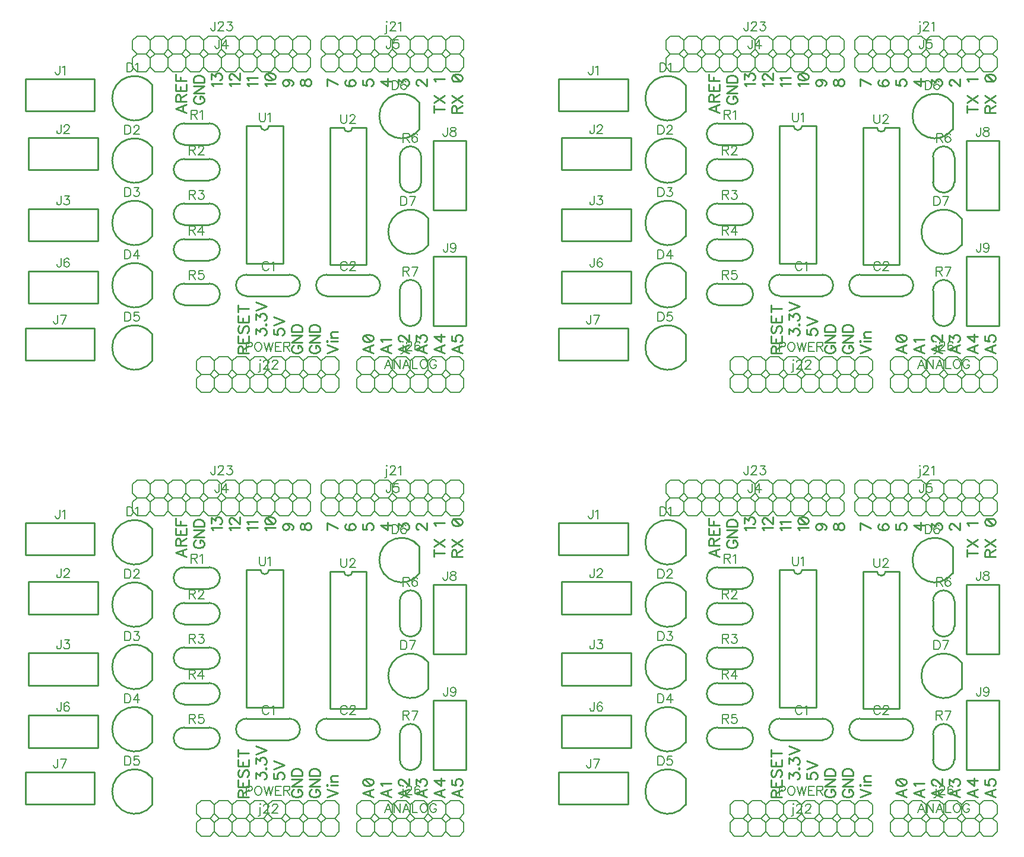
<source format=gbr>
G04 DipTrace 2.4.0.2*
%INTopSilk.gbr*%
%MOIN*%
%ADD10C,0.0098*%
%ADD16C,0.006*%
%ADD47C,0.0077*%
%ADD48C,0.0093*%
%FSLAX44Y44*%
G04*
G70*
G90*
G75*
G01*
%LNTopSilk*%
%LPD*%
X26690Y5440D2*
D16*
X27190D1*
X27440Y5190D1*
Y4690D1*
X27190Y4440D1*
X27440Y5190D2*
X27690Y5440D1*
X28190D1*
X28440Y5190D1*
Y4690D1*
X28190Y4440D1*
X27690D1*
X27440Y4690D1*
X25440Y5190D2*
X25690Y5440D1*
X26190D1*
X26440Y5190D1*
Y4690D1*
X26190Y4440D1*
X25690D1*
X25440Y4690D1*
X26690Y5440D2*
X26440Y5190D1*
Y4690D2*
X26690Y4440D1*
X27190D2*
X26690D1*
X23690Y5440D2*
X24190D1*
X24440Y5190D1*
Y4690D1*
X24190Y4440D1*
X24440Y5190D2*
X24690Y5440D1*
X25190D1*
X25440Y5190D1*
Y4690D1*
X25190Y4440D1*
X24690D1*
X24440Y4690D1*
X23440Y5190D2*
Y4690D1*
X23690Y5440D2*
X23440Y5190D1*
Y4690D2*
X23690Y4440D1*
X24190D2*
X23690D1*
X28690Y5440D2*
X29190D1*
X29440Y5190D1*
Y4690D1*
X29190Y4440D1*
X28690Y5440D2*
X28440Y5190D1*
Y4690D2*
X28690Y4440D1*
X29190D2*
X28690D1*
X23191Y23440D2*
X22691D1*
X22440Y23690D1*
Y24190D1*
X22691Y24440D1*
X24440Y23690D2*
X24191Y23440D1*
X23691D1*
X23440Y23690D1*
Y24190D1*
X23691Y24440D1*
X24191D1*
X24440Y24190D1*
X23191Y23440D2*
X23440Y23690D1*
Y24190D2*
X23191Y24440D1*
X22691D2*
X23191D1*
X26191Y23440D2*
X25691D1*
X25440Y23690D1*
Y24190D1*
X25691Y24440D1*
X25440Y23690D2*
X25191Y23440D1*
X24690D1*
X24440Y23690D1*
Y24190D1*
X24690Y24440D1*
X25191D1*
X25440Y24190D1*
X27440Y23690D2*
X27191Y23440D1*
X26690D1*
X26440Y23690D1*
Y24190D1*
X26690Y24440D1*
X27191D1*
X27440Y24190D1*
X26191Y23440D2*
X26440Y23690D1*
Y24190D2*
X26191Y24440D1*
X25691D2*
X26191D1*
X29191Y23440D2*
X28690D1*
X28440Y23690D1*
Y24190D1*
X28690Y24440D1*
X28440Y23690D2*
X28191Y23440D1*
X27690D1*
X27440Y23690D1*
Y24190D1*
X27690Y24440D1*
X28191D1*
X28440Y24190D1*
X29440Y23690D2*
Y24190D1*
X29191Y23440D2*
X29440Y23690D1*
Y24190D2*
X29191Y24440D1*
X28690D2*
X29191D1*
X22191Y23440D2*
X21690D1*
X21440Y23690D1*
Y24190D1*
X21690Y24440D1*
X22191Y23440D2*
X22440Y23690D1*
Y24190D2*
X22191Y24440D1*
X21690D2*
X22191D1*
X20690Y5440D2*
X21190D1*
X21440Y5190D1*
Y4690D1*
X21190Y4440D1*
X19440Y5190D2*
X19690Y5440D1*
X20190D1*
X20440Y5190D1*
Y4690D1*
X20190Y4440D1*
X19690D1*
X19440Y4690D1*
X20690Y5440D2*
X20440Y5190D1*
Y4690D2*
X20690Y4440D1*
X21190D2*
X20690D1*
X17690Y5440D2*
X18190D1*
X18440Y5190D1*
Y4690D1*
X18190Y4440D1*
X18440Y5190D2*
X18690Y5440D1*
X19191D1*
X19440Y5190D1*
Y4690D1*
X19191Y4440D1*
X18690D1*
X18440Y4690D1*
X16440Y5190D2*
X16690Y5440D1*
X17191D1*
X17440Y5190D1*
Y4690D1*
X17191Y4440D1*
X16690D1*
X16440Y4690D1*
X17690Y5440D2*
X17440Y5190D1*
Y4690D2*
X17690Y4440D1*
X18190D2*
X17690D1*
X14690Y5440D2*
X15191D1*
X15440Y5190D1*
Y4690D1*
X15191Y4440D1*
X15440Y5190D2*
X15690Y5440D1*
X16191D1*
X16440Y5190D1*
Y4690D1*
X16191Y4440D1*
X15690D1*
X15440Y4690D1*
X14440Y5190D2*
Y4690D1*
X14690Y5440D2*
X14440Y5190D1*
Y4690D2*
X14690Y4440D1*
X15191D2*
X14690D1*
X21690Y5440D2*
X22191D1*
X22440Y5190D1*
Y4690D1*
X22191Y4440D1*
X21690Y5440D2*
X21440Y5190D1*
Y4690D2*
X21690Y4440D1*
X22191D2*
X21690D1*
X12840Y23690D2*
X12590Y23440D1*
X12090D1*
X11840Y23690D1*
Y24190D1*
X12090Y24440D1*
X12590D1*
X12840Y24190D1*
X14590Y23440D2*
X14090D1*
X13840Y23690D1*
Y24190D1*
X14090Y24440D1*
X13840Y23690D2*
X13590Y23440D1*
X13090D1*
X12840Y23690D1*
Y24190D1*
X13090Y24440D1*
X13590D1*
X13840Y24190D1*
X15840Y23690D2*
X15590Y23440D1*
X15090D1*
X14840Y23690D1*
Y24190D1*
X15090Y24440D1*
X15590D1*
X15840Y24190D1*
X14590Y23440D2*
X14840Y23690D1*
Y24190D2*
X14590Y24440D1*
X14090D2*
X14590D1*
X17590Y23440D2*
X17090D1*
X16840Y23690D1*
Y24190D1*
X17090Y24440D1*
X16840Y23690D2*
X16590Y23440D1*
X16090D1*
X15840Y23690D1*
Y24190D1*
X16090Y24440D1*
X16590D1*
X16840Y24190D1*
X18840Y23690D2*
X18590Y23440D1*
X18090D1*
X17840Y23690D1*
Y24190D1*
X18090Y24440D1*
X18590D1*
X18840Y24190D1*
X17590Y23440D2*
X17840Y23690D1*
Y24190D2*
X17590Y24440D1*
X17090D2*
X17590D1*
X20590Y23440D2*
X20090D1*
X19840Y23690D1*
Y24190D1*
X20090Y24440D1*
X19840Y23690D2*
X19590Y23440D1*
X19090D1*
X18840Y23690D1*
Y24190D1*
X19090Y24440D1*
X19590D1*
X19840Y24190D1*
X20840Y23690D2*
Y24190D1*
X20590Y23440D2*
X20840Y23690D1*
Y24190D2*
X20590Y24440D1*
X20090D2*
X20590D1*
X11590Y23440D2*
X11090D1*
X10840Y23690D1*
Y24190D1*
X11090Y24440D1*
X11590Y23440D2*
X11840Y23690D1*
Y24190D2*
X11590Y24440D1*
X11090D2*
X11590D1*
X12840Y22690D2*
X12590Y22440D1*
X12090D1*
X11840Y22690D1*
Y23190D1*
X12090Y23440D1*
X12590D1*
X12840Y23190D1*
X14590Y22440D2*
X14090D1*
X13840Y22690D1*
Y23190D1*
X14090Y23440D1*
X13840Y22690D2*
X13590Y22440D1*
X13090D1*
X12840Y22690D1*
Y23190D1*
X13090Y23440D1*
X13590D1*
X13840Y23190D1*
X15840Y22690D2*
X15590Y22440D1*
X15090D1*
X14840Y22690D1*
Y23190D1*
X15090Y23440D1*
X15590D1*
X15840Y23190D1*
X14590Y22440D2*
X14840Y22690D1*
Y23190D2*
X14590Y23440D1*
X14090D2*
X14590D1*
X17590Y22440D2*
X17090D1*
X16840Y22690D1*
Y23190D1*
X17090Y23440D1*
X16840Y22690D2*
X16590Y22440D1*
X16090D1*
X15840Y22690D1*
Y23190D1*
X16090Y23440D1*
X16590D1*
X16840Y23190D1*
X18840Y22690D2*
X18590Y22440D1*
X18090D1*
X17840Y22690D1*
Y23190D1*
X18090Y23440D1*
X18590D1*
X18840Y23190D1*
X17590Y22440D2*
X17840Y22690D1*
Y23190D2*
X17590Y23440D1*
X17090D2*
X17590D1*
X20590Y22440D2*
X20090D1*
X19840Y22690D1*
Y23190D1*
X20090Y23440D1*
X19840Y22690D2*
X19590Y22440D1*
X19090D1*
X18840Y22690D1*
Y23190D1*
X19090Y23440D1*
X19590D1*
X19840Y23190D1*
X20840Y22690D2*
Y23190D1*
X20590Y22440D2*
X20840Y22690D1*
Y23190D2*
X20590Y23440D1*
X20090D2*
X20590D1*
X11590Y22440D2*
X11090D1*
X10840Y22690D1*
Y23190D1*
X11090Y23440D1*
X11590Y22440D2*
X11840Y22690D1*
Y23190D2*
X11590Y23440D1*
X11090D2*
X11590D1*
X23191Y22440D2*
X22691D1*
X22440Y22690D1*
Y23190D1*
X22691Y23440D1*
X24440Y22690D2*
X24191Y22440D1*
X23691D1*
X23440Y22690D1*
Y23190D1*
X23691Y23440D1*
X24191D1*
X24440Y23190D1*
X23191Y22440D2*
X23440Y22690D1*
Y23190D2*
X23191Y23440D1*
X22691D2*
X23191D1*
X26191Y22440D2*
X25691D1*
X25440Y22690D1*
Y23190D1*
X25691Y23440D1*
X25440Y22690D2*
X25191Y22440D1*
X24690D1*
X24440Y22690D1*
Y23190D1*
X24690Y23440D1*
X25191D1*
X25440Y23190D1*
X27440Y22690D2*
X27191Y22440D1*
X26690D1*
X26440Y22690D1*
Y23190D1*
X26690Y23440D1*
X27191D1*
X27440Y23190D1*
X26191Y22440D2*
X26440Y22690D1*
Y23190D2*
X26191Y23440D1*
X25691D2*
X26191D1*
X29191Y22440D2*
X28690D1*
X28440Y22690D1*
Y23190D1*
X28690Y23440D1*
X28440Y22690D2*
X28191Y22440D1*
X27690D1*
X27440Y22690D1*
Y23190D1*
X27690Y23440D1*
X28191D1*
X28440Y23190D1*
X29440Y22690D2*
Y23190D1*
X29191Y22440D2*
X29440Y22690D1*
Y23190D2*
X29191Y23440D1*
X28690D2*
X29191D1*
X22191Y22440D2*
X21690D1*
X21440Y22690D1*
Y23190D1*
X21690Y23440D1*
X22191Y22440D2*
X22440Y22690D1*
Y23190D2*
X22191Y23440D1*
X21690D2*
X22191D1*
X26690Y6440D2*
X27190D1*
X27440Y6190D1*
Y5690D1*
X27190Y5440D1*
X27440Y6190D2*
X27690Y6440D1*
X28190D1*
X28440Y6190D1*
Y5690D1*
X28190Y5440D1*
X27690D1*
X27440Y5690D1*
X25440Y6190D2*
X25690Y6440D1*
X26190D1*
X26440Y6190D1*
Y5690D1*
X26190Y5440D1*
X25690D1*
X25440Y5690D1*
X26690Y6440D2*
X26440Y6190D1*
Y5690D2*
X26690Y5440D1*
X27190D2*
X26690D1*
X23690Y6440D2*
X24190D1*
X24440Y6190D1*
Y5690D1*
X24190Y5440D1*
X24440Y6190D2*
X24690Y6440D1*
X25190D1*
X25440Y6190D1*
Y5690D1*
X25190Y5440D1*
X24690D1*
X24440Y5690D1*
X23440Y6190D2*
Y5690D1*
X23690Y6440D2*
X23440Y6190D1*
Y5690D2*
X23690Y5440D1*
X24190D2*
X23690D1*
X28690Y6440D2*
X29190D1*
X29440Y6190D1*
Y5690D1*
X29190Y5440D1*
X28690Y6440D2*
X28440Y6190D1*
Y5690D2*
X28690Y5440D1*
X29190D2*
X28690D1*
X20690Y6440D2*
X21190D1*
X21440Y6190D1*
Y5690D1*
X21190Y5440D1*
X19440Y6190D2*
X19690Y6440D1*
X20190D1*
X20440Y6190D1*
Y5690D1*
X20190Y5440D1*
X19690D1*
X19440Y5690D1*
X20690Y6440D2*
X20440Y6190D1*
Y5690D2*
X20690Y5440D1*
X21190D2*
X20690D1*
X17690Y6440D2*
X18190D1*
X18440Y6190D1*
Y5690D1*
X18190Y5440D1*
X18440Y6190D2*
X18690Y6440D1*
X19191D1*
X19440Y6190D1*
Y5690D1*
X19191Y5440D1*
X18690D1*
X18440Y5690D1*
X16440Y6190D2*
X16690Y6440D1*
X17191D1*
X17440Y6190D1*
Y5690D1*
X17191Y5440D1*
X16690D1*
X16440Y5690D1*
X17690Y6440D2*
X17440Y6190D1*
Y5690D2*
X17690Y5440D1*
X18190D2*
X17690D1*
X14690Y6440D2*
X15191D1*
X15440Y6190D1*
Y5690D1*
X15191Y5440D1*
X15440Y6190D2*
X15690Y6440D1*
X16191D1*
X16440Y6190D1*
Y5690D1*
X16191Y5440D1*
X15690D1*
X15440Y5690D1*
X14440Y6190D2*
Y5690D1*
X14690Y6440D2*
X14440Y6190D1*
Y5690D2*
X14690Y5440D1*
X15191D2*
X14690D1*
X21690Y6440D2*
X22191D1*
X22440Y6190D1*
Y5690D1*
X22191Y5440D1*
X21690Y6440D2*
X21440Y6190D1*
Y5690D2*
X21690Y5440D1*
X22191D2*
X21690D1*
X19639Y9840D2*
D10*
X17241D1*
X19639Y11040D2*
X17241D1*
G03X17241Y9840I-1J-600D01*
G01*
X19639D2*
G03X19639Y11040I1J600D01*
G01*
X24139Y9840D2*
X21741D1*
X24139Y11040D2*
X21741D1*
G03X21741Y9840I-1J-600D01*
G01*
X24139D2*
G03X24139Y11040I1J600D01*
G01*
X11940Y21690D2*
Y20191D1*
X11938Y21693D2*
G03X11938Y20188I-998J-752D01*
G01*
X11940Y18190D2*
Y16691D1*
X11938Y18193D2*
G03X11938Y16688I-998J-752D01*
G01*
X11940Y14690D2*
Y13191D1*
X11938Y14693D2*
G03X11938Y13188I-998J-752D01*
G01*
X11940Y11190D2*
Y9691D1*
X11938Y11193D2*
G03X11938Y9688I-998J-752D01*
G01*
X11940Y7690D2*
Y6191D1*
X11938Y7693D2*
G03X11938Y6188I-998J-752D01*
G01*
X26940Y20690D2*
Y19191D1*
X26938Y20693D2*
G03X26938Y19188I-998J-752D01*
G01*
X27440Y14190D2*
Y12691D1*
X27438Y14193D2*
G03X27438Y12688I-998J-752D01*
G01*
X8708Y20231D2*
X4810D1*
Y22043D1*
X8708D1*
Y20231D1*
X8889Y16913D2*
X4991D1*
Y18724D1*
X8889D1*
Y16913D1*
Y12913D2*
X4991D1*
Y14724D1*
X8889D1*
Y12913D1*
Y9413D2*
X4991D1*
Y11224D1*
X8889D1*
Y9413D1*
X8708Y6231D2*
X4810D1*
Y8043D1*
X8708D1*
Y6231D1*
X27731Y14672D2*
X29543D1*
Y18570D1*
X27731D1*
Y14672D1*
Y8172D2*
X29543D1*
Y12070D1*
X27731D1*
Y8172D1*
X15140Y19540D2*
X13741D1*
X15140Y18340D2*
X13741D1*
Y19540D2*
G03X13741Y18340I-1J-600D01*
G01*
X15140D2*
G03X15140Y19540I1J600D01*
G01*
Y17540D2*
X13741D1*
X15140Y16340D2*
X13741D1*
Y17540D2*
G03X13741Y16340I-1J-600D01*
G01*
X15140D2*
G03X15140Y17540I1J600D01*
G01*
Y15040D2*
X13741D1*
X15140Y13840D2*
X13741D1*
Y15040D2*
G03X13741Y13840I-1J-600D01*
G01*
X15140D2*
G03X15140Y15040I1J600D01*
G01*
Y13040D2*
X13741D1*
X15140Y11840D2*
X13741D1*
Y13040D2*
G03X13741Y11840I-1J-600D01*
G01*
X15140D2*
G03X15140Y13040I1J600D01*
G01*
Y10540D2*
X13741D1*
X15140Y9340D2*
X13741D1*
Y10540D2*
G03X13741Y9340I-1J-600D01*
G01*
X15140D2*
G03X15140Y10540I1J600D01*
G01*
X25840Y17640D2*
Y16241D1*
X27040Y17640D2*
Y16241D1*
X25840D2*
G03X27040Y16241I600J-1D01*
G01*
Y17640D2*
G03X25840Y17640I-600J1D01*
G01*
X27040Y8741D2*
Y10140D1*
X25840Y8741D2*
Y10140D1*
X27040D2*
G03X25840Y10140I-600J1D01*
G01*
Y8741D2*
G03X27040Y8741I600J-1D01*
G01*
X19280Y19389D2*
Y11672D1*
X17233D2*
X19280D1*
X17233Y19389D2*
Y11672D1*
Y19389D2*
X18020D1*
X19280D2*
X18492D1*
X18020D2*
G03X18492Y19389I236J0D01*
G01*
X23964Y19298D2*
Y11582D1*
X21916D2*
X23964D1*
X21916Y19298D2*
Y11582D1*
Y19298D2*
X22704D1*
X23964D2*
X23176D1*
X22704D2*
G03X23176Y19298I236J0D01*
G01*
X25373Y5765D2*
D47*
X25181Y6268D1*
X24990Y5765D1*
X25062Y5933D2*
X25301D1*
X25862Y6268D2*
Y5765D1*
X25527Y6268D1*
Y5765D1*
X26399D2*
X26208Y6268D1*
X26016Y5765D1*
X26088Y5933D2*
X26328D1*
X26554Y6268D2*
Y5765D1*
X26841D1*
X27139Y6268D2*
X27091Y6244D1*
X27043Y6196D1*
X27019Y6148D1*
X26995Y6077D1*
Y5957D1*
X27019Y5885D1*
X27043Y5837D1*
X27091Y5790D1*
X27139Y5765D1*
X27234D1*
X27282Y5790D1*
X27330Y5837D1*
X27354Y5885D1*
X27378Y5957D1*
Y6077D1*
X27354Y6148D1*
X27330Y6196D1*
X27282Y6244D1*
X27234Y6268D1*
X27139D1*
X27891Y6148D2*
X27867Y6196D1*
X27819Y6244D1*
X27771Y6268D1*
X27676D1*
X27628Y6244D1*
X27580Y6196D1*
X27556Y6148D1*
X27532Y6077D1*
Y5957D1*
X27556Y5885D1*
X27580Y5837D1*
X27628Y5790D1*
X27676Y5765D1*
X27771D1*
X27819Y5790D1*
X27867Y5837D1*
X27891Y5885D1*
Y5957D1*
X27771D1*
X25082Y25243D2*
X25106Y25219D1*
X25130Y25243D1*
X25106Y25266D1*
X25082Y25243D1*
X25106Y25075D2*
Y24668D1*
X25082Y24597D1*
X25035Y24573D1*
X24986D1*
X25309Y25122D2*
Y25146D1*
X25333Y25194D1*
X25356Y25218D1*
X25405Y25242D1*
X25500D1*
X25548Y25218D1*
X25571Y25194D1*
X25596Y25146D1*
Y25098D1*
X25571Y25050D1*
X25524Y24979D1*
X25285Y24740D1*
X25620D1*
X25774Y25146D2*
X25822Y25170D1*
X25894Y25242D1*
Y24740D1*
X17975Y6243D2*
X17999Y6219D1*
X18023Y6243D1*
X17999Y6266D1*
X17975Y6243D1*
X17999Y6075D2*
Y5668D1*
X17975Y5597D1*
X17927Y5573D1*
X17879D1*
X18201Y6122D2*
Y6146D1*
X18225Y6194D1*
X18249Y6218D1*
X18297Y6242D1*
X18393D1*
X18440Y6218D1*
X18464Y6194D1*
X18488Y6146D1*
Y6098D1*
X18464Y6050D1*
X18416Y5979D1*
X18177Y5740D1*
X18512D1*
X18691Y6122D2*
Y6146D1*
X18714Y6194D1*
X18738Y6218D1*
X18786Y6242D1*
X18882D1*
X18929Y6218D1*
X18953Y6194D1*
X18978Y6146D1*
Y6098D1*
X18953Y6050D1*
X18906Y5979D1*
X18666Y5740D1*
X19001D1*
X15470Y25242D2*
Y24860D1*
X15447Y24788D1*
X15422Y24764D1*
X15375Y24740D1*
X15327D1*
X15279Y24764D1*
X15255Y24788D1*
X15231Y24860D1*
Y24907D1*
X15649Y25122D2*
Y25146D1*
X15673Y25194D1*
X15697Y25218D1*
X15745Y25242D1*
X15840D1*
X15888Y25218D1*
X15912Y25194D1*
X15936Y25146D1*
Y25098D1*
X15912Y25050D1*
X15864Y24979D1*
X15625Y24740D1*
X15960D1*
X16162Y25242D2*
X16425D1*
X16282Y25050D1*
X16354D1*
X16401Y25027D1*
X16425Y25003D1*
X16449Y24931D1*
Y24883D1*
X16425Y24812D1*
X16377Y24763D1*
X16305Y24740D1*
X16234D1*
X16162Y24763D1*
X16139Y24788D1*
X16114Y24835D1*
X15703Y24242D2*
Y23860D1*
X15680Y23788D1*
X15655Y23764D1*
X15608Y23740D1*
X15560D1*
X15512Y23764D1*
X15488Y23788D1*
X15464Y23860D1*
Y23907D1*
X16097Y23740D2*
Y24242D1*
X15858Y23907D1*
X16216D1*
X25315Y24242D2*
Y23860D1*
X25291Y23788D1*
X25267Y23764D1*
X25220Y23740D1*
X25171D1*
X25124Y23764D1*
X25100Y23788D1*
X25076Y23860D1*
Y23907D1*
X25756Y24242D2*
X25518D1*
X25494Y24027D1*
X25518Y24050D1*
X25589Y24075D1*
X25661D1*
X25733Y24050D1*
X25781Y24003D1*
X25804Y23931D1*
Y23883D1*
X25781Y23812D1*
X25733Y23763D1*
X25661Y23740D1*
X25589D1*
X25518Y23763D1*
X25494Y23788D1*
X25470Y23835D1*
X25987Y7268D2*
X26011Y7245D1*
X26035Y7268D1*
X26011Y7292D1*
X25987Y7268D1*
X26011Y7101D2*
Y6694D1*
X25987Y6622D1*
X25939Y6599D1*
X25891D1*
X26214Y7148D2*
Y7172D1*
X26237Y7220D1*
X26261Y7244D1*
X26309Y7267D1*
X26405D1*
X26452Y7244D1*
X26476Y7220D1*
X26500Y7172D1*
Y7124D1*
X26476Y7076D1*
X26429Y7005D1*
X26189Y6765D1*
X26524D1*
X26965Y7196D2*
X26942Y7244D1*
X26870Y7267D1*
X26822D1*
X26750Y7244D1*
X26702Y7172D1*
X26679Y7052D1*
Y6933D1*
X26702Y6837D1*
X26750Y6789D1*
X26822Y6765D1*
X26846D1*
X26917Y6789D1*
X26965Y6837D1*
X26989Y6909D1*
Y6933D1*
X26965Y7005D1*
X26917Y7052D1*
X26846Y7076D1*
X26822D1*
X26750Y7052D1*
X26702Y7005D1*
X26679Y6933D1*
X17211Y6979D2*
X17426D1*
X17497Y7003D1*
X17522Y7027D1*
X17546Y7075D1*
Y7146D1*
X17522Y7194D1*
X17497Y7218D1*
X17426Y7242D1*
X17211D1*
Y6740D1*
X17844Y7242D2*
X17796Y7218D1*
X17748Y7170D1*
X17724Y7123D1*
X17700Y7051D1*
Y6931D1*
X17724Y6860D1*
X17748Y6812D1*
X17796Y6764D1*
X17844Y6740D1*
X17939D1*
X17987Y6764D1*
X18035Y6812D1*
X18059Y6860D1*
X18082Y6931D1*
Y7051D1*
X18059Y7123D1*
X18035Y7170D1*
X17987Y7218D1*
X17939Y7242D1*
X17844D1*
X18237D2*
X18357Y6740D1*
X18476Y7242D1*
X18595Y6740D1*
X18715Y7242D1*
X19180D2*
X18870D1*
Y6740D1*
X19180D1*
X18870Y7003D2*
X19061D1*
X19335D2*
X19550D1*
X19622Y7027D1*
X19646Y7051D1*
X19670Y7098D1*
Y7146D1*
X19646Y7194D1*
X19622Y7218D1*
X19550Y7242D1*
X19335D1*
Y6740D1*
X19502Y7003D2*
X19670Y6740D1*
X18482Y11653D2*
X18459Y11701D1*
X18410Y11749D1*
X18363Y11772D1*
X18267D1*
X18219Y11749D1*
X18172Y11701D1*
X18147Y11653D1*
X18124Y11581D1*
Y11461D1*
X18147Y11390D1*
X18172Y11342D1*
X18219Y11294D1*
X18267Y11270D1*
X18363D1*
X18410Y11294D1*
X18459Y11342D1*
X18482Y11390D1*
X18637Y11676D2*
X18685Y11701D1*
X18757Y11772D1*
Y11270D1*
X22875Y11653D2*
X22851Y11701D1*
X22803Y11749D1*
X22755Y11772D1*
X22660D1*
X22612Y11749D1*
X22564Y11701D1*
X22540Y11653D1*
X22516Y11581D1*
Y11461D1*
X22540Y11390D1*
X22564Y11342D1*
X22612Y11294D1*
X22660Y11270D1*
X22755D1*
X22803Y11294D1*
X22851Y11342D1*
X22875Y11390D1*
X23054Y11652D2*
Y11676D1*
X23077Y11724D1*
X23101Y11748D1*
X23149Y11772D1*
X23245D1*
X23292Y11748D1*
X23316Y11724D1*
X23340Y11676D1*
Y11629D1*
X23316Y11581D1*
X23269Y11509D1*
X23029Y11270D1*
X23364D1*
X10510Y22922D2*
Y22420D1*
X10678D1*
X10750Y22444D1*
X10798Y22492D1*
X10822Y22540D1*
X10845Y22611D1*
Y22731D1*
X10822Y22803D1*
X10798Y22850D1*
X10750Y22898D1*
X10678Y22922D1*
X10510D1*
X11000Y22826D2*
X11048Y22850D1*
X11120Y22922D1*
Y22420D1*
X10403Y19422D2*
Y18920D1*
X10570D1*
X10642Y18944D1*
X10690Y18992D1*
X10714Y19040D1*
X10738Y19111D1*
Y19231D1*
X10714Y19303D1*
X10690Y19350D1*
X10642Y19398D1*
X10570Y19422D1*
X10403D1*
X10917Y19302D2*
Y19326D1*
X10940Y19374D1*
X10964Y19398D1*
X11012Y19422D1*
X11108D1*
X11155Y19398D1*
X11179Y19374D1*
X11203Y19326D1*
Y19278D1*
X11179Y19230D1*
X11132Y19159D1*
X10892Y18920D1*
X11227D1*
X10403Y15922D2*
Y15420D1*
X10570D1*
X10642Y15444D1*
X10690Y15492D1*
X10714Y15540D1*
X10738Y15611D1*
Y15731D1*
X10714Y15803D1*
X10690Y15850D1*
X10642Y15898D1*
X10570Y15922D1*
X10403D1*
X10940D2*
X11203D1*
X11060Y15730D1*
X11132D1*
X11179Y15707D1*
X11203Y15683D1*
X11227Y15611D1*
Y15563D1*
X11203Y15492D1*
X11155Y15444D1*
X11084Y15420D1*
X11012D1*
X10940Y15444D1*
X10917Y15468D1*
X10892Y15515D1*
X10391Y12422D2*
Y11920D1*
X10559D1*
X10630Y11944D1*
X10678Y11992D1*
X10702Y12040D1*
X10726Y12111D1*
Y12231D1*
X10702Y12303D1*
X10678Y12350D1*
X10630Y12398D1*
X10559Y12422D1*
X10391D1*
X11120Y11920D2*
Y12422D1*
X10880Y12087D1*
X11239D1*
X10403Y8922D2*
Y8420D1*
X10570D1*
X10642Y8444D1*
X10690Y8492D1*
X10714Y8540D1*
X10738Y8611D1*
Y8731D1*
X10714Y8803D1*
X10690Y8850D1*
X10642Y8898D1*
X10570Y8922D1*
X10403D1*
X11179D2*
X10940D1*
X10917Y8707D1*
X10940Y8730D1*
X11012Y8755D1*
X11084D1*
X11155Y8730D1*
X11203Y8683D1*
X11227Y8611D1*
Y8563D1*
X11203Y8492D1*
X11155Y8444D1*
X11084Y8420D1*
X11012D1*
X10940Y8444D1*
X10917Y8468D1*
X10892Y8515D1*
X25415Y21922D2*
Y21420D1*
X25583D1*
X25654Y21444D1*
X25703Y21492D1*
X25726Y21540D1*
X25750Y21611D1*
Y21731D1*
X25726Y21803D1*
X25703Y21850D1*
X25654Y21898D1*
X25583Y21922D1*
X25415D1*
X26191Y21850D2*
X26168Y21898D1*
X26096Y21922D1*
X26048D1*
X25976Y21898D1*
X25928Y21826D1*
X25904Y21707D1*
Y21587D1*
X25928Y21492D1*
X25976Y21444D1*
X26048Y21420D1*
X26072D1*
X26143Y21444D1*
X26191Y21492D1*
X26215Y21563D1*
Y21587D1*
X26191Y21659D1*
X26143Y21707D1*
X26072Y21730D1*
X26048D1*
X25976Y21707D1*
X25928Y21659D1*
X25904Y21587D1*
X25903Y15422D2*
Y14920D1*
X26070D1*
X26142Y14944D1*
X26190Y14992D1*
X26214Y15040D1*
X26238Y15111D1*
Y15231D1*
X26214Y15303D1*
X26190Y15350D1*
X26142Y15398D1*
X26070Y15422D1*
X25903D1*
X26488Y14920D2*
X26727Y15422D1*
X26392D1*
X6742Y22775D2*
Y22392D1*
X6718Y22320D1*
X6693Y22297D1*
X6646Y22272D1*
X6598D1*
X6550Y22297D1*
X6527Y22320D1*
X6502Y22392D1*
Y22440D1*
X6896Y22679D2*
X6944Y22703D1*
X7016Y22774D1*
Y22272D1*
X6815Y19456D2*
Y19073D1*
X6791Y19002D1*
X6767Y18978D1*
X6720Y18953D1*
X6671D1*
X6624Y18978D1*
X6600Y19002D1*
X6576Y19073D1*
Y19121D1*
X6994Y19336D2*
Y19360D1*
X7018Y19408D1*
X7041Y19432D1*
X7089Y19455D1*
X7185D1*
X7233Y19432D1*
X7256Y19408D1*
X7281Y19360D1*
Y19312D1*
X7256Y19264D1*
X7209Y19193D1*
X6970Y18953D1*
X7304D1*
X6815Y15456D2*
Y15073D1*
X6791Y15002D1*
X6767Y14978D1*
X6720Y14953D1*
X6671D1*
X6624Y14978D1*
X6600Y15002D1*
X6576Y15073D1*
Y15121D1*
X7018Y15455D2*
X7280D1*
X7137Y15264D1*
X7209D1*
X7256Y15240D1*
X7280Y15217D1*
X7304Y15145D1*
Y15097D1*
X7280Y15025D1*
X7233Y14977D1*
X7161Y14953D1*
X7089D1*
X7018Y14977D1*
X6994Y15002D1*
X6970Y15049D1*
X6827Y11956D2*
Y11573D1*
X6804Y11502D1*
X6779Y11478D1*
X6732Y11453D1*
X6684D1*
X6636Y11478D1*
X6612Y11502D1*
X6588Y11573D1*
Y11621D1*
X7269Y11884D2*
X7245Y11932D1*
X7173Y11955D1*
X7125D1*
X7054Y11932D1*
X7005Y11860D1*
X6982Y11740D1*
Y11621D1*
X7005Y11525D1*
X7054Y11477D1*
X7125Y11453D1*
X7149D1*
X7220Y11477D1*
X7269Y11525D1*
X7292Y11597D1*
Y11621D1*
X7269Y11693D1*
X7220Y11740D1*
X7149Y11764D1*
X7125D1*
X7054Y11740D1*
X7005Y11693D1*
X6982Y11621D1*
X6634Y8775D2*
Y8392D1*
X6610Y8320D1*
X6586Y8297D1*
X6538Y8272D1*
X6490D1*
X6443Y8297D1*
X6419Y8320D1*
X6395Y8392D1*
Y8440D1*
X6884Y8272D2*
X7123Y8774D1*
X6788D1*
X28512Y19302D2*
Y18920D1*
X28489Y18848D1*
X28464Y18824D1*
X28417Y18800D1*
X28369D1*
X28321Y18824D1*
X28297Y18848D1*
X28273Y18920D1*
Y18967D1*
X28786Y19302D2*
X28715Y19278D1*
X28690Y19230D1*
Y19182D1*
X28715Y19135D1*
X28762Y19111D1*
X28858Y19087D1*
X28930Y19063D1*
X28977Y19015D1*
X29001Y18967D1*
Y18896D1*
X28977Y18848D1*
X28954Y18824D1*
X28882Y18800D1*
X28786D1*
X28715Y18824D1*
X28690Y18848D1*
X28667Y18896D1*
Y18967D1*
X28690Y19015D1*
X28739Y19063D1*
X28810Y19087D1*
X28905Y19111D1*
X28954Y19135D1*
X28977Y19182D1*
Y19230D1*
X28954Y19278D1*
X28882Y19302D1*
X28786D1*
X28524Y12802D2*
Y12420D1*
X28500Y12348D1*
X28476Y12324D1*
X28428Y12300D1*
X28380D1*
X28333Y12324D1*
X28309Y12348D1*
X28285Y12420D1*
Y12467D1*
X28989Y12635D2*
X28965Y12563D1*
X28918Y12515D1*
X28846Y12491D1*
X28822D1*
X28750Y12515D1*
X28703Y12563D1*
X28678Y12635D1*
Y12659D1*
X28703Y12730D1*
X28750Y12778D1*
X28822Y12802D1*
X28846D1*
X28918Y12778D1*
X28965Y12730D1*
X28989Y12635D1*
Y12515D1*
X28965Y12396D1*
X28918Y12324D1*
X28846Y12300D1*
X28798D1*
X28726Y12324D1*
X28703Y12372D1*
X14136Y20033D2*
X14351D1*
X14422Y20057D1*
X14447Y20081D1*
X14470Y20129D1*
Y20177D1*
X14447Y20224D1*
X14422Y20249D1*
X14351Y20272D1*
X14136D1*
Y19770D1*
X14303Y20033D2*
X14470Y19770D1*
X14625Y20176D2*
X14673Y20201D1*
X14745Y20272D1*
Y19770D1*
X14028Y18033D2*
X14243D1*
X14315Y18057D1*
X14339Y18081D1*
X14363Y18129D1*
Y18177D1*
X14339Y18224D1*
X14315Y18249D1*
X14243Y18272D1*
X14028D1*
Y17770D1*
X14195Y18033D2*
X14363Y17770D1*
X14542Y18152D2*
Y18176D1*
X14565Y18224D1*
X14589Y18248D1*
X14637Y18272D1*
X14733D1*
X14780Y18248D1*
X14804Y18224D1*
X14829Y18176D1*
Y18129D1*
X14804Y18081D1*
X14757Y18009D1*
X14517Y17770D1*
X14852D1*
X14028Y15533D2*
X14243D1*
X14315Y15557D1*
X14339Y15581D1*
X14363Y15629D1*
Y15677D1*
X14339Y15724D1*
X14315Y15749D1*
X14243Y15772D1*
X14028D1*
Y15270D1*
X14195Y15533D2*
X14363Y15270D1*
X14565Y15772D2*
X14828D1*
X14685Y15581D1*
X14757D1*
X14804Y15557D1*
X14828Y15533D1*
X14852Y15461D1*
Y15414D1*
X14828Y15342D1*
X14780Y15294D1*
X14709Y15270D1*
X14637D1*
X14565Y15294D1*
X14542Y15318D1*
X14517Y15366D1*
X14016Y13533D2*
X14231D1*
X14303Y13557D1*
X14327Y13581D1*
X14351Y13629D1*
Y13677D1*
X14327Y13724D1*
X14303Y13749D1*
X14231Y13772D1*
X14016D1*
Y13270D1*
X14184Y13533D2*
X14351Y13270D1*
X14745D2*
Y13772D1*
X14505Y13437D1*
X14864D1*
X14028Y11033D2*
X14243D1*
X14315Y11057D1*
X14339Y11081D1*
X14363Y11129D1*
Y11177D1*
X14339Y11224D1*
X14315Y11249D1*
X14243Y11272D1*
X14028D1*
Y10770D1*
X14195Y11033D2*
X14363Y10770D1*
X14804Y11272D2*
X14565D1*
X14542Y11057D1*
X14565Y11081D1*
X14637Y11105D1*
X14709D1*
X14780Y11081D1*
X14829Y11033D1*
X14852Y10961D1*
Y10914D1*
X14829Y10842D1*
X14780Y10794D1*
X14709Y10770D1*
X14637D1*
X14565Y10794D1*
X14542Y10818D1*
X14517Y10866D1*
X26040Y18733D2*
X26255D1*
X26327Y18757D1*
X26351Y18781D1*
X26375Y18829D1*
Y18877D1*
X26351Y18924D1*
X26327Y18949D1*
X26255Y18972D1*
X26040D1*
Y18470D1*
X26208Y18733D2*
X26375Y18470D1*
X26816Y18901D2*
X26793Y18948D1*
X26721Y18972D1*
X26673D1*
X26601Y18948D1*
X26553Y18876D1*
X26530Y18757D1*
Y18637D1*
X26553Y18542D1*
X26601Y18494D1*
X26673Y18470D1*
X26697D1*
X26768Y18494D1*
X26816Y18542D1*
X26840Y18614D1*
Y18637D1*
X26816Y18709D1*
X26768Y18757D1*
X26697Y18781D1*
X26673D1*
X26601Y18757D1*
X26553Y18709D1*
X26530Y18637D1*
X26028Y11233D2*
X26243D1*
X26315Y11257D1*
X26339Y11281D1*
X26363Y11329D1*
Y11377D1*
X26339Y11424D1*
X26315Y11449D1*
X26243Y11472D1*
X26028D1*
Y10970D1*
X26195Y11233D2*
X26363Y10970D1*
X26613D2*
X26852Y11472D1*
X26517D1*
X17952Y20121D2*
Y19763D1*
X17975Y19691D1*
X18023Y19643D1*
X18095Y19619D1*
X18143D1*
X18215Y19643D1*
X18263Y19691D1*
X18287Y19763D1*
Y20121D1*
X18441Y20025D2*
X18489Y20049D1*
X18561Y20121D1*
Y19619D1*
X22528Y20031D2*
Y19672D1*
X22552Y19600D1*
X22600Y19553D1*
X22672Y19528D1*
X22719D1*
X22791Y19553D1*
X22839Y19600D1*
X22863Y19672D1*
Y20031D1*
X23042Y19911D2*
Y19934D1*
X23065Y19983D1*
X23089Y20006D1*
X23137Y20030D1*
X23233D1*
X23280Y20006D1*
X23304Y19983D1*
X23329Y19934D1*
Y19887D1*
X23304Y19839D1*
X23257Y19768D1*
X23017Y19528D1*
X23352D1*
X17034Y6621D2*
D48*
Y6879D1*
X17005Y6965D1*
X16976Y6994D1*
X16919Y7023D1*
X16862D1*
X16805Y6994D1*
X16775Y6965D1*
X16747Y6879D1*
Y6621D1*
X17350D1*
X17034Y6822D2*
X17350Y7023D1*
X16747Y7581D2*
Y7208D1*
X17350D1*
Y7581D1*
X17034Y7208D2*
Y7437D1*
X16833Y8168D2*
X16775Y8111D1*
X16747Y8025D1*
Y7910D1*
X16775Y7824D1*
X16833Y7766D1*
X16890D1*
X16948Y7795D1*
X16976Y7824D1*
X17005Y7881D1*
X17063Y8053D1*
X17091Y8111D1*
X17120Y8139D1*
X17177Y8168D1*
X17263D1*
X17321Y8111D1*
X17350Y8025D1*
Y7910D1*
X17321Y7824D1*
X17263Y7766D1*
X16747Y8726D2*
Y8353D1*
X17350D1*
Y8726D1*
X17034Y8353D2*
Y8583D1*
X16747Y9112D2*
X17350D1*
X16747Y8911D2*
Y9313D1*
X18748Y7965D2*
Y7678D1*
X19005Y7650D1*
X18977Y7678D1*
X18948Y7765D1*
Y7850D1*
X18977Y7936D1*
X19034Y7994D1*
X19120Y8023D1*
X19177D1*
X19263Y7994D1*
X19321Y7936D1*
X19350Y7850D1*
Y7765D1*
X19321Y7678D1*
X19292Y7650D1*
X19235Y7621D1*
X18747Y8208D2*
X19350Y8437D1*
X18747Y8667D1*
X29350Y7080D2*
X28747Y6850D1*
X29350Y6621D1*
X29149Y6707D2*
Y6994D1*
X28748Y7610D2*
Y7323D1*
X29005Y7295D1*
X28977Y7323D1*
X28948Y7410D1*
Y7495D1*
X28977Y7581D1*
X29034Y7639D1*
X29120Y7668D1*
X29177D1*
X29263Y7639D1*
X29321Y7581D1*
X29350Y7495D1*
Y7410D1*
X29321Y7323D1*
X29292Y7295D1*
X29235Y7266D1*
X29034Y20121D2*
Y20379D1*
X29005Y20465D1*
X28976Y20494D1*
X28919Y20523D1*
X28862D1*
X28805Y20494D1*
X28775Y20465D1*
X28747Y20379D1*
Y20121D1*
X29350D1*
X29034Y20322D2*
X29350Y20523D1*
X28747Y20708D2*
X29350Y21110D1*
X28747D2*
X29350Y20708D1*
X28748Y22051D2*
X28776Y21965D1*
X28862Y21907D1*
X29005Y21878D1*
X29092D1*
X29235Y21907D1*
X29321Y21965D1*
X29350Y22051D1*
Y22108D1*
X29321Y22194D1*
X29235Y22251D1*
X29092Y22280D1*
X29005D1*
X28862Y22251D1*
X28776Y22194D1*
X28748Y22108D1*
Y22051D1*
X28862Y22251D2*
X29235Y21907D1*
X17748Y7678D2*
Y7993D1*
X17977Y7822D1*
Y7908D1*
X18005Y7965D1*
X18034Y7993D1*
X18120Y8023D1*
X18177D1*
X18263Y7993D1*
X18321Y7936D1*
X18350Y7850D1*
Y7764D1*
X18321Y7678D1*
X18292Y7650D1*
X18235Y7621D1*
X18292Y8236D2*
X18321Y8208D1*
X18350Y8236D1*
X18321Y8266D1*
X18292Y8236D1*
X17748Y8509D2*
Y8824D1*
X17977Y8652D1*
Y8738D1*
X18005Y8795D1*
X18034Y8824D1*
X18120Y8853D1*
X18177D1*
X18263Y8824D1*
X18321Y8767D1*
X18350Y8680D1*
Y8594D1*
X18321Y8509D1*
X18292Y8480D1*
X18235Y8451D1*
X17747Y9038D2*
X18350Y9268D1*
X17747Y9497D1*
X19890Y7051D2*
X19833Y7023D1*
X19775Y6965D1*
X19747Y6908D1*
Y6793D1*
X19775Y6735D1*
X19833Y6678D1*
X19890Y6649D1*
X19976Y6621D1*
X20120D1*
X20206Y6649D1*
X20263Y6678D1*
X20321Y6735D1*
X20350Y6793D1*
Y6908D1*
X20321Y6965D1*
X20263Y7023D1*
X20206Y7051D1*
X20120D1*
Y6908D1*
X19747Y7638D2*
X20350D1*
X19747Y7236D1*
X20350D1*
X19747Y7824D2*
X20350D1*
Y8025D1*
X20321Y8111D1*
X20263Y8169D1*
X20206Y8197D1*
X20120Y8226D1*
X19976D1*
X19890Y8197D1*
X19833Y8169D1*
X19775Y8111D1*
X19747Y8025D1*
Y7824D1*
X20890Y7051D2*
X20833Y7023D1*
X20775Y6965D1*
X20747Y6908D1*
Y6793D1*
X20775Y6735D1*
X20833Y6678D1*
X20890Y6649D1*
X20976Y6621D1*
X21120D1*
X21206Y6649D1*
X21263Y6678D1*
X21321Y6735D1*
X21350Y6793D1*
Y6908D1*
X21321Y6965D1*
X21263Y7023D1*
X21206Y7051D1*
X21120D1*
Y6908D1*
X20747Y7638D2*
X21350D1*
X20747Y7236D1*
X21350D1*
X20747Y7824D2*
X21350D1*
Y8025D1*
X21321Y8111D1*
X21263Y8169D1*
X21206Y8197D1*
X21120Y8226D1*
X20976D1*
X20890Y8197D1*
X20833Y8169D1*
X20775Y8111D1*
X20747Y8025D1*
Y7824D1*
X21747Y6621D2*
X22350Y6850D1*
X21747Y7080D1*
Y7265D2*
X21775Y7294D1*
X21747Y7323D1*
X21718Y7294D1*
X21747Y7265D1*
X21948Y7294D2*
X22350D1*
X21948Y7508D2*
X22350D1*
X22063D2*
X21976Y7594D1*
X21948Y7652D1*
Y7737D1*
X21976Y7795D1*
X22063Y7824D1*
X22350D1*
X28350Y7080D2*
X27747Y6850D1*
X28350Y6621D1*
X28149Y6707D2*
Y6994D1*
X28350Y7553D2*
X27748D1*
X28149Y7266D1*
Y7696D1*
X27350Y7080D2*
X26747Y6850D1*
X27350Y6621D1*
X27149Y6707D2*
Y6994D1*
X26748Y7323D2*
Y7638D1*
X26977Y7467D1*
Y7553D1*
X27005Y7610D1*
X27034Y7638D1*
X27120Y7668D1*
X27177D1*
X27263Y7638D1*
X27321Y7581D1*
X27350Y7495D1*
Y7409D1*
X27321Y7323D1*
X27292Y7295D1*
X27235Y7266D1*
X26350Y7080D2*
X25747Y6850D1*
X26350Y6621D1*
X26149Y6707D2*
Y6994D1*
X25891Y7295D2*
X25862D1*
X25805Y7323D1*
X25776Y7352D1*
X25748Y7410D1*
Y7524D1*
X25776Y7581D1*
X25805Y7610D1*
X25862Y7639D1*
X25919D1*
X25977Y7610D1*
X26063Y7553D1*
X26350Y7266D1*
Y7668D1*
X25350Y7080D2*
X24747Y6850D1*
X25350Y6621D1*
X25149Y6707D2*
Y6994D1*
X24862Y7266D2*
X24833Y7323D1*
X24748Y7410D1*
X25350D1*
X24350Y7080D2*
X23747Y6850D1*
X24350Y6621D1*
X24149Y6707D2*
Y6994D1*
X23748Y7438D2*
X23776Y7352D1*
X23862Y7294D1*
X24005Y7266D1*
X24092D1*
X24235Y7294D1*
X24321Y7352D1*
X24350Y7438D1*
Y7495D1*
X24321Y7581D1*
X24235Y7638D1*
X24092Y7668D1*
X24005D1*
X23862Y7638D1*
X23776Y7581D1*
X23748Y7495D1*
Y7438D1*
X23862Y7638D2*
X24235Y7294D1*
X27747Y20322D2*
X28350D1*
X27747Y20121D2*
Y20523D1*
Y20708D2*
X28350Y21110D1*
X27747D2*
X28350Y20708D1*
X27862Y21878D2*
X27833Y21936D1*
X27748Y22022D1*
X28350D1*
X26891Y21650D2*
X26862D1*
X26805Y21678D1*
X26776Y21707D1*
X26748Y21765D1*
Y21879D1*
X26776Y21936D1*
X26805Y21965D1*
X26862Y21994D1*
X26919D1*
X26977Y21965D1*
X27063Y21908D1*
X27350Y21621D1*
Y22023D1*
X25350Y21908D2*
X24748D1*
X25149Y21621D1*
Y22051D1*
X23748Y21965D2*
Y21678D1*
X24005Y21650D1*
X23977Y21678D1*
X23948Y21765D1*
Y21850D1*
X23977Y21936D1*
X24034Y21994D1*
X24120Y22023D1*
X24177D1*
X24263Y21994D1*
X24321Y21936D1*
X24350Y21850D1*
Y21765D1*
X24321Y21678D1*
X24292Y21650D1*
X24235Y21621D1*
X22833Y21965D2*
X22776Y21936D1*
X22748Y21850D1*
Y21793D1*
X22776Y21707D1*
X22862Y21649D1*
X23005Y21621D1*
X23149D1*
X23263Y21649D1*
X23321Y21707D1*
X23350Y21793D1*
Y21822D1*
X23321Y21907D1*
X23263Y21965D1*
X23177Y21993D1*
X23149D1*
X23063Y21965D1*
X23005Y21907D1*
X22977Y21822D1*
Y21793D1*
X23005Y21707D1*
X23063Y21649D1*
X23149Y21621D1*
X25748Y21678D2*
Y21993D1*
X25977Y21822D1*
Y21908D1*
X26005Y21965D1*
X26034Y21993D1*
X26120Y22023D1*
X26177D1*
X26263Y21993D1*
X26321Y21936D1*
X26350Y21850D1*
Y21764D1*
X26321Y21678D1*
X26292Y21650D1*
X26235Y21621D1*
X22350Y21735D2*
X21748Y22023D1*
Y21621D1*
X15362D2*
X15333Y21678D1*
X15248Y21765D1*
X15850D1*
X15248Y22008D2*
Y22323D1*
X15477Y22151D1*
Y22237D1*
X15505Y22294D1*
X15534Y22323D1*
X15620Y22352D1*
X15677D1*
X15763Y22323D1*
X15821Y22266D1*
X15850Y22179D1*
Y22093D1*
X15821Y22008D1*
X15792Y21979D1*
X15735Y21950D1*
X19448Y21994D2*
X19534Y21965D1*
X19592Y21908D1*
X19620Y21822D1*
Y21793D1*
X19592Y21707D1*
X19534Y21650D1*
X19448Y21621D1*
X19419D1*
X19333Y21650D1*
X19276Y21707D1*
X19248Y21793D1*
Y21822D1*
X19276Y21908D1*
X19333Y21965D1*
X19448Y21994D1*
X19592D1*
X19735Y21965D1*
X19821Y21908D1*
X19850Y21822D1*
Y21765D1*
X19821Y21678D1*
X19763Y21650D1*
X18362Y21621D2*
X18333Y21678D1*
X18248Y21765D1*
X18850D1*
X18248Y22122D2*
X18276Y22036D1*
X18362Y21978D1*
X18505Y21950D1*
X18592D1*
X18735Y21978D1*
X18821Y22036D1*
X18850Y22122D1*
Y22179D1*
X18821Y22266D1*
X18735Y22323D1*
X18592Y22352D1*
X18505D1*
X18362Y22323D1*
X18276Y22266D1*
X18248Y22179D1*
Y22122D1*
X18362Y22323D2*
X18735Y21978D1*
X17362Y21621D2*
X17333Y21678D1*
X17248Y21765D1*
X17850D1*
X17362Y21950D2*
X17333Y22008D1*
X17248Y22094D1*
X17850D1*
X16362Y21621D2*
X16333Y21678D1*
X16248Y21765D1*
X16850D1*
X16391Y21979D2*
X16362D1*
X16305Y22008D1*
X16276Y22036D1*
X16248Y22094D1*
Y22209D1*
X16276Y22266D1*
X16305Y22294D1*
X16362Y22323D1*
X16419D1*
X16477Y22294D1*
X16563Y22237D1*
X16850Y21950D1*
Y22352D1*
X20248Y21764D2*
X20276Y21678D1*
X20333Y21649D1*
X20391D1*
X20448Y21678D1*
X20477Y21735D1*
X20505Y21850D1*
X20534Y21936D1*
X20592Y21993D1*
X20649Y22022D1*
X20735D1*
X20792Y21993D1*
X20821Y21965D1*
X20850Y21879D1*
Y21764D1*
X20821Y21678D1*
X20792Y21649D1*
X20735Y21621D1*
X20649D1*
X20592Y21649D1*
X20534Y21707D1*
X20505Y21793D1*
X20477Y21907D1*
X20448Y21965D1*
X20391Y21993D1*
X20333D1*
X20276Y21965D1*
X20248Y21879D1*
Y21764D1*
X14390Y21051D2*
X14333Y21023D1*
X14275Y20965D1*
X14247Y20908D1*
Y20793D1*
X14275Y20735D1*
X14333Y20678D1*
X14390Y20649D1*
X14476Y20621D1*
X14620D1*
X14706Y20649D1*
X14763Y20678D1*
X14821Y20735D1*
X14850Y20793D1*
Y20908D1*
X14821Y20965D1*
X14763Y21023D1*
X14706Y21051D1*
X14620D1*
Y20908D1*
X14247Y21638D2*
X14850D1*
X14247Y21236D1*
X14850D1*
X14247Y21824D2*
X14850D1*
Y22025D1*
X14821Y22111D1*
X14763Y22169D1*
X14706Y22197D1*
X14620Y22226D1*
X14476D1*
X14390Y22197D1*
X14333Y22169D1*
X14275Y22111D1*
X14247Y22025D1*
Y21824D1*
X13850Y20580D2*
X13247Y20350D1*
X13850Y20121D1*
X13649Y20207D2*
Y20494D1*
X13534Y20766D2*
Y21024D1*
X13505Y21110D1*
X13476Y21139D1*
X13419Y21168D1*
X13362D1*
X13305Y21139D1*
X13275Y21110D1*
X13247Y21024D1*
Y20766D1*
X13850D1*
X13534Y20967D2*
X13850Y21168D1*
X13247Y21726D2*
Y21353D1*
X13850D1*
Y21726D1*
X13534Y21353D2*
Y21582D1*
X13247Y22284D2*
Y21911D1*
X13850D1*
X13534D2*
Y22140D1*
X56627Y5440D2*
D16*
X57127D1*
X57377Y5190D1*
Y4690D1*
X57127Y4440D1*
X57377Y5190D2*
X57627Y5440D1*
X58127D1*
X58377Y5190D1*
Y4690D1*
X58127Y4440D1*
X57627D1*
X57377Y4690D1*
X55377Y5190D2*
X55627Y5440D1*
X56127D1*
X56377Y5190D1*
Y4690D1*
X56127Y4440D1*
X55627D1*
X55377Y4690D1*
X56627Y5440D2*
X56377Y5190D1*
Y4690D2*
X56627Y4440D1*
X57127D2*
X56627D1*
X53627Y5440D2*
X54127D1*
X54377Y5190D1*
Y4690D1*
X54127Y4440D1*
X54377Y5190D2*
X54627Y5440D1*
X55127D1*
X55377Y5190D1*
Y4690D1*
X55127Y4440D1*
X54627D1*
X54377Y4690D1*
X53377Y5190D2*
Y4690D1*
X53627Y5440D2*
X53377Y5190D1*
Y4690D2*
X53627Y4440D1*
X54127D2*
X53627D1*
X58627Y5440D2*
X59127D1*
X59377Y5190D1*
Y4690D1*
X59127Y4440D1*
X58627Y5440D2*
X58377Y5190D1*
Y4690D2*
X58627Y4440D1*
X59127D2*
X58627D1*
X53128Y23440D2*
X52628D1*
X52377Y23690D1*
Y24190D1*
X52628Y24440D1*
X54377Y23690D2*
X54128Y23440D1*
X53628D1*
X53377Y23690D1*
Y24190D1*
X53628Y24440D1*
X54128D1*
X54377Y24190D1*
X53128Y23440D2*
X53377Y23690D1*
Y24190D2*
X53128Y24440D1*
X52628D2*
X53128D1*
X56128Y23440D2*
X55628D1*
X55377Y23690D1*
Y24190D1*
X55628Y24440D1*
X55377Y23690D2*
X55128Y23440D1*
X54627D1*
X54377Y23690D1*
Y24190D1*
X54627Y24440D1*
X55128D1*
X55377Y24190D1*
X57377Y23690D2*
X57128Y23440D1*
X56627D1*
X56377Y23690D1*
Y24190D1*
X56627Y24440D1*
X57128D1*
X57377Y24190D1*
X56128Y23440D2*
X56377Y23690D1*
Y24190D2*
X56128Y24440D1*
X55628D2*
X56128D1*
X59128Y23440D2*
X58627D1*
X58377Y23690D1*
Y24190D1*
X58627Y24440D1*
X58377Y23690D2*
X58128Y23440D1*
X57627D1*
X57377Y23690D1*
Y24190D1*
X57627Y24440D1*
X58128D1*
X58377Y24190D1*
X59377Y23690D2*
Y24190D1*
X59128Y23440D2*
X59377Y23690D1*
Y24190D2*
X59128Y24440D1*
X58627D2*
X59128D1*
X52128Y23440D2*
X51627D1*
X51377Y23690D1*
Y24190D1*
X51627Y24440D1*
X52128Y23440D2*
X52377Y23690D1*
Y24190D2*
X52128Y24440D1*
X51627D2*
X52128D1*
X50627Y5440D2*
X51127D1*
X51377Y5190D1*
Y4690D1*
X51127Y4440D1*
X49377Y5190D2*
X49627Y5440D1*
X50127D1*
X50377Y5190D1*
Y4690D1*
X50127Y4440D1*
X49627D1*
X49377Y4690D1*
X50627Y5440D2*
X50377Y5190D1*
Y4690D2*
X50627Y4440D1*
X51127D2*
X50627D1*
X47627Y5440D2*
X48127D1*
X48377Y5190D1*
Y4690D1*
X48127Y4440D1*
X48377Y5190D2*
X48627Y5440D1*
X49128D1*
X49377Y5190D1*
Y4690D1*
X49128Y4440D1*
X48627D1*
X48377Y4690D1*
X46377Y5190D2*
X46627Y5440D1*
X47128D1*
X47377Y5190D1*
Y4690D1*
X47128Y4440D1*
X46627D1*
X46377Y4690D1*
X47627Y5440D2*
X47377Y5190D1*
Y4690D2*
X47627Y4440D1*
X48127D2*
X47627D1*
X44627Y5440D2*
X45128D1*
X45377Y5190D1*
Y4690D1*
X45128Y4440D1*
X45377Y5190D2*
X45627Y5440D1*
X46128D1*
X46377Y5190D1*
Y4690D1*
X46128Y4440D1*
X45627D1*
X45377Y4690D1*
X44377Y5190D2*
Y4690D1*
X44627Y5440D2*
X44377Y5190D1*
Y4690D2*
X44627Y4440D1*
X45128D2*
X44627D1*
X51627Y5440D2*
X52128D1*
X52377Y5190D1*
Y4690D1*
X52128Y4440D1*
X51627Y5440D2*
X51377Y5190D1*
Y4690D2*
X51627Y4440D1*
X52128D2*
X51627D1*
X42777Y23690D2*
X42527Y23440D1*
X42027D1*
X41777Y23690D1*
Y24190D1*
X42027Y24440D1*
X42527D1*
X42777Y24190D1*
X44527Y23440D2*
X44027D1*
X43777Y23690D1*
Y24190D1*
X44027Y24440D1*
X43777Y23690D2*
X43527Y23440D1*
X43027D1*
X42777Y23690D1*
Y24190D1*
X43027Y24440D1*
X43527D1*
X43777Y24190D1*
X45777Y23690D2*
X45527Y23440D1*
X45027D1*
X44777Y23690D1*
Y24190D1*
X45027Y24440D1*
X45527D1*
X45777Y24190D1*
X44527Y23440D2*
X44777Y23690D1*
Y24190D2*
X44527Y24440D1*
X44027D2*
X44527D1*
X47527Y23440D2*
X47027D1*
X46777Y23690D1*
Y24190D1*
X47027Y24440D1*
X46777Y23690D2*
X46527Y23440D1*
X46027D1*
X45777Y23690D1*
Y24190D1*
X46027Y24440D1*
X46527D1*
X46777Y24190D1*
X48777Y23690D2*
X48527Y23440D1*
X48027D1*
X47777Y23690D1*
Y24190D1*
X48027Y24440D1*
X48527D1*
X48777Y24190D1*
X47527Y23440D2*
X47777Y23690D1*
Y24190D2*
X47527Y24440D1*
X47027D2*
X47527D1*
X50527Y23440D2*
X50027D1*
X49777Y23690D1*
Y24190D1*
X50027Y24440D1*
X49777Y23690D2*
X49527Y23440D1*
X49027D1*
X48777Y23690D1*
Y24190D1*
X49027Y24440D1*
X49527D1*
X49777Y24190D1*
X50777Y23690D2*
Y24190D1*
X50527Y23440D2*
X50777Y23690D1*
Y24190D2*
X50527Y24440D1*
X50027D2*
X50527D1*
X41527Y23440D2*
X41027D1*
X40777Y23690D1*
Y24190D1*
X41027Y24440D1*
X41527Y23440D2*
X41777Y23690D1*
Y24190D2*
X41527Y24440D1*
X41027D2*
X41527D1*
X42777Y22690D2*
X42527Y22440D1*
X42027D1*
X41777Y22690D1*
Y23190D1*
X42027Y23440D1*
X42527D1*
X42777Y23190D1*
X44527Y22440D2*
X44027D1*
X43777Y22690D1*
Y23190D1*
X44027Y23440D1*
X43777Y22690D2*
X43527Y22440D1*
X43027D1*
X42777Y22690D1*
Y23190D1*
X43027Y23440D1*
X43527D1*
X43777Y23190D1*
X45777Y22690D2*
X45527Y22440D1*
X45027D1*
X44777Y22690D1*
Y23190D1*
X45027Y23440D1*
X45527D1*
X45777Y23190D1*
X44527Y22440D2*
X44777Y22690D1*
Y23190D2*
X44527Y23440D1*
X44027D2*
X44527D1*
X47527Y22440D2*
X47027D1*
X46777Y22690D1*
Y23190D1*
X47027Y23440D1*
X46777Y22690D2*
X46527Y22440D1*
X46027D1*
X45777Y22690D1*
Y23190D1*
X46027Y23440D1*
X46527D1*
X46777Y23190D1*
X48777Y22690D2*
X48527Y22440D1*
X48027D1*
X47777Y22690D1*
Y23190D1*
X48027Y23440D1*
X48527D1*
X48777Y23190D1*
X47527Y22440D2*
X47777Y22690D1*
Y23190D2*
X47527Y23440D1*
X47027D2*
X47527D1*
X50527Y22440D2*
X50027D1*
X49777Y22690D1*
Y23190D1*
X50027Y23440D1*
X49777Y22690D2*
X49527Y22440D1*
X49027D1*
X48777Y22690D1*
Y23190D1*
X49027Y23440D1*
X49527D1*
X49777Y23190D1*
X50777Y22690D2*
Y23190D1*
X50527Y22440D2*
X50777Y22690D1*
Y23190D2*
X50527Y23440D1*
X50027D2*
X50527D1*
X41527Y22440D2*
X41027D1*
X40777Y22690D1*
Y23190D1*
X41027Y23440D1*
X41527Y22440D2*
X41777Y22690D1*
Y23190D2*
X41527Y23440D1*
X41027D2*
X41527D1*
X53128Y22440D2*
X52628D1*
X52377Y22690D1*
Y23190D1*
X52628Y23440D1*
X54377Y22690D2*
X54128Y22440D1*
X53628D1*
X53377Y22690D1*
Y23190D1*
X53628Y23440D1*
X54128D1*
X54377Y23190D1*
X53128Y22440D2*
X53377Y22690D1*
Y23190D2*
X53128Y23440D1*
X52628D2*
X53128D1*
X56128Y22440D2*
X55628D1*
X55377Y22690D1*
Y23190D1*
X55628Y23440D1*
X55377Y22690D2*
X55128Y22440D1*
X54627D1*
X54377Y22690D1*
Y23190D1*
X54627Y23440D1*
X55128D1*
X55377Y23190D1*
X57377Y22690D2*
X57128Y22440D1*
X56627D1*
X56377Y22690D1*
Y23190D1*
X56627Y23440D1*
X57128D1*
X57377Y23190D1*
X56128Y22440D2*
X56377Y22690D1*
Y23190D2*
X56128Y23440D1*
X55628D2*
X56128D1*
X59128Y22440D2*
X58627D1*
X58377Y22690D1*
Y23190D1*
X58627Y23440D1*
X58377Y22690D2*
X58128Y22440D1*
X57627D1*
X57377Y22690D1*
Y23190D1*
X57627Y23440D1*
X58128D1*
X58377Y23190D1*
X59377Y22690D2*
Y23190D1*
X59128Y22440D2*
X59377Y22690D1*
Y23190D2*
X59128Y23440D1*
X58627D2*
X59128D1*
X52128Y22440D2*
X51627D1*
X51377Y22690D1*
Y23190D1*
X51627Y23440D1*
X52128Y22440D2*
X52377Y22690D1*
Y23190D2*
X52128Y23440D1*
X51627D2*
X52128D1*
X56627Y6440D2*
X57127D1*
X57377Y6190D1*
Y5690D1*
X57127Y5440D1*
X57377Y6190D2*
X57627Y6440D1*
X58127D1*
X58377Y6190D1*
Y5690D1*
X58127Y5440D1*
X57627D1*
X57377Y5690D1*
X55377Y6190D2*
X55627Y6440D1*
X56127D1*
X56377Y6190D1*
Y5690D1*
X56127Y5440D1*
X55627D1*
X55377Y5690D1*
X56627Y6440D2*
X56377Y6190D1*
Y5690D2*
X56627Y5440D1*
X57127D2*
X56627D1*
X53627Y6440D2*
X54127D1*
X54377Y6190D1*
Y5690D1*
X54127Y5440D1*
X54377Y6190D2*
X54627Y6440D1*
X55127D1*
X55377Y6190D1*
Y5690D1*
X55127Y5440D1*
X54627D1*
X54377Y5690D1*
X53377Y6190D2*
Y5690D1*
X53627Y6440D2*
X53377Y6190D1*
Y5690D2*
X53627Y5440D1*
X54127D2*
X53627D1*
X58627Y6440D2*
X59127D1*
X59377Y6190D1*
Y5690D1*
X59127Y5440D1*
X58627Y6440D2*
X58377Y6190D1*
Y5690D2*
X58627Y5440D1*
X59127D2*
X58627D1*
X50627Y6440D2*
X51127D1*
X51377Y6190D1*
Y5690D1*
X51127Y5440D1*
X49377Y6190D2*
X49627Y6440D1*
X50127D1*
X50377Y6190D1*
Y5690D1*
X50127Y5440D1*
X49627D1*
X49377Y5690D1*
X50627Y6440D2*
X50377Y6190D1*
Y5690D2*
X50627Y5440D1*
X51127D2*
X50627D1*
X47627Y6440D2*
X48127D1*
X48377Y6190D1*
Y5690D1*
X48127Y5440D1*
X48377Y6190D2*
X48627Y6440D1*
X49128D1*
X49377Y6190D1*
Y5690D1*
X49128Y5440D1*
X48627D1*
X48377Y5690D1*
X46377Y6190D2*
X46627Y6440D1*
X47128D1*
X47377Y6190D1*
Y5690D1*
X47128Y5440D1*
X46627D1*
X46377Y5690D1*
X47627Y6440D2*
X47377Y6190D1*
Y5690D2*
X47627Y5440D1*
X48127D2*
X47627D1*
X44627Y6440D2*
X45128D1*
X45377Y6190D1*
Y5690D1*
X45128Y5440D1*
X45377Y6190D2*
X45627Y6440D1*
X46128D1*
X46377Y6190D1*
Y5690D1*
X46128Y5440D1*
X45627D1*
X45377Y5690D1*
X44377Y6190D2*
Y5690D1*
X44627Y6440D2*
X44377Y6190D1*
Y5690D2*
X44627Y5440D1*
X45128D2*
X44627D1*
X51627Y6440D2*
X52128D1*
X52377Y6190D1*
Y5690D1*
X52128Y5440D1*
X51627Y6440D2*
X51377Y6190D1*
Y5690D2*
X51627Y5440D1*
X52128D2*
X51627D1*
X49576Y9840D2*
D10*
X47178D1*
X49576Y11040D2*
X47178D1*
G03X47178Y9840I-1J-600D01*
G01*
X49576D2*
G03X49576Y11040I1J600D01*
G01*
X54076Y9840D2*
X51678D1*
X54076Y11040D2*
X51678D1*
G03X51678Y9840I-1J-600D01*
G01*
X54076D2*
G03X54076Y11040I1J600D01*
G01*
X41877Y21690D2*
Y20191D1*
X41875Y21693D2*
G03X41875Y20188I-998J-752D01*
G01*
X41877Y18190D2*
Y16691D1*
X41875Y18193D2*
G03X41875Y16688I-998J-752D01*
G01*
X41877Y14690D2*
Y13191D1*
X41875Y14693D2*
G03X41875Y13188I-998J-752D01*
G01*
X41877Y11190D2*
Y9691D1*
X41875Y11193D2*
G03X41875Y9688I-998J-752D01*
G01*
X41877Y7690D2*
Y6191D1*
X41875Y7693D2*
G03X41875Y6188I-998J-752D01*
G01*
X56877Y20690D2*
Y19191D1*
X56875Y20693D2*
G03X56875Y19188I-998J-752D01*
G01*
X57377Y14190D2*
Y12691D1*
X57375Y14193D2*
G03X57375Y12688I-998J-752D01*
G01*
X38645Y20231D2*
X34747D1*
Y22043D1*
X38645D1*
Y20231D1*
X38826Y16913D2*
X34928D1*
Y18724D1*
X38826D1*
Y16913D1*
Y12913D2*
X34928D1*
Y14724D1*
X38826D1*
Y12913D1*
Y9413D2*
X34928D1*
Y11224D1*
X38826D1*
Y9413D1*
X38645Y6231D2*
X34747D1*
Y8043D1*
X38645D1*
Y6231D1*
X57669Y14672D2*
X59480D1*
Y18570D1*
X57669D1*
Y14672D1*
Y8172D2*
X59480D1*
Y12070D1*
X57669D1*
Y8172D1*
X45077Y19540D2*
X43678D1*
X45077Y18340D2*
X43678D1*
Y19540D2*
G03X43678Y18340I-1J-600D01*
G01*
X45077D2*
G03X45077Y19540I1J600D01*
G01*
Y17540D2*
X43678D1*
X45077Y16340D2*
X43678D1*
Y17540D2*
G03X43678Y16340I-1J-600D01*
G01*
X45077D2*
G03X45077Y17540I1J600D01*
G01*
Y15040D2*
X43678D1*
X45077Y13840D2*
X43678D1*
Y15040D2*
G03X43678Y13840I-1J-600D01*
G01*
X45077D2*
G03X45077Y15040I1J600D01*
G01*
Y13040D2*
X43678D1*
X45077Y11840D2*
X43678D1*
Y13040D2*
G03X43678Y11840I-1J-600D01*
G01*
X45077D2*
G03X45077Y13040I1J600D01*
G01*
Y10540D2*
X43678D1*
X45077Y9340D2*
X43678D1*
Y10540D2*
G03X43678Y9340I-1J-600D01*
G01*
X45077D2*
G03X45077Y10540I1J600D01*
G01*
X55777Y17640D2*
Y16241D1*
X56977Y17640D2*
Y16241D1*
X55777D2*
G03X56977Y16241I600J-1D01*
G01*
Y17640D2*
G03X55777Y17640I-600J1D01*
G01*
X56977Y8741D2*
Y10140D1*
X55777Y8741D2*
Y10140D1*
X56977D2*
G03X55777Y10140I-600J1D01*
G01*
Y8741D2*
G03X56977Y8741I600J-1D01*
G01*
X49217Y19389D2*
Y11672D1*
X47170D2*
X49217D1*
X47170Y19389D2*
Y11672D1*
Y19389D2*
X47957D1*
X49217D2*
X48429D1*
X47957D2*
G03X48429Y19389I236J0D01*
G01*
X53901Y19298D2*
Y11582D1*
X51853D2*
X53901D1*
X51853Y19298D2*
Y11582D1*
Y19298D2*
X52641D1*
X53901D2*
X53113D1*
X52641D2*
G03X53113Y19298I236J0D01*
G01*
X55310Y5765D2*
D47*
X55118Y6268D1*
X54927Y5765D1*
X54999Y5933D2*
X55238D1*
X55799Y6268D2*
Y5765D1*
X55464Y6268D1*
Y5765D1*
X56336D2*
X56145Y6268D1*
X55953Y5765D1*
X56025Y5933D2*
X56265D1*
X56491Y6268D2*
Y5765D1*
X56778D1*
X57076Y6268D2*
X57028Y6244D1*
X56980Y6196D1*
X56956Y6148D1*
X56932Y6077D1*
Y5957D1*
X56956Y5885D1*
X56980Y5837D1*
X57028Y5790D1*
X57076Y5765D1*
X57171D1*
X57219Y5790D1*
X57267Y5837D1*
X57291Y5885D1*
X57315Y5957D1*
Y6077D1*
X57291Y6148D1*
X57267Y6196D1*
X57219Y6244D1*
X57171Y6268D1*
X57076D1*
X57828Y6148D2*
X57804Y6196D1*
X57756Y6244D1*
X57708Y6268D1*
X57613D1*
X57565Y6244D1*
X57517Y6196D1*
X57493Y6148D1*
X57469Y6077D1*
Y5957D1*
X57493Y5885D1*
X57517Y5837D1*
X57565Y5790D1*
X57613Y5765D1*
X57708D1*
X57756Y5790D1*
X57804Y5837D1*
X57828Y5885D1*
Y5957D1*
X57708D1*
X55019Y25243D2*
X55043Y25219D1*
X55067Y25243D1*
X55043Y25266D1*
X55019Y25243D1*
X55043Y25075D2*
Y24668D1*
X55019Y24597D1*
X54972Y24573D1*
X54923D1*
X55246Y25122D2*
Y25146D1*
X55270Y25194D1*
X55293Y25218D1*
X55342Y25242D1*
X55437D1*
X55485Y25218D1*
X55508Y25194D1*
X55533Y25146D1*
Y25098D1*
X55508Y25050D1*
X55461Y24979D1*
X55222Y24740D1*
X55557D1*
X55711Y25146D2*
X55759Y25170D1*
X55831Y25242D1*
Y24740D1*
X47912Y6243D2*
X47936Y6219D1*
X47960Y6243D1*
X47936Y6266D1*
X47912Y6243D1*
X47936Y6075D2*
Y5668D1*
X47912Y5597D1*
X47864Y5573D1*
X47816D1*
X48138Y6122D2*
Y6146D1*
X48162Y6194D1*
X48186Y6218D1*
X48234Y6242D1*
X48330D1*
X48377Y6218D1*
X48401Y6194D1*
X48425Y6146D1*
Y6098D1*
X48401Y6050D1*
X48353Y5979D1*
X48114Y5740D1*
X48449D1*
X48628Y6122D2*
Y6146D1*
X48651Y6194D1*
X48675Y6218D1*
X48723Y6242D1*
X48819D1*
X48866Y6218D1*
X48890Y6194D1*
X48915Y6146D1*
Y6098D1*
X48890Y6050D1*
X48843Y5979D1*
X48603Y5740D1*
X48938D1*
X45407Y25242D2*
Y24860D1*
X45384Y24788D1*
X45359Y24764D1*
X45312Y24740D1*
X45264D1*
X45216Y24764D1*
X45192Y24788D1*
X45168Y24860D1*
Y24907D1*
X45586Y25122D2*
Y25146D1*
X45610Y25194D1*
X45634Y25218D1*
X45682Y25242D1*
X45777D1*
X45825Y25218D1*
X45849Y25194D1*
X45873Y25146D1*
Y25098D1*
X45849Y25050D1*
X45801Y24979D1*
X45562Y24740D1*
X45897D1*
X46099Y25242D2*
X46362D1*
X46219Y25050D1*
X46291D1*
X46338Y25027D1*
X46362Y25003D1*
X46386Y24931D1*
Y24883D1*
X46362Y24812D1*
X46314Y24763D1*
X46242Y24740D1*
X46171D1*
X46099Y24763D1*
X46076Y24788D1*
X46051Y24835D1*
X45640Y24242D2*
Y23860D1*
X45617Y23788D1*
X45592Y23764D1*
X45545Y23740D1*
X45497D1*
X45449Y23764D1*
X45425Y23788D1*
X45401Y23860D1*
Y23907D1*
X46034Y23740D2*
Y24242D1*
X45795Y23907D1*
X46153D1*
X55252Y24242D2*
Y23860D1*
X55228Y23788D1*
X55204Y23764D1*
X55157Y23740D1*
X55108D1*
X55061Y23764D1*
X55037Y23788D1*
X55013Y23860D1*
Y23907D1*
X55693Y24242D2*
X55455D1*
X55431Y24027D1*
X55455Y24050D1*
X55526Y24075D1*
X55598D1*
X55670Y24050D1*
X55718Y24003D1*
X55741Y23931D1*
Y23883D1*
X55718Y23812D1*
X55670Y23763D1*
X55598Y23740D1*
X55526D1*
X55455Y23763D1*
X55431Y23788D1*
X55407Y23835D1*
X55924Y7268D2*
X55948Y7245D1*
X55972Y7268D1*
X55948Y7292D1*
X55924Y7268D1*
X55948Y7101D2*
Y6694D1*
X55924Y6622D1*
X55876Y6599D1*
X55828D1*
X56151Y7148D2*
Y7172D1*
X56174Y7220D1*
X56198Y7244D1*
X56246Y7267D1*
X56342D1*
X56389Y7244D1*
X56413Y7220D1*
X56437Y7172D1*
Y7124D1*
X56413Y7076D1*
X56366Y7005D1*
X56126Y6765D1*
X56461D1*
X56902Y7196D2*
X56879Y7244D1*
X56807Y7267D1*
X56759D1*
X56687Y7244D1*
X56639Y7172D1*
X56616Y7052D1*
Y6933D1*
X56639Y6837D1*
X56687Y6789D1*
X56759Y6765D1*
X56783D1*
X56854Y6789D1*
X56902Y6837D1*
X56926Y6909D1*
Y6933D1*
X56902Y7005D1*
X56854Y7052D1*
X56783Y7076D1*
X56759D1*
X56687Y7052D1*
X56639Y7005D1*
X56616Y6933D1*
X47148Y6979D2*
X47363D1*
X47434Y7003D1*
X47459Y7027D1*
X47483Y7075D1*
Y7146D1*
X47459Y7194D1*
X47434Y7218D1*
X47363Y7242D1*
X47148D1*
Y6740D1*
X47781Y7242D2*
X47733Y7218D1*
X47685Y7170D1*
X47661Y7123D1*
X47637Y7051D1*
Y6931D1*
X47661Y6860D1*
X47685Y6812D1*
X47733Y6764D1*
X47781Y6740D1*
X47876D1*
X47924Y6764D1*
X47972Y6812D1*
X47996Y6860D1*
X48019Y6931D1*
Y7051D1*
X47996Y7123D1*
X47972Y7170D1*
X47924Y7218D1*
X47876Y7242D1*
X47781D1*
X48174D2*
X48294Y6740D1*
X48413Y7242D1*
X48532Y6740D1*
X48652Y7242D1*
X49117D2*
X48807D1*
Y6740D1*
X49117D1*
X48807Y7003D2*
X48998D1*
X49272D2*
X49487D1*
X49559Y7027D1*
X49583Y7051D1*
X49607Y7098D1*
Y7146D1*
X49583Y7194D1*
X49559Y7218D1*
X49487Y7242D1*
X49272D1*
Y6740D1*
X49439Y7003D2*
X49607Y6740D1*
X48419Y11653D2*
X48396Y11701D1*
X48348Y11749D1*
X48300Y11772D1*
X48204D1*
X48156Y11749D1*
X48109Y11701D1*
X48084Y11653D1*
X48061Y11581D1*
Y11461D1*
X48084Y11390D1*
X48109Y11342D1*
X48156Y11294D1*
X48204Y11270D1*
X48300D1*
X48348Y11294D1*
X48396Y11342D1*
X48419Y11390D1*
X48574Y11676D2*
X48622Y11701D1*
X48694Y11772D1*
Y11270D1*
X52812Y11653D2*
X52788Y11701D1*
X52740Y11749D1*
X52692Y11772D1*
X52597D1*
X52549Y11749D1*
X52501Y11701D1*
X52477Y11653D1*
X52453Y11581D1*
Y11461D1*
X52477Y11390D1*
X52501Y11342D1*
X52549Y11294D1*
X52597Y11270D1*
X52692D1*
X52740Y11294D1*
X52788Y11342D1*
X52812Y11390D1*
X52991Y11652D2*
Y11676D1*
X53014Y11724D1*
X53038Y11748D1*
X53086Y11772D1*
X53182D1*
X53229Y11748D1*
X53253Y11724D1*
X53277Y11676D1*
Y11629D1*
X53253Y11581D1*
X53206Y11509D1*
X52966Y11270D1*
X53301D1*
X40447Y22922D2*
Y22420D1*
X40615D1*
X40687Y22444D1*
X40735Y22492D1*
X40759Y22540D1*
X40782Y22611D1*
Y22731D1*
X40759Y22803D1*
X40735Y22850D1*
X40687Y22898D1*
X40615Y22922D1*
X40447D1*
X40937Y22826D2*
X40985Y22850D1*
X41057Y22922D1*
Y22420D1*
X40340Y19422D2*
Y18920D1*
X40507D1*
X40579Y18944D1*
X40627Y18992D1*
X40651Y19040D1*
X40675Y19111D1*
Y19231D1*
X40651Y19303D1*
X40627Y19350D1*
X40579Y19398D1*
X40507Y19422D1*
X40340D1*
X40854Y19302D2*
Y19326D1*
X40877Y19374D1*
X40901Y19398D1*
X40949Y19422D1*
X41045D1*
X41092Y19398D1*
X41116Y19374D1*
X41140Y19326D1*
Y19278D1*
X41116Y19230D1*
X41069Y19159D1*
X40829Y18920D1*
X41164D1*
X40340Y15922D2*
Y15420D1*
X40507D1*
X40579Y15444D1*
X40627Y15492D1*
X40651Y15540D1*
X40675Y15611D1*
Y15731D1*
X40651Y15803D1*
X40627Y15850D1*
X40579Y15898D1*
X40507Y15922D1*
X40340D1*
X40877D2*
X41140D1*
X40997Y15730D1*
X41069D1*
X41116Y15707D1*
X41140Y15683D1*
X41164Y15611D1*
Y15563D1*
X41140Y15492D1*
X41092Y15444D1*
X41021Y15420D1*
X40949D1*
X40877Y15444D1*
X40854Y15468D1*
X40829Y15515D1*
X40328Y12422D2*
Y11920D1*
X40496D1*
X40567Y11944D1*
X40615Y11992D1*
X40639Y12040D1*
X40663Y12111D1*
Y12231D1*
X40639Y12303D1*
X40615Y12350D1*
X40567Y12398D1*
X40496Y12422D1*
X40328D1*
X41057Y11920D2*
Y12422D1*
X40817Y12087D1*
X41176D1*
X40340Y8922D2*
Y8420D1*
X40507D1*
X40579Y8444D1*
X40627Y8492D1*
X40651Y8540D1*
X40675Y8611D1*
Y8731D1*
X40651Y8803D1*
X40627Y8850D1*
X40579Y8898D1*
X40507Y8922D1*
X40340D1*
X41116D2*
X40877D1*
X40854Y8707D1*
X40877Y8730D1*
X40949Y8755D1*
X41021D1*
X41092Y8730D1*
X41140Y8683D1*
X41164Y8611D1*
Y8563D1*
X41140Y8492D1*
X41092Y8444D1*
X41021Y8420D1*
X40949D1*
X40877Y8444D1*
X40854Y8468D1*
X40829Y8515D1*
X55352Y21922D2*
Y21420D1*
X55520D1*
X55591Y21444D1*
X55640Y21492D1*
X55663Y21540D1*
X55687Y21611D1*
Y21731D1*
X55663Y21803D1*
X55640Y21850D1*
X55591Y21898D1*
X55520Y21922D1*
X55352D1*
X56128Y21850D2*
X56105Y21898D1*
X56033Y21922D1*
X55985D1*
X55913Y21898D1*
X55865Y21826D1*
X55841Y21707D1*
Y21587D1*
X55865Y21492D1*
X55913Y21444D1*
X55985Y21420D1*
X56009D1*
X56080Y21444D1*
X56128Y21492D1*
X56152Y21563D1*
Y21587D1*
X56128Y21659D1*
X56080Y21707D1*
X56009Y21730D1*
X55985D1*
X55913Y21707D1*
X55865Y21659D1*
X55841Y21587D1*
X55840Y15422D2*
Y14920D1*
X56007D1*
X56079Y14944D1*
X56127Y14992D1*
X56151Y15040D1*
X56175Y15111D1*
Y15231D1*
X56151Y15303D1*
X56127Y15350D1*
X56079Y15398D1*
X56007Y15422D1*
X55840D1*
X56425Y14920D2*
X56664Y15422D1*
X56329D1*
X36679Y22775D2*
Y22392D1*
X36655Y22320D1*
X36630Y22297D1*
X36583Y22272D1*
X36535D1*
X36487Y22297D1*
X36464Y22320D1*
X36439Y22392D1*
Y22440D1*
X36833Y22679D2*
X36881Y22703D1*
X36953Y22774D1*
Y22272D1*
X36752Y19456D2*
Y19073D1*
X36728Y19002D1*
X36704Y18978D1*
X36657Y18953D1*
X36608D1*
X36561Y18978D1*
X36537Y19002D1*
X36513Y19073D1*
Y19121D1*
X36931Y19336D2*
Y19360D1*
X36955Y19408D1*
X36978Y19432D1*
X37026Y19455D1*
X37122D1*
X37170Y19432D1*
X37193Y19408D1*
X37218Y19360D1*
Y19312D1*
X37193Y19264D1*
X37146Y19193D1*
X36907Y18953D1*
X37241D1*
X36752Y15456D2*
Y15073D1*
X36728Y15002D1*
X36704Y14978D1*
X36657Y14953D1*
X36608D1*
X36561Y14978D1*
X36537Y15002D1*
X36513Y15073D1*
Y15121D1*
X36955Y15455D2*
X37217D1*
X37074Y15264D1*
X37146D1*
X37193Y15240D1*
X37217Y15217D1*
X37241Y15145D1*
Y15097D1*
X37217Y15025D1*
X37170Y14977D1*
X37098Y14953D1*
X37026D1*
X36955Y14977D1*
X36931Y15002D1*
X36907Y15049D1*
X36764Y11956D2*
Y11573D1*
X36741Y11502D1*
X36716Y11478D1*
X36669Y11453D1*
X36621D1*
X36573Y11478D1*
X36549Y11502D1*
X36525Y11573D1*
Y11621D1*
X37206Y11884D2*
X37182Y11932D1*
X37110Y11955D1*
X37062D1*
X36991Y11932D1*
X36942Y11860D1*
X36919Y11740D1*
Y11621D1*
X36942Y11525D1*
X36991Y11477D1*
X37062Y11453D1*
X37086D1*
X37157Y11477D1*
X37206Y11525D1*
X37229Y11597D1*
Y11621D1*
X37206Y11693D1*
X37157Y11740D1*
X37086Y11764D1*
X37062D1*
X36991Y11740D1*
X36942Y11693D1*
X36919Y11621D1*
X36571Y8775D2*
Y8392D1*
X36547Y8320D1*
X36523Y8297D1*
X36475Y8272D1*
X36427D1*
X36380Y8297D1*
X36356Y8320D1*
X36332Y8392D1*
Y8440D1*
X36821Y8272D2*
X37060Y8774D1*
X36725D1*
X58449Y19302D2*
Y18920D1*
X58426Y18848D1*
X58401Y18824D1*
X58354Y18800D1*
X58306D1*
X58258Y18824D1*
X58234Y18848D1*
X58210Y18920D1*
Y18967D1*
X58723Y19302D2*
X58652Y19278D1*
X58627Y19230D1*
Y19182D1*
X58652Y19135D1*
X58699Y19111D1*
X58795Y19087D1*
X58867Y19063D1*
X58914Y19015D1*
X58938Y18967D1*
Y18896D1*
X58914Y18848D1*
X58891Y18824D1*
X58819Y18800D1*
X58723D1*
X58652Y18824D1*
X58627Y18848D1*
X58604Y18896D1*
Y18967D1*
X58627Y19015D1*
X58676Y19063D1*
X58747Y19087D1*
X58842Y19111D1*
X58891Y19135D1*
X58914Y19182D1*
Y19230D1*
X58891Y19278D1*
X58819Y19302D1*
X58723D1*
X58461Y12802D2*
Y12420D1*
X58437Y12348D1*
X58413Y12324D1*
X58365Y12300D1*
X58317D1*
X58270Y12324D1*
X58246Y12348D1*
X58222Y12420D1*
Y12467D1*
X58926Y12635D2*
X58902Y12563D1*
X58855Y12515D1*
X58783Y12491D1*
X58759D1*
X58687Y12515D1*
X58640Y12563D1*
X58615Y12635D1*
Y12659D1*
X58640Y12730D1*
X58687Y12778D1*
X58759Y12802D1*
X58783D1*
X58855Y12778D1*
X58902Y12730D1*
X58926Y12635D1*
Y12515D1*
X58902Y12396D1*
X58855Y12324D1*
X58783Y12300D1*
X58735D1*
X58663Y12324D1*
X58640Y12372D1*
X44073Y20033D2*
X44288D1*
X44359Y20057D1*
X44384Y20081D1*
X44407Y20129D1*
Y20177D1*
X44384Y20224D1*
X44359Y20249D1*
X44288Y20272D1*
X44073D1*
Y19770D1*
X44240Y20033D2*
X44407Y19770D1*
X44562Y20176D2*
X44610Y20201D1*
X44682Y20272D1*
Y19770D1*
X43965Y18033D2*
X44180D1*
X44252Y18057D1*
X44276Y18081D1*
X44300Y18129D1*
Y18177D1*
X44276Y18224D1*
X44252Y18249D1*
X44180Y18272D1*
X43965D1*
Y17770D1*
X44133Y18033D2*
X44300Y17770D1*
X44479Y18152D2*
Y18176D1*
X44502Y18224D1*
X44526Y18248D1*
X44574Y18272D1*
X44670D1*
X44717Y18248D1*
X44741Y18224D1*
X44766Y18176D1*
Y18129D1*
X44741Y18081D1*
X44694Y18009D1*
X44454Y17770D1*
X44789D1*
X43965Y15533D2*
X44180D1*
X44252Y15557D1*
X44276Y15581D1*
X44300Y15629D1*
Y15677D1*
X44276Y15724D1*
X44252Y15749D1*
X44180Y15772D1*
X43965D1*
Y15270D1*
X44133Y15533D2*
X44300Y15270D1*
X44502Y15772D2*
X44765D1*
X44622Y15581D1*
X44694D1*
X44741Y15557D1*
X44765Y15533D1*
X44789Y15461D1*
Y15414D1*
X44765Y15342D1*
X44717Y15294D1*
X44646Y15270D1*
X44574D1*
X44502Y15294D1*
X44479Y15318D1*
X44454Y15366D1*
X43953Y13533D2*
X44168D1*
X44240Y13557D1*
X44264Y13581D1*
X44288Y13629D1*
Y13677D1*
X44264Y13724D1*
X44240Y13749D1*
X44168Y13772D1*
X43953D1*
Y13270D1*
X44121Y13533D2*
X44288Y13270D1*
X44682D2*
Y13772D1*
X44442Y13437D1*
X44801D1*
X43965Y11033D2*
X44180D1*
X44252Y11057D1*
X44276Y11081D1*
X44300Y11129D1*
Y11177D1*
X44276Y11224D1*
X44252Y11249D1*
X44180Y11272D1*
X43965D1*
Y10770D1*
X44133Y11033D2*
X44300Y10770D1*
X44741Y11272D2*
X44502D1*
X44479Y11057D1*
X44502Y11081D1*
X44574Y11105D1*
X44646D1*
X44717Y11081D1*
X44766Y11033D1*
X44789Y10961D1*
Y10914D1*
X44766Y10842D1*
X44717Y10794D1*
X44646Y10770D1*
X44574D1*
X44502Y10794D1*
X44479Y10818D1*
X44454Y10866D1*
X55977Y18733D2*
X56192D1*
X56264Y18757D1*
X56288Y18781D1*
X56312Y18829D1*
Y18877D1*
X56288Y18924D1*
X56264Y18949D1*
X56192Y18972D1*
X55977D1*
Y18470D1*
X56145Y18733D2*
X56312Y18470D1*
X56753Y18901D2*
X56730Y18948D1*
X56658Y18972D1*
X56610D1*
X56538Y18948D1*
X56490Y18876D1*
X56467Y18757D1*
Y18637D1*
X56490Y18542D1*
X56538Y18494D1*
X56610Y18470D1*
X56634D1*
X56705Y18494D1*
X56753Y18542D1*
X56777Y18614D1*
Y18637D1*
X56753Y18709D1*
X56705Y18757D1*
X56634Y18781D1*
X56610D1*
X56538Y18757D1*
X56490Y18709D1*
X56467Y18637D1*
X55965Y11233D2*
X56180D1*
X56252Y11257D1*
X56276Y11281D1*
X56300Y11329D1*
Y11377D1*
X56276Y11424D1*
X56252Y11449D1*
X56180Y11472D1*
X55965D1*
Y10970D1*
X56133Y11233D2*
X56300Y10970D1*
X56550D2*
X56789Y11472D1*
X56454D1*
X47889Y20121D2*
Y19763D1*
X47912Y19691D1*
X47960Y19643D1*
X48032Y19619D1*
X48080D1*
X48152Y19643D1*
X48200Y19691D1*
X48224Y19763D1*
Y20121D1*
X48378Y20025D2*
X48426Y20049D1*
X48498Y20121D1*
Y19619D1*
X52465Y20031D2*
Y19672D1*
X52489Y19600D1*
X52537Y19553D1*
X52609Y19528D1*
X52656D1*
X52728Y19553D1*
X52776Y19600D1*
X52800Y19672D1*
Y20031D1*
X52979Y19911D2*
Y19934D1*
X53002Y19983D1*
X53026Y20006D1*
X53074Y20030D1*
X53170D1*
X53217Y20006D1*
X53241Y19983D1*
X53266Y19934D1*
Y19887D1*
X53241Y19839D1*
X53194Y19768D1*
X52954Y19528D1*
X53289D1*
X46971Y6621D2*
D48*
Y6879D1*
X46942Y6965D1*
X46913Y6994D1*
X46856Y7023D1*
X46799D1*
X46742Y6994D1*
X46712Y6965D1*
X46684Y6879D1*
Y6621D1*
X47287D1*
X46971Y6822D2*
X47287Y7023D1*
X46684Y7581D2*
Y7208D1*
X47287D1*
Y7581D1*
X46971Y7208D2*
Y7437D1*
X46770Y8168D2*
X46712Y8111D1*
X46684Y8025D1*
Y7910D1*
X46712Y7824D1*
X46770Y7766D1*
X46827D1*
X46885Y7795D1*
X46913Y7824D1*
X46942Y7881D1*
X47000Y8053D1*
X47028Y8111D1*
X47057Y8139D1*
X47114Y8168D1*
X47201D1*
X47258Y8111D1*
X47287Y8025D1*
Y7910D1*
X47258Y7824D1*
X47201Y7766D1*
X46684Y8726D2*
Y8353D1*
X47287D1*
Y8726D1*
X46971Y8353D2*
Y8583D1*
X46684Y9112D2*
X47287D1*
X46684Y8911D2*
Y9313D1*
X48685Y7965D2*
Y7678D1*
X48943Y7650D1*
X48914Y7678D1*
X48885Y7765D1*
Y7850D1*
X48914Y7936D1*
X48971Y7994D1*
X49057Y8023D1*
X49114D1*
X49201Y7994D1*
X49258Y7936D1*
X49287Y7850D1*
Y7765D1*
X49258Y7678D1*
X49229Y7650D1*
X49172Y7621D1*
X48684Y8208D2*
X49287Y8437D1*
X48684Y8667D1*
X59287Y7080D2*
X58684Y6850D1*
X59287Y6621D1*
X59086Y6707D2*
Y6994D1*
X58685Y7610D2*
Y7323D1*
X58943Y7295D1*
X58914Y7323D1*
X58885Y7410D1*
Y7495D1*
X58914Y7581D1*
X58971Y7639D1*
X59057Y7668D1*
X59114D1*
X59201Y7639D1*
X59258Y7581D1*
X59287Y7495D1*
Y7410D1*
X59258Y7323D1*
X59229Y7295D1*
X59172Y7266D1*
X58971Y20121D2*
Y20379D1*
X58942Y20465D1*
X58913Y20494D1*
X58856Y20523D1*
X58799D1*
X58742Y20494D1*
X58712Y20465D1*
X58684Y20379D1*
Y20121D1*
X59287D1*
X58971Y20322D2*
X59287Y20523D1*
X58684Y20708D2*
X59287Y21110D1*
X58684D2*
X59287Y20708D1*
X58685Y22051D2*
X58713Y21965D1*
X58799Y21907D1*
X58943Y21878D1*
X59029D1*
X59172Y21907D1*
X59258Y21965D1*
X59287Y22051D1*
Y22108D1*
X59258Y22194D1*
X59172Y22251D1*
X59029Y22280D1*
X58943D1*
X58799Y22251D1*
X58713Y22194D1*
X58685Y22108D1*
Y22051D1*
X58799Y22251D2*
X59172Y21907D1*
X47685Y7678D2*
Y7993D1*
X47914Y7822D1*
Y7908D1*
X47943Y7965D1*
X47971Y7993D1*
X48057Y8023D1*
X48114D1*
X48201Y7993D1*
X48258Y7936D1*
X48287Y7850D1*
Y7764D1*
X48258Y7678D1*
X48229Y7650D1*
X48172Y7621D1*
X48229Y8236D2*
X48258Y8208D1*
X48287Y8236D1*
X48258Y8266D1*
X48229Y8236D1*
X47685Y8509D2*
Y8824D1*
X47914Y8652D1*
Y8738D1*
X47943Y8795D1*
X47971Y8824D1*
X48057Y8853D1*
X48114D1*
X48201Y8824D1*
X48258Y8767D1*
X48287Y8680D1*
Y8594D1*
X48258Y8509D1*
X48229Y8480D1*
X48172Y8451D1*
X47684Y9038D2*
X48287Y9268D1*
X47684Y9497D1*
X49827Y7051D2*
X49770Y7023D1*
X49712Y6965D1*
X49684Y6908D1*
Y6793D1*
X49712Y6735D1*
X49770Y6678D1*
X49827Y6649D1*
X49913Y6621D1*
X50057D1*
X50143Y6649D1*
X50201Y6678D1*
X50258Y6735D1*
X50287Y6793D1*
Y6908D1*
X50258Y6965D1*
X50201Y7023D1*
X50143Y7051D1*
X50057D1*
Y6908D1*
X49684Y7638D2*
X50287D1*
X49684Y7236D1*
X50287D1*
X49684Y7824D2*
X50287D1*
Y8025D1*
X50258Y8111D1*
X50201Y8169D1*
X50143Y8197D1*
X50057Y8226D1*
X49913D1*
X49827Y8197D1*
X49770Y8169D1*
X49712Y8111D1*
X49684Y8025D1*
Y7824D1*
X50827Y7051D2*
X50770Y7023D1*
X50712Y6965D1*
X50684Y6908D1*
Y6793D1*
X50712Y6735D1*
X50770Y6678D1*
X50827Y6649D1*
X50913Y6621D1*
X51057D1*
X51143Y6649D1*
X51201Y6678D1*
X51258Y6735D1*
X51287Y6793D1*
Y6908D1*
X51258Y6965D1*
X51201Y7023D1*
X51143Y7051D1*
X51057D1*
Y6908D1*
X50684Y7638D2*
X51287D1*
X50684Y7236D1*
X51287D1*
X50684Y7824D2*
X51287D1*
Y8025D1*
X51258Y8111D1*
X51201Y8169D1*
X51143Y8197D1*
X51057Y8226D1*
X50913D1*
X50827Y8197D1*
X50770Y8169D1*
X50712Y8111D1*
X50684Y8025D1*
Y7824D1*
X51684Y6621D2*
X52287Y6850D1*
X51684Y7080D1*
Y7265D2*
X51712Y7294D1*
X51684Y7323D1*
X51655Y7294D1*
X51684Y7265D1*
X51885Y7294D2*
X52287D1*
X51885Y7508D2*
X52287D1*
X52000D2*
X51913Y7594D1*
X51885Y7652D1*
Y7737D1*
X51913Y7795D1*
X52000Y7824D1*
X52287D1*
X58287Y7080D2*
X57684Y6850D1*
X58287Y6621D1*
X58086Y6707D2*
Y6994D1*
X58287Y7553D2*
X57685D1*
X58086Y7266D1*
Y7696D1*
X57287Y7080D2*
X56684Y6850D1*
X57287Y6621D1*
X57086Y6707D2*
Y6994D1*
X56685Y7323D2*
Y7638D1*
X56914Y7467D1*
Y7553D1*
X56943Y7610D1*
X56971Y7638D1*
X57057Y7668D1*
X57114D1*
X57201Y7638D1*
X57258Y7581D1*
X57287Y7495D1*
Y7409D1*
X57258Y7323D1*
X57229Y7295D1*
X57172Y7266D1*
X56287Y7080D2*
X55684Y6850D1*
X56287Y6621D1*
X56086Y6707D2*
Y6994D1*
X55828Y7295D2*
X55799D1*
X55742Y7323D1*
X55713Y7352D1*
X55685Y7410D1*
Y7524D1*
X55713Y7581D1*
X55742Y7610D1*
X55799Y7639D1*
X55856D1*
X55914Y7610D1*
X56000Y7553D1*
X56287Y7266D1*
Y7668D1*
X55287Y7080D2*
X54684Y6850D1*
X55287Y6621D1*
X55086Y6707D2*
Y6994D1*
X54799Y7266D2*
X54770Y7323D1*
X54685Y7410D1*
X55287D1*
X54287Y7080D2*
X53684Y6850D1*
X54287Y6621D1*
X54086Y6707D2*
Y6994D1*
X53685Y7438D2*
X53713Y7352D1*
X53799Y7294D1*
X53943Y7266D1*
X54029D1*
X54172Y7294D1*
X54258Y7352D1*
X54287Y7438D1*
Y7495D1*
X54258Y7581D1*
X54172Y7638D1*
X54029Y7668D1*
X53943D1*
X53799Y7638D1*
X53713Y7581D1*
X53685Y7495D1*
Y7438D1*
X53799Y7638D2*
X54172Y7294D1*
X57684Y20322D2*
X58287D1*
X57684Y20121D2*
Y20523D1*
Y20708D2*
X58287Y21110D1*
X57684D2*
X58287Y20708D1*
X57799Y21878D2*
X57770Y21936D1*
X57685Y22022D1*
X58287D1*
X56828Y21650D2*
X56799D1*
X56742Y21678D1*
X56713Y21707D1*
X56685Y21765D1*
Y21879D1*
X56713Y21936D1*
X56742Y21965D1*
X56799Y21994D1*
X56856D1*
X56914Y21965D1*
X57000Y21908D1*
X57287Y21621D1*
Y22023D1*
X55287Y21908D2*
X54685D1*
X55086Y21621D1*
Y22051D1*
X53685Y21965D2*
Y21678D1*
X53943Y21650D1*
X53914Y21678D1*
X53885Y21765D1*
Y21850D1*
X53914Y21936D1*
X53971Y21994D1*
X54057Y22023D1*
X54114D1*
X54201Y21994D1*
X54258Y21936D1*
X54287Y21850D1*
Y21765D1*
X54258Y21678D1*
X54229Y21650D1*
X54172Y21621D1*
X52770Y21965D2*
X52713Y21936D1*
X52685Y21850D1*
Y21793D1*
X52713Y21707D1*
X52799Y21649D1*
X52943Y21621D1*
X53086D1*
X53201Y21649D1*
X53258Y21707D1*
X53287Y21793D1*
Y21822D1*
X53258Y21907D1*
X53201Y21965D1*
X53114Y21993D1*
X53086D1*
X53000Y21965D1*
X52943Y21907D1*
X52914Y21822D1*
Y21793D1*
X52943Y21707D1*
X53000Y21649D1*
X53086Y21621D1*
X55685Y21678D2*
Y21993D1*
X55914Y21822D1*
Y21908D1*
X55943Y21965D1*
X55971Y21993D1*
X56057Y22023D1*
X56114D1*
X56201Y21993D1*
X56258Y21936D1*
X56287Y21850D1*
Y21764D1*
X56258Y21678D1*
X56229Y21650D1*
X56172Y21621D1*
X52287Y21735D2*
X51685Y22023D1*
Y21621D1*
X45299D2*
X45270Y21678D1*
X45185Y21765D1*
X45787D1*
X45185Y22008D2*
Y22323D1*
X45414Y22151D1*
Y22237D1*
X45443Y22294D1*
X45471Y22323D1*
X45557Y22352D1*
X45614D1*
X45701Y22323D1*
X45758Y22266D1*
X45787Y22179D1*
Y22093D1*
X45758Y22008D1*
X45729Y21979D1*
X45672Y21950D1*
X49385Y21994D2*
X49471Y21965D1*
X49529Y21908D1*
X49557Y21822D1*
Y21793D1*
X49529Y21707D1*
X49471Y21650D1*
X49385Y21621D1*
X49356D1*
X49270Y21650D1*
X49213Y21707D1*
X49185Y21793D1*
Y21822D1*
X49213Y21908D1*
X49270Y21965D1*
X49385Y21994D1*
X49529D1*
X49672Y21965D1*
X49758Y21908D1*
X49787Y21822D1*
Y21765D1*
X49758Y21678D1*
X49701Y21650D1*
X48299Y21621D2*
X48270Y21678D1*
X48185Y21765D1*
X48787D1*
X48185Y22122D2*
X48213Y22036D1*
X48299Y21978D1*
X48443Y21950D1*
X48529D1*
X48672Y21978D1*
X48758Y22036D1*
X48787Y22122D1*
Y22179D1*
X48758Y22266D1*
X48672Y22323D1*
X48529Y22352D1*
X48443D1*
X48299Y22323D1*
X48213Y22266D1*
X48185Y22179D1*
Y22122D1*
X48299Y22323D2*
X48672Y21978D1*
X47299Y21621D2*
X47270Y21678D1*
X47185Y21765D1*
X47787D1*
X47299Y21950D2*
X47270Y22008D1*
X47185Y22094D1*
X47787D1*
X46299Y21621D2*
X46270Y21678D1*
X46185Y21765D1*
X46787D1*
X46328Y21979D2*
X46299D1*
X46242Y22008D1*
X46213Y22036D1*
X46185Y22094D1*
Y22209D1*
X46213Y22266D1*
X46242Y22294D1*
X46299Y22323D1*
X46356D1*
X46414Y22294D1*
X46500Y22237D1*
X46787Y21950D1*
Y22352D1*
X50185Y21764D2*
X50213Y21678D1*
X50270Y21649D1*
X50328D1*
X50385Y21678D1*
X50414Y21735D1*
X50443Y21850D1*
X50471Y21936D1*
X50529Y21993D1*
X50586Y22022D1*
X50672D1*
X50729Y21993D1*
X50758Y21965D1*
X50787Y21879D1*
Y21764D1*
X50758Y21678D1*
X50729Y21649D1*
X50672Y21621D1*
X50586D1*
X50529Y21649D1*
X50471Y21707D1*
X50443Y21793D1*
X50414Y21907D1*
X50385Y21965D1*
X50328Y21993D1*
X50270D1*
X50213Y21965D1*
X50185Y21879D1*
Y21764D1*
X44327Y21051D2*
X44270Y21023D1*
X44212Y20965D1*
X44184Y20908D1*
Y20793D1*
X44212Y20735D1*
X44270Y20678D1*
X44327Y20649D1*
X44413Y20621D1*
X44557D1*
X44643Y20649D1*
X44701Y20678D1*
X44758Y20735D1*
X44787Y20793D1*
Y20908D1*
X44758Y20965D1*
X44701Y21023D1*
X44643Y21051D1*
X44557D1*
Y20908D1*
X44184Y21638D2*
X44787D1*
X44184Y21236D1*
X44787D1*
X44184Y21824D2*
X44787D1*
Y22025D1*
X44758Y22111D1*
X44701Y22169D1*
X44643Y22197D1*
X44557Y22226D1*
X44413D1*
X44327Y22197D1*
X44270Y22169D1*
X44212Y22111D1*
X44184Y22025D1*
Y21824D1*
X43787Y20580D2*
X43184Y20350D1*
X43787Y20121D1*
X43586Y20207D2*
Y20494D1*
X43471Y20766D2*
Y21024D1*
X43442Y21110D1*
X43413Y21139D1*
X43356Y21168D1*
X43299D1*
X43242Y21139D1*
X43212Y21110D1*
X43184Y21024D1*
Y20766D1*
X43787D1*
X43471Y20967D2*
X43787Y21168D1*
X43184Y21726D2*
Y21353D1*
X43787D1*
Y21726D1*
X43471Y21353D2*
Y21582D1*
X43184Y22284D2*
Y21911D1*
X43787D1*
X43471D2*
Y22140D1*
X26690Y30377D2*
D16*
X27190D1*
X27440Y30127D1*
Y29627D1*
X27190Y29377D1*
X27440Y30127D2*
X27690Y30377D1*
X28190D1*
X28440Y30127D1*
Y29627D1*
X28190Y29377D1*
X27690D1*
X27440Y29627D1*
X25440Y30127D2*
X25690Y30377D1*
X26190D1*
X26440Y30127D1*
Y29627D1*
X26190Y29377D1*
X25690D1*
X25440Y29627D1*
X26690Y30377D2*
X26440Y30127D1*
Y29627D2*
X26690Y29377D1*
X27190D2*
X26690D1*
X23690Y30377D2*
X24190D1*
X24440Y30127D1*
Y29627D1*
X24190Y29377D1*
X24440Y30127D2*
X24690Y30377D1*
X25190D1*
X25440Y30127D1*
Y29627D1*
X25190Y29377D1*
X24690D1*
X24440Y29627D1*
X23440Y30127D2*
Y29627D1*
X23690Y30377D2*
X23440Y30127D1*
Y29627D2*
X23690Y29377D1*
X24190D2*
X23690D1*
X28690Y30377D2*
X29190D1*
X29440Y30127D1*
Y29627D1*
X29190Y29377D1*
X28690Y30377D2*
X28440Y30127D1*
Y29627D2*
X28690Y29377D1*
X29190D2*
X28690D1*
X23191Y48377D2*
X22691D1*
X22440Y48627D1*
Y49127D1*
X22691Y49377D1*
X24440Y48627D2*
X24191Y48377D1*
X23691D1*
X23440Y48627D1*
Y49127D1*
X23691Y49377D1*
X24191D1*
X24440Y49127D1*
X23191Y48377D2*
X23440Y48627D1*
Y49127D2*
X23191Y49377D1*
X22691D2*
X23191D1*
X26191Y48377D2*
X25691D1*
X25440Y48627D1*
Y49127D1*
X25691Y49377D1*
X25440Y48627D2*
X25191Y48377D1*
X24690D1*
X24440Y48627D1*
Y49127D1*
X24690Y49377D1*
X25191D1*
X25440Y49127D1*
X27440Y48627D2*
X27191Y48377D1*
X26690D1*
X26440Y48627D1*
Y49127D1*
X26690Y49377D1*
X27191D1*
X27440Y49127D1*
X26191Y48377D2*
X26440Y48627D1*
Y49127D2*
X26191Y49377D1*
X25691D2*
X26191D1*
X29191Y48377D2*
X28690D1*
X28440Y48627D1*
Y49127D1*
X28690Y49377D1*
X28440Y48627D2*
X28191Y48377D1*
X27690D1*
X27440Y48627D1*
Y49127D1*
X27690Y49377D1*
X28191D1*
X28440Y49127D1*
X29440Y48627D2*
Y49127D1*
X29191Y48377D2*
X29440Y48627D1*
Y49127D2*
X29191Y49377D1*
X28690D2*
X29191D1*
X22191Y48377D2*
X21690D1*
X21440Y48627D1*
Y49127D1*
X21690Y49377D1*
X22191Y48377D2*
X22440Y48627D1*
Y49127D2*
X22191Y49377D1*
X21690D2*
X22191D1*
X20690Y30377D2*
X21190D1*
X21440Y30127D1*
Y29627D1*
X21190Y29377D1*
X19440Y30127D2*
X19690Y30377D1*
X20190D1*
X20440Y30127D1*
Y29627D1*
X20190Y29377D1*
X19690D1*
X19440Y29627D1*
X20690Y30377D2*
X20440Y30127D1*
Y29627D2*
X20690Y29377D1*
X21190D2*
X20690D1*
X17690Y30377D2*
X18190D1*
X18440Y30127D1*
Y29627D1*
X18190Y29377D1*
X18440Y30127D2*
X18690Y30377D1*
X19191D1*
X19440Y30127D1*
Y29627D1*
X19191Y29377D1*
X18690D1*
X18440Y29627D1*
X16440Y30127D2*
X16690Y30377D1*
X17191D1*
X17440Y30127D1*
Y29627D1*
X17191Y29377D1*
X16690D1*
X16440Y29627D1*
X17690Y30377D2*
X17440Y30127D1*
Y29627D2*
X17690Y29377D1*
X18190D2*
X17690D1*
X14690Y30377D2*
X15191D1*
X15440Y30127D1*
Y29627D1*
X15191Y29377D1*
X15440Y30127D2*
X15690Y30377D1*
X16191D1*
X16440Y30127D1*
Y29627D1*
X16191Y29377D1*
X15690D1*
X15440Y29627D1*
X14440Y30127D2*
Y29627D1*
X14690Y30377D2*
X14440Y30127D1*
Y29627D2*
X14690Y29377D1*
X15191D2*
X14690D1*
X21690Y30377D2*
X22191D1*
X22440Y30127D1*
Y29627D1*
X22191Y29377D1*
X21690Y30377D2*
X21440Y30127D1*
Y29627D2*
X21690Y29377D1*
X22191D2*
X21690D1*
X12840Y48627D2*
X12590Y48377D1*
X12090D1*
X11840Y48627D1*
Y49127D1*
X12090Y49377D1*
X12590D1*
X12840Y49127D1*
X14590Y48377D2*
X14090D1*
X13840Y48627D1*
Y49127D1*
X14090Y49377D1*
X13840Y48627D2*
X13590Y48377D1*
X13090D1*
X12840Y48627D1*
Y49127D1*
X13090Y49377D1*
X13590D1*
X13840Y49127D1*
X15840Y48627D2*
X15590Y48377D1*
X15090D1*
X14840Y48627D1*
Y49127D1*
X15090Y49377D1*
X15590D1*
X15840Y49127D1*
X14590Y48377D2*
X14840Y48627D1*
Y49127D2*
X14590Y49377D1*
X14090D2*
X14590D1*
X17590Y48377D2*
X17090D1*
X16840Y48627D1*
Y49127D1*
X17090Y49377D1*
X16840Y48627D2*
X16590Y48377D1*
X16090D1*
X15840Y48627D1*
Y49127D1*
X16090Y49377D1*
X16590D1*
X16840Y49127D1*
X18840Y48627D2*
X18590Y48377D1*
X18090D1*
X17840Y48627D1*
Y49127D1*
X18090Y49377D1*
X18590D1*
X18840Y49127D1*
X17590Y48377D2*
X17840Y48627D1*
Y49127D2*
X17590Y49377D1*
X17090D2*
X17590D1*
X20590Y48377D2*
X20090D1*
X19840Y48627D1*
Y49127D1*
X20090Y49377D1*
X19840Y48627D2*
X19590Y48377D1*
X19090D1*
X18840Y48627D1*
Y49127D1*
X19090Y49377D1*
X19590D1*
X19840Y49127D1*
X20840Y48627D2*
Y49127D1*
X20590Y48377D2*
X20840Y48627D1*
Y49127D2*
X20590Y49377D1*
X20090D2*
X20590D1*
X11590Y48377D2*
X11090D1*
X10840Y48627D1*
Y49127D1*
X11090Y49377D1*
X11590Y48377D2*
X11840Y48627D1*
Y49127D2*
X11590Y49377D1*
X11090D2*
X11590D1*
X12840Y47627D2*
X12590Y47377D1*
X12090D1*
X11840Y47627D1*
Y48127D1*
X12090Y48377D1*
X12590D1*
X12840Y48127D1*
X14590Y47377D2*
X14090D1*
X13840Y47627D1*
Y48127D1*
X14090Y48377D1*
X13840Y47627D2*
X13590Y47377D1*
X13090D1*
X12840Y47627D1*
Y48127D1*
X13090Y48377D1*
X13590D1*
X13840Y48127D1*
X15840Y47627D2*
X15590Y47377D1*
X15090D1*
X14840Y47627D1*
Y48127D1*
X15090Y48377D1*
X15590D1*
X15840Y48127D1*
X14590Y47377D2*
X14840Y47627D1*
Y48127D2*
X14590Y48377D1*
X14090D2*
X14590D1*
X17590Y47377D2*
X17090D1*
X16840Y47627D1*
Y48127D1*
X17090Y48377D1*
X16840Y47627D2*
X16590Y47377D1*
X16090D1*
X15840Y47627D1*
Y48127D1*
X16090Y48377D1*
X16590D1*
X16840Y48127D1*
X18840Y47627D2*
X18590Y47377D1*
X18090D1*
X17840Y47627D1*
Y48127D1*
X18090Y48377D1*
X18590D1*
X18840Y48127D1*
X17590Y47377D2*
X17840Y47627D1*
Y48127D2*
X17590Y48377D1*
X17090D2*
X17590D1*
X20590Y47377D2*
X20090D1*
X19840Y47627D1*
Y48127D1*
X20090Y48377D1*
X19840Y47627D2*
X19590Y47377D1*
X19090D1*
X18840Y47627D1*
Y48127D1*
X19090Y48377D1*
X19590D1*
X19840Y48127D1*
X20840Y47627D2*
Y48127D1*
X20590Y47377D2*
X20840Y47627D1*
Y48127D2*
X20590Y48377D1*
X20090D2*
X20590D1*
X11590Y47377D2*
X11090D1*
X10840Y47627D1*
Y48127D1*
X11090Y48377D1*
X11590Y47377D2*
X11840Y47627D1*
Y48127D2*
X11590Y48377D1*
X11090D2*
X11590D1*
X23191Y47377D2*
X22691D1*
X22440Y47627D1*
Y48127D1*
X22691Y48377D1*
X24440Y47627D2*
X24191Y47377D1*
X23691D1*
X23440Y47627D1*
Y48127D1*
X23691Y48377D1*
X24191D1*
X24440Y48127D1*
X23191Y47377D2*
X23440Y47627D1*
Y48127D2*
X23191Y48377D1*
X22691D2*
X23191D1*
X26191Y47377D2*
X25691D1*
X25440Y47627D1*
Y48127D1*
X25691Y48377D1*
X25440Y47627D2*
X25191Y47377D1*
X24690D1*
X24440Y47627D1*
Y48127D1*
X24690Y48377D1*
X25191D1*
X25440Y48127D1*
X27440Y47627D2*
X27191Y47377D1*
X26690D1*
X26440Y47627D1*
Y48127D1*
X26690Y48377D1*
X27191D1*
X27440Y48127D1*
X26191Y47377D2*
X26440Y47627D1*
Y48127D2*
X26191Y48377D1*
X25691D2*
X26191D1*
X29191Y47377D2*
X28690D1*
X28440Y47627D1*
Y48127D1*
X28690Y48377D1*
X28440Y47627D2*
X28191Y47377D1*
X27690D1*
X27440Y47627D1*
Y48127D1*
X27690Y48377D1*
X28191D1*
X28440Y48127D1*
X29440Y47627D2*
Y48127D1*
X29191Y47377D2*
X29440Y47627D1*
Y48127D2*
X29191Y48377D1*
X28690D2*
X29191D1*
X22191Y47377D2*
X21690D1*
X21440Y47627D1*
Y48127D1*
X21690Y48377D1*
X22191Y47377D2*
X22440Y47627D1*
Y48127D2*
X22191Y48377D1*
X21690D2*
X22191D1*
X26690Y31377D2*
X27190D1*
X27440Y31127D1*
Y30627D1*
X27190Y30377D1*
X27440Y31127D2*
X27690Y31377D1*
X28190D1*
X28440Y31127D1*
Y30627D1*
X28190Y30377D1*
X27690D1*
X27440Y30627D1*
X25440Y31127D2*
X25690Y31377D1*
X26190D1*
X26440Y31127D1*
Y30627D1*
X26190Y30377D1*
X25690D1*
X25440Y30627D1*
X26690Y31377D2*
X26440Y31127D1*
Y30627D2*
X26690Y30377D1*
X27190D2*
X26690D1*
X23690Y31377D2*
X24190D1*
X24440Y31127D1*
Y30627D1*
X24190Y30377D1*
X24440Y31127D2*
X24690Y31377D1*
X25190D1*
X25440Y31127D1*
Y30627D1*
X25190Y30377D1*
X24690D1*
X24440Y30627D1*
X23440Y31127D2*
Y30627D1*
X23690Y31377D2*
X23440Y31127D1*
Y30627D2*
X23690Y30377D1*
X24190D2*
X23690D1*
X28690Y31377D2*
X29190D1*
X29440Y31127D1*
Y30627D1*
X29190Y30377D1*
X28690Y31377D2*
X28440Y31127D1*
Y30627D2*
X28690Y30377D1*
X29190D2*
X28690D1*
X20690Y31377D2*
X21190D1*
X21440Y31127D1*
Y30627D1*
X21190Y30377D1*
X19440Y31127D2*
X19690Y31377D1*
X20190D1*
X20440Y31127D1*
Y30627D1*
X20190Y30377D1*
X19690D1*
X19440Y30627D1*
X20690Y31377D2*
X20440Y31127D1*
Y30627D2*
X20690Y30377D1*
X21190D2*
X20690D1*
X17690Y31377D2*
X18190D1*
X18440Y31127D1*
Y30627D1*
X18190Y30377D1*
X18440Y31127D2*
X18690Y31377D1*
X19191D1*
X19440Y31127D1*
Y30627D1*
X19191Y30377D1*
X18690D1*
X18440Y30627D1*
X16440Y31127D2*
X16690Y31377D1*
X17191D1*
X17440Y31127D1*
Y30627D1*
X17191Y30377D1*
X16690D1*
X16440Y30627D1*
X17690Y31377D2*
X17440Y31127D1*
Y30627D2*
X17690Y30377D1*
X18190D2*
X17690D1*
X14690Y31377D2*
X15191D1*
X15440Y31127D1*
Y30627D1*
X15191Y30377D1*
X15440Y31127D2*
X15690Y31377D1*
X16191D1*
X16440Y31127D1*
Y30627D1*
X16191Y30377D1*
X15690D1*
X15440Y30627D1*
X14440Y31127D2*
Y30627D1*
X14690Y31377D2*
X14440Y31127D1*
Y30627D2*
X14690Y30377D1*
X15191D2*
X14690D1*
X21690Y31377D2*
X22191D1*
X22440Y31127D1*
Y30627D1*
X22191Y30377D1*
X21690Y31377D2*
X21440Y31127D1*
Y30627D2*
X21690Y30377D1*
X22191D2*
X21690D1*
X19639Y34777D2*
D10*
X17241D1*
X19639Y35977D2*
X17241D1*
G03X17241Y34777I-1J-600D01*
G01*
X19639D2*
G03X19639Y35977I1J600D01*
G01*
X24139Y34777D2*
X21741D1*
X24139Y35977D2*
X21741D1*
G03X21741Y34777I-1J-600D01*
G01*
X24139D2*
G03X24139Y35977I1J600D01*
G01*
X11940Y46627D2*
Y45128D1*
X11938Y46630D2*
G03X11938Y45125I-998J-752D01*
G01*
X11940Y43127D2*
Y41628D1*
X11938Y43130D2*
G03X11938Y41625I-998J-752D01*
G01*
X11940Y39627D2*
Y38128D1*
X11938Y39630D2*
G03X11938Y38125I-998J-752D01*
G01*
X11940Y36127D2*
Y34628D1*
X11938Y36130D2*
G03X11938Y34625I-998J-752D01*
G01*
X11940Y32627D2*
Y31128D1*
X11938Y32630D2*
G03X11938Y31125I-998J-752D01*
G01*
X26940Y45627D2*
Y44128D1*
X26938Y45630D2*
G03X26938Y44125I-998J-752D01*
G01*
X27440Y39127D2*
Y37628D1*
X27438Y39130D2*
G03X27438Y37625I-998J-752D01*
G01*
X8708Y45169D2*
X4810D1*
Y46980D1*
X8708D1*
Y45169D1*
X8889Y41850D2*
X4991D1*
Y43661D1*
X8889D1*
Y41850D1*
Y37850D2*
X4991D1*
Y39661D1*
X8889D1*
Y37850D1*
Y34350D2*
X4991D1*
Y36161D1*
X8889D1*
Y34350D1*
X8708Y31169D2*
X4810D1*
Y32980D1*
X8708D1*
Y31169D1*
X27731Y39609D2*
X29543D1*
Y43507D1*
X27731D1*
Y39609D1*
Y33109D2*
X29543D1*
Y37007D1*
X27731D1*
Y33109D1*
X15140Y44477D2*
X13741D1*
X15140Y43277D2*
X13741D1*
Y44477D2*
G03X13741Y43277I-1J-600D01*
G01*
X15140D2*
G03X15140Y44477I1J600D01*
G01*
Y42477D2*
X13741D1*
X15140Y41277D2*
X13741D1*
Y42477D2*
G03X13741Y41277I-1J-600D01*
G01*
X15140D2*
G03X15140Y42477I1J600D01*
G01*
Y39977D2*
X13741D1*
X15140Y38777D2*
X13741D1*
Y39977D2*
G03X13741Y38777I-1J-600D01*
G01*
X15140D2*
G03X15140Y39977I1J600D01*
G01*
Y37977D2*
X13741D1*
X15140Y36777D2*
X13741D1*
Y37977D2*
G03X13741Y36777I-1J-600D01*
G01*
X15140D2*
G03X15140Y37977I1J600D01*
G01*
Y35477D2*
X13741D1*
X15140Y34277D2*
X13741D1*
Y35477D2*
G03X13741Y34277I-1J-600D01*
G01*
X15140D2*
G03X15140Y35477I1J600D01*
G01*
X25840Y42577D2*
Y41178D1*
X27040Y42577D2*
Y41178D1*
X25840D2*
G03X27040Y41178I600J-1D01*
G01*
Y42577D2*
G03X25840Y42577I-600J1D01*
G01*
X27040Y33678D2*
Y35077D1*
X25840Y33678D2*
Y35077D1*
X27040D2*
G03X25840Y35077I-600J1D01*
G01*
Y33678D2*
G03X27040Y33678I600J-1D01*
G01*
X19280Y44326D2*
Y36609D1*
X17233D2*
X19280D1*
X17233Y44326D2*
Y36609D1*
Y44326D2*
X18020D1*
X19280D2*
X18492D1*
X18020D2*
G03X18492Y44326I236J0D01*
G01*
X23964Y44235D2*
Y36519D1*
X21916D2*
X23964D1*
X21916Y44235D2*
Y36519D1*
Y44235D2*
X22704D1*
X23964D2*
X23176D1*
X22704D2*
G03X23176Y44235I236J0D01*
G01*
X25373Y30702D2*
D47*
X25181Y31205D1*
X24990Y30702D1*
X25062Y30870D2*
X25301D1*
X25862Y31205D2*
Y30702D1*
X25527Y31205D1*
Y30702D1*
X26399D2*
X26208Y31205D1*
X26016Y30702D1*
X26088Y30870D2*
X26328D1*
X26554Y31205D2*
Y30702D1*
X26841D1*
X27139Y31205D2*
X27091Y31181D1*
X27043Y31133D1*
X27019Y31085D1*
X26995Y31014D1*
Y30894D1*
X27019Y30822D1*
X27043Y30774D1*
X27091Y30727D1*
X27139Y30702D1*
X27234D1*
X27282Y30727D1*
X27330Y30774D1*
X27354Y30822D1*
X27378Y30894D1*
Y31014D1*
X27354Y31085D1*
X27330Y31133D1*
X27282Y31181D1*
X27234Y31205D1*
X27139D1*
X27891Y31085D2*
X27867Y31133D1*
X27819Y31181D1*
X27771Y31205D1*
X27676D1*
X27628Y31181D1*
X27580Y31133D1*
X27556Y31085D1*
X27532Y31014D1*
Y30894D1*
X27556Y30822D1*
X27580Y30774D1*
X27628Y30727D1*
X27676Y30702D1*
X27771D1*
X27819Y30727D1*
X27867Y30774D1*
X27891Y30822D1*
Y30894D1*
X27771D1*
X25082Y50180D2*
X25106Y50156D1*
X25130Y50180D1*
X25106Y50203D1*
X25082Y50180D1*
X25106Y50012D2*
Y49605D1*
X25082Y49534D1*
X25035Y49510D1*
X24986D1*
X25309Y50059D2*
Y50083D1*
X25333Y50131D1*
X25356Y50155D1*
X25405Y50179D1*
X25500D1*
X25548Y50155D1*
X25571Y50131D1*
X25596Y50083D1*
Y50035D1*
X25571Y49987D1*
X25524Y49916D1*
X25285Y49677D1*
X25620D1*
X25774Y50083D2*
X25822Y50107D1*
X25894Y50179D1*
Y49677D1*
X17975Y31180D2*
X17999Y31156D1*
X18023Y31180D1*
X17999Y31203D1*
X17975Y31180D1*
X17999Y31012D2*
Y30605D1*
X17975Y30534D1*
X17927Y30510D1*
X17879D1*
X18201Y31059D2*
Y31083D1*
X18225Y31131D1*
X18249Y31155D1*
X18297Y31179D1*
X18393D1*
X18440Y31155D1*
X18464Y31131D1*
X18488Y31083D1*
Y31035D1*
X18464Y30987D1*
X18416Y30916D1*
X18177Y30677D1*
X18512D1*
X18691Y31059D2*
Y31083D1*
X18714Y31131D1*
X18738Y31155D1*
X18786Y31179D1*
X18882D1*
X18929Y31155D1*
X18953Y31131D1*
X18978Y31083D1*
Y31035D1*
X18953Y30987D1*
X18906Y30916D1*
X18666Y30677D1*
X19001D1*
X15470Y50179D2*
Y49797D1*
X15447Y49725D1*
X15422Y49701D1*
X15375Y49677D1*
X15327D1*
X15279Y49701D1*
X15255Y49725D1*
X15231Y49797D1*
Y49844D1*
X15649Y50059D2*
Y50083D1*
X15673Y50131D1*
X15697Y50155D1*
X15745Y50179D1*
X15840D1*
X15888Y50155D1*
X15912Y50131D1*
X15936Y50083D1*
Y50035D1*
X15912Y49987D1*
X15864Y49916D1*
X15625Y49677D1*
X15960D1*
X16162Y50179D2*
X16425D1*
X16282Y49987D1*
X16354D1*
X16401Y49964D1*
X16425Y49940D1*
X16449Y49868D1*
Y49820D1*
X16425Y49749D1*
X16377Y49700D1*
X16305Y49677D1*
X16234D1*
X16162Y49700D1*
X16139Y49725D1*
X16114Y49772D1*
X15703Y49179D2*
Y48797D1*
X15680Y48725D1*
X15655Y48701D1*
X15608Y48677D1*
X15560D1*
X15512Y48701D1*
X15488Y48725D1*
X15464Y48797D1*
Y48844D1*
X16097Y48677D2*
Y49179D1*
X15858Y48844D1*
X16216D1*
X25315Y49179D2*
Y48797D1*
X25291Y48725D1*
X25267Y48701D1*
X25220Y48677D1*
X25171D1*
X25124Y48701D1*
X25100Y48725D1*
X25076Y48797D1*
Y48844D1*
X25756Y49179D2*
X25518D1*
X25494Y48964D1*
X25518Y48987D1*
X25589Y49012D1*
X25661D1*
X25733Y48987D1*
X25781Y48940D1*
X25804Y48868D1*
Y48820D1*
X25781Y48749D1*
X25733Y48700D1*
X25661Y48677D1*
X25589D1*
X25518Y48700D1*
X25494Y48725D1*
X25470Y48772D1*
X25987Y32205D2*
X26011Y32182D1*
X26035Y32205D1*
X26011Y32229D1*
X25987Y32205D1*
X26011Y32038D2*
Y31631D1*
X25987Y31559D1*
X25939Y31536D1*
X25891D1*
X26214Y32085D2*
Y32109D1*
X26237Y32157D1*
X26261Y32181D1*
X26309Y32204D1*
X26405D1*
X26452Y32181D1*
X26476Y32157D1*
X26500Y32109D1*
Y32061D1*
X26476Y32013D1*
X26429Y31942D1*
X26189Y31702D1*
X26524D1*
X26965Y32133D2*
X26942Y32181D1*
X26870Y32204D1*
X26822D1*
X26750Y32181D1*
X26702Y32109D1*
X26679Y31989D1*
Y31870D1*
X26702Y31774D1*
X26750Y31726D1*
X26822Y31702D1*
X26846D1*
X26917Y31726D1*
X26965Y31774D1*
X26989Y31846D1*
Y31870D1*
X26965Y31942D1*
X26917Y31989D1*
X26846Y32013D1*
X26822D1*
X26750Y31989D1*
X26702Y31942D1*
X26679Y31870D1*
X17211Y31916D2*
X17426D1*
X17497Y31940D1*
X17522Y31964D1*
X17546Y32012D1*
Y32083D1*
X17522Y32131D1*
X17497Y32155D1*
X17426Y32179D1*
X17211D1*
Y31677D1*
X17844Y32179D2*
X17796Y32155D1*
X17748Y32107D1*
X17724Y32060D1*
X17700Y31988D1*
Y31868D1*
X17724Y31797D1*
X17748Y31749D1*
X17796Y31701D1*
X17844Y31677D1*
X17939D1*
X17987Y31701D1*
X18035Y31749D1*
X18059Y31797D1*
X18082Y31868D1*
Y31988D1*
X18059Y32060D1*
X18035Y32107D1*
X17987Y32155D1*
X17939Y32179D1*
X17844D1*
X18237D2*
X18357Y31677D1*
X18476Y32179D1*
X18595Y31677D1*
X18715Y32179D1*
X19180D2*
X18870D1*
Y31677D1*
X19180D1*
X18870Y31940D2*
X19061D1*
X19335D2*
X19550D1*
X19622Y31964D1*
X19646Y31988D1*
X19670Y32035D1*
Y32083D1*
X19646Y32131D1*
X19622Y32155D1*
X19550Y32179D1*
X19335D1*
Y31677D1*
X19502Y31940D2*
X19670Y31677D1*
X18482Y36590D2*
X18459Y36638D1*
X18410Y36686D1*
X18363Y36709D1*
X18267D1*
X18219Y36686D1*
X18172Y36638D1*
X18147Y36590D1*
X18124Y36518D1*
Y36398D1*
X18147Y36327D1*
X18172Y36279D1*
X18219Y36231D1*
X18267Y36207D1*
X18363D1*
X18410Y36231D1*
X18459Y36279D1*
X18482Y36327D1*
X18637Y36613D2*
X18685Y36638D1*
X18757Y36709D1*
Y36207D1*
X22875Y36590D2*
X22851Y36638D1*
X22803Y36686D1*
X22755Y36709D1*
X22660D1*
X22612Y36686D1*
X22564Y36638D1*
X22540Y36590D1*
X22516Y36518D1*
Y36398D1*
X22540Y36327D1*
X22564Y36279D1*
X22612Y36231D1*
X22660Y36207D1*
X22755D1*
X22803Y36231D1*
X22851Y36279D1*
X22875Y36327D1*
X23054Y36589D2*
Y36613D1*
X23077Y36661D1*
X23101Y36685D1*
X23149Y36709D1*
X23245D1*
X23292Y36685D1*
X23316Y36661D1*
X23340Y36613D1*
Y36566D1*
X23316Y36518D1*
X23269Y36446D1*
X23029Y36207D1*
X23364D1*
X10510Y47859D2*
Y47357D1*
X10678D1*
X10750Y47381D1*
X10798Y47429D1*
X10822Y47477D1*
X10845Y47548D1*
Y47668D1*
X10822Y47740D1*
X10798Y47787D1*
X10750Y47835D1*
X10678Y47859D1*
X10510D1*
X11000Y47763D2*
X11048Y47787D1*
X11120Y47859D1*
Y47357D1*
X10403Y44359D2*
Y43857D1*
X10570D1*
X10642Y43881D1*
X10690Y43929D1*
X10714Y43977D1*
X10738Y44048D1*
Y44168D1*
X10714Y44240D1*
X10690Y44287D1*
X10642Y44335D1*
X10570Y44359D1*
X10403D1*
X10917Y44239D2*
Y44263D1*
X10940Y44311D1*
X10964Y44335D1*
X11012Y44359D1*
X11108D1*
X11155Y44335D1*
X11179Y44311D1*
X11203Y44263D1*
Y44215D1*
X11179Y44167D1*
X11132Y44096D1*
X10892Y43857D1*
X11227D1*
X10403Y40859D2*
Y40357D1*
X10570D1*
X10642Y40381D1*
X10690Y40429D1*
X10714Y40477D1*
X10738Y40548D1*
Y40668D1*
X10714Y40740D1*
X10690Y40787D1*
X10642Y40835D1*
X10570Y40859D1*
X10403D1*
X10940D2*
X11203D1*
X11060Y40667D1*
X11132D1*
X11179Y40644D1*
X11203Y40620D1*
X11227Y40548D1*
Y40500D1*
X11203Y40429D1*
X11155Y40381D1*
X11084Y40357D1*
X11012D1*
X10940Y40381D1*
X10917Y40405D1*
X10892Y40452D1*
X10391Y37359D2*
Y36857D1*
X10559D1*
X10630Y36881D1*
X10678Y36929D1*
X10702Y36977D1*
X10726Y37048D1*
Y37168D1*
X10702Y37240D1*
X10678Y37287D1*
X10630Y37335D1*
X10559Y37359D1*
X10391D1*
X11120Y36857D2*
Y37359D1*
X10880Y37024D1*
X11239D1*
X10403Y33859D2*
Y33357D1*
X10570D1*
X10642Y33381D1*
X10690Y33429D1*
X10714Y33477D1*
X10738Y33548D1*
Y33668D1*
X10714Y33740D1*
X10690Y33787D1*
X10642Y33835D1*
X10570Y33859D1*
X10403D1*
X11179D2*
X10940D1*
X10917Y33644D1*
X10940Y33667D1*
X11012Y33692D1*
X11084D1*
X11155Y33667D1*
X11203Y33620D1*
X11227Y33548D1*
Y33500D1*
X11203Y33429D1*
X11155Y33381D1*
X11084Y33357D1*
X11012D1*
X10940Y33381D1*
X10917Y33405D1*
X10892Y33452D1*
X25415Y46859D2*
Y46357D1*
X25583D1*
X25654Y46381D1*
X25703Y46429D1*
X25726Y46477D1*
X25750Y46548D1*
Y46668D1*
X25726Y46740D1*
X25703Y46787D1*
X25654Y46835D1*
X25583Y46859D1*
X25415D1*
X26191Y46787D2*
X26168Y46835D1*
X26096Y46859D1*
X26048D1*
X25976Y46835D1*
X25928Y46763D1*
X25904Y46644D1*
Y46524D1*
X25928Y46429D1*
X25976Y46381D1*
X26048Y46357D1*
X26072D1*
X26143Y46381D1*
X26191Y46429D1*
X26215Y46500D1*
Y46524D1*
X26191Y46596D1*
X26143Y46644D1*
X26072Y46667D1*
X26048D1*
X25976Y46644D1*
X25928Y46596D1*
X25904Y46524D1*
X25903Y40359D2*
Y39857D1*
X26070D1*
X26142Y39881D1*
X26190Y39929D1*
X26214Y39977D1*
X26238Y40048D1*
Y40168D1*
X26214Y40240D1*
X26190Y40287D1*
X26142Y40335D1*
X26070Y40359D1*
X25903D1*
X26488Y39857D2*
X26727Y40359D1*
X26392D1*
X6742Y47712D2*
Y47329D1*
X6718Y47257D1*
X6693Y47234D1*
X6646Y47209D1*
X6598D1*
X6550Y47234D1*
X6527Y47257D1*
X6502Y47329D1*
Y47377D1*
X6896Y47616D2*
X6944Y47640D1*
X7016Y47711D1*
Y47209D1*
X6815Y44393D2*
Y44010D1*
X6791Y43939D1*
X6767Y43915D1*
X6720Y43890D1*
X6671D1*
X6624Y43915D1*
X6600Y43939D1*
X6576Y44010D1*
Y44058D1*
X6994Y44273D2*
Y44297D1*
X7018Y44345D1*
X7041Y44369D1*
X7089Y44392D1*
X7185D1*
X7233Y44369D1*
X7256Y44345D1*
X7281Y44297D1*
Y44249D1*
X7256Y44201D1*
X7209Y44130D1*
X6970Y43890D1*
X7304D1*
X6815Y40393D2*
Y40010D1*
X6791Y39939D1*
X6767Y39915D1*
X6720Y39890D1*
X6671D1*
X6624Y39915D1*
X6600Y39939D1*
X6576Y40010D1*
Y40058D1*
X7018Y40392D2*
X7280D1*
X7137Y40201D1*
X7209D1*
X7256Y40177D1*
X7280Y40154D1*
X7304Y40082D1*
Y40034D1*
X7280Y39962D1*
X7233Y39914D1*
X7161Y39890D1*
X7089D1*
X7018Y39914D1*
X6994Y39939D1*
X6970Y39986D1*
X6827Y36893D2*
Y36510D1*
X6804Y36439D1*
X6779Y36415D1*
X6732Y36390D1*
X6684D1*
X6636Y36415D1*
X6612Y36439D1*
X6588Y36510D1*
Y36558D1*
X7269Y36821D2*
X7245Y36869D1*
X7173Y36892D1*
X7125D1*
X7054Y36869D1*
X7005Y36797D1*
X6982Y36677D1*
Y36558D1*
X7005Y36462D1*
X7054Y36414D1*
X7125Y36390D1*
X7149D1*
X7220Y36414D1*
X7269Y36462D1*
X7292Y36534D1*
Y36558D1*
X7269Y36630D1*
X7220Y36677D1*
X7149Y36701D1*
X7125D1*
X7054Y36677D1*
X7005Y36630D1*
X6982Y36558D1*
X6634Y33712D2*
Y33329D1*
X6610Y33257D1*
X6586Y33234D1*
X6538Y33209D1*
X6490D1*
X6443Y33234D1*
X6419Y33257D1*
X6395Y33329D1*
Y33377D1*
X6884Y33209D2*
X7123Y33711D1*
X6788D1*
X28512Y44239D2*
Y43857D1*
X28489Y43785D1*
X28464Y43761D1*
X28417Y43737D1*
X28369D1*
X28321Y43761D1*
X28297Y43785D1*
X28273Y43857D1*
Y43904D1*
X28786Y44239D2*
X28715Y44215D1*
X28690Y44167D1*
Y44119D1*
X28715Y44072D1*
X28762Y44048D1*
X28858Y44024D1*
X28930Y44000D1*
X28977Y43952D1*
X29001Y43904D1*
Y43833D1*
X28977Y43785D1*
X28954Y43761D1*
X28882Y43737D1*
X28786D1*
X28715Y43761D1*
X28690Y43785D1*
X28667Y43833D1*
Y43904D1*
X28690Y43952D1*
X28739Y44000D1*
X28810Y44024D1*
X28905Y44048D1*
X28954Y44072D1*
X28977Y44119D1*
Y44167D1*
X28954Y44215D1*
X28882Y44239D1*
X28786D1*
X28524Y37739D2*
Y37357D1*
X28500Y37285D1*
X28476Y37261D1*
X28428Y37237D1*
X28380D1*
X28333Y37261D1*
X28309Y37285D1*
X28285Y37357D1*
Y37404D1*
X28989Y37572D2*
X28965Y37500D1*
X28918Y37452D1*
X28846Y37428D1*
X28822D1*
X28750Y37452D1*
X28703Y37500D1*
X28678Y37572D1*
Y37596D1*
X28703Y37667D1*
X28750Y37715D1*
X28822Y37739D1*
X28846D1*
X28918Y37715D1*
X28965Y37667D1*
X28989Y37572D1*
Y37452D1*
X28965Y37333D1*
X28918Y37261D1*
X28846Y37237D1*
X28798D1*
X28726Y37261D1*
X28703Y37309D1*
X14136Y44970D2*
X14351D1*
X14422Y44994D1*
X14447Y45018D1*
X14470Y45066D1*
Y45114D1*
X14447Y45161D1*
X14422Y45186D1*
X14351Y45209D1*
X14136D1*
Y44707D1*
X14303Y44970D2*
X14470Y44707D1*
X14625Y45113D2*
X14673Y45138D1*
X14745Y45209D1*
Y44707D1*
X14028Y42970D2*
X14243D1*
X14315Y42994D1*
X14339Y43018D1*
X14363Y43066D1*
Y43114D1*
X14339Y43161D1*
X14315Y43186D1*
X14243Y43209D1*
X14028D1*
Y42707D1*
X14195Y42970D2*
X14363Y42707D1*
X14542Y43089D2*
Y43113D1*
X14565Y43161D1*
X14589Y43185D1*
X14637Y43209D1*
X14733D1*
X14780Y43185D1*
X14804Y43161D1*
X14829Y43113D1*
Y43066D1*
X14804Y43018D1*
X14757Y42946D1*
X14517Y42707D1*
X14852D1*
X14028Y40470D2*
X14243D1*
X14315Y40494D1*
X14339Y40518D1*
X14363Y40566D1*
Y40614D1*
X14339Y40661D1*
X14315Y40686D1*
X14243Y40709D1*
X14028D1*
Y40207D1*
X14195Y40470D2*
X14363Y40207D1*
X14565Y40709D2*
X14828D1*
X14685Y40518D1*
X14757D1*
X14804Y40494D1*
X14828Y40470D1*
X14852Y40398D1*
Y40351D1*
X14828Y40279D1*
X14780Y40231D1*
X14709Y40207D1*
X14637D1*
X14565Y40231D1*
X14542Y40255D1*
X14517Y40303D1*
X14016Y38470D2*
X14231D1*
X14303Y38494D1*
X14327Y38518D1*
X14351Y38566D1*
Y38614D1*
X14327Y38661D1*
X14303Y38686D1*
X14231Y38709D1*
X14016D1*
Y38207D1*
X14184Y38470D2*
X14351Y38207D1*
X14745D2*
Y38709D1*
X14505Y38374D1*
X14864D1*
X14028Y35970D2*
X14243D1*
X14315Y35994D1*
X14339Y36018D1*
X14363Y36066D1*
Y36114D1*
X14339Y36161D1*
X14315Y36186D1*
X14243Y36209D1*
X14028D1*
Y35707D1*
X14195Y35970D2*
X14363Y35707D1*
X14804Y36209D2*
X14565D1*
X14542Y35994D1*
X14565Y36018D1*
X14637Y36042D1*
X14709D1*
X14780Y36018D1*
X14829Y35970D1*
X14852Y35898D1*
Y35851D1*
X14829Y35779D1*
X14780Y35731D1*
X14709Y35707D1*
X14637D1*
X14565Y35731D1*
X14542Y35755D1*
X14517Y35803D1*
X26040Y43670D2*
X26255D1*
X26327Y43694D1*
X26351Y43718D1*
X26375Y43766D1*
Y43814D1*
X26351Y43861D1*
X26327Y43886D1*
X26255Y43909D1*
X26040D1*
Y43407D1*
X26208Y43670D2*
X26375Y43407D1*
X26816Y43838D2*
X26793Y43885D1*
X26721Y43909D1*
X26673D1*
X26601Y43885D1*
X26553Y43813D1*
X26530Y43694D1*
Y43574D1*
X26553Y43479D1*
X26601Y43431D1*
X26673Y43407D1*
X26697D1*
X26768Y43431D1*
X26816Y43479D1*
X26840Y43551D1*
Y43574D1*
X26816Y43646D1*
X26768Y43694D1*
X26697Y43718D1*
X26673D1*
X26601Y43694D1*
X26553Y43646D1*
X26530Y43574D1*
X26028Y36170D2*
X26243D1*
X26315Y36194D1*
X26339Y36218D1*
X26363Y36266D1*
Y36314D1*
X26339Y36361D1*
X26315Y36386D1*
X26243Y36409D1*
X26028D1*
Y35907D1*
X26195Y36170D2*
X26363Y35907D1*
X26613D2*
X26852Y36409D1*
X26517D1*
X17952Y45058D2*
Y44700D1*
X17975Y44628D1*
X18023Y44580D1*
X18095Y44556D1*
X18143D1*
X18215Y44580D1*
X18263Y44628D1*
X18287Y44700D1*
Y45058D1*
X18441Y44962D2*
X18489Y44986D1*
X18561Y45058D1*
Y44556D1*
X22528Y44968D2*
Y44609D1*
X22552Y44537D1*
X22600Y44490D1*
X22672Y44465D1*
X22719D1*
X22791Y44490D1*
X22839Y44537D1*
X22863Y44609D1*
Y44968D1*
X23042Y44848D2*
Y44871D1*
X23065Y44920D1*
X23089Y44943D1*
X23137Y44967D1*
X23233D1*
X23280Y44943D1*
X23304Y44920D1*
X23329Y44871D1*
Y44824D1*
X23304Y44776D1*
X23257Y44705D1*
X23017Y44465D1*
X23352D1*
X17034Y31558D2*
D48*
Y31816D1*
X17005Y31902D1*
X16976Y31931D1*
X16919Y31960D1*
X16862D1*
X16805Y31931D1*
X16775Y31902D1*
X16747Y31816D1*
Y31558D1*
X17350D1*
X17034Y31759D2*
X17350Y31960D1*
X16747Y32518D2*
Y32145D1*
X17350D1*
Y32518D1*
X17034Y32145D2*
Y32374D1*
X16833Y33105D2*
X16775Y33048D1*
X16747Y32962D1*
Y32847D1*
X16775Y32761D1*
X16833Y32703D1*
X16890D1*
X16948Y32732D1*
X16976Y32761D1*
X17005Y32818D1*
X17063Y32990D1*
X17091Y33048D1*
X17120Y33076D1*
X17177Y33105D1*
X17263D1*
X17321Y33048D1*
X17350Y32962D1*
Y32847D1*
X17321Y32761D1*
X17263Y32703D1*
X16747Y33663D2*
Y33290D1*
X17350D1*
Y33663D1*
X17034Y33290D2*
Y33520D1*
X16747Y34049D2*
X17350D1*
X16747Y33848D2*
Y34250D1*
X18748Y32902D2*
Y32615D1*
X19005Y32587D1*
X18977Y32615D1*
X18948Y32702D1*
Y32787D1*
X18977Y32873D1*
X19034Y32931D1*
X19120Y32960D1*
X19177D1*
X19263Y32931D1*
X19321Y32873D1*
X19350Y32787D1*
Y32702D1*
X19321Y32615D1*
X19292Y32587D1*
X19235Y32558D1*
X18747Y33145D2*
X19350Y33374D1*
X18747Y33604D1*
X29350Y32017D2*
X28747Y31787D1*
X29350Y31558D1*
X29149Y31644D2*
Y31931D1*
X28748Y32547D2*
Y32260D1*
X29005Y32232D1*
X28977Y32260D1*
X28948Y32347D1*
Y32432D1*
X28977Y32518D1*
X29034Y32576D1*
X29120Y32605D1*
X29177D1*
X29263Y32576D1*
X29321Y32518D1*
X29350Y32432D1*
Y32347D1*
X29321Y32260D1*
X29292Y32232D1*
X29235Y32203D1*
X29034Y45058D2*
Y45316D1*
X29005Y45402D1*
X28976Y45431D1*
X28919Y45460D1*
X28862D1*
X28805Y45431D1*
X28775Y45402D1*
X28747Y45316D1*
Y45058D1*
X29350D1*
X29034Y45259D2*
X29350Y45460D1*
X28747Y45645D2*
X29350Y46047D1*
X28747D2*
X29350Y45645D1*
X28748Y46988D2*
X28776Y46902D1*
X28862Y46844D1*
X29005Y46815D1*
X29092D1*
X29235Y46844D1*
X29321Y46902D1*
X29350Y46988D1*
Y47045D1*
X29321Y47131D1*
X29235Y47188D1*
X29092Y47217D1*
X29005D1*
X28862Y47188D1*
X28776Y47131D1*
X28748Y47045D1*
Y46988D1*
X28862Y47188D2*
X29235Y46844D1*
X17748Y32615D2*
Y32931D1*
X17977Y32759D1*
Y32845D1*
X18005Y32902D1*
X18034Y32930D1*
X18120Y32960D1*
X18177D1*
X18263Y32930D1*
X18321Y32873D1*
X18350Y32787D1*
Y32701D1*
X18321Y32615D1*
X18292Y32587D1*
X18235Y32558D1*
X18292Y33173D2*
X18321Y33145D1*
X18350Y33173D1*
X18321Y33203D1*
X18292Y33173D1*
X17748Y33446D2*
Y33761D1*
X17977Y33589D1*
Y33675D1*
X18005Y33732D1*
X18034Y33761D1*
X18120Y33790D1*
X18177D1*
X18263Y33761D1*
X18321Y33704D1*
X18350Y33617D1*
Y33531D1*
X18321Y33446D1*
X18292Y33417D1*
X18235Y33388D1*
X17747Y33975D2*
X18350Y34205D1*
X17747Y34434D1*
X19890Y31988D2*
X19833Y31960D1*
X19775Y31902D1*
X19747Y31845D1*
Y31730D1*
X19775Y31673D1*
X19833Y31615D1*
X19890Y31586D1*
X19976Y31558D1*
X20120D1*
X20206Y31586D1*
X20263Y31615D1*
X20321Y31673D1*
X20350Y31730D1*
Y31845D1*
X20321Y31902D1*
X20263Y31960D1*
X20206Y31988D1*
X20120D1*
Y31845D1*
X19747Y32575D2*
X20350D1*
X19747Y32173D1*
X20350D1*
X19747Y32761D2*
X20350D1*
Y32962D1*
X20321Y33048D1*
X20263Y33106D1*
X20206Y33134D1*
X20120Y33163D1*
X19976D1*
X19890Y33134D1*
X19833Y33106D1*
X19775Y33048D1*
X19747Y32962D1*
Y32761D1*
X20890Y31988D2*
X20833Y31960D1*
X20775Y31902D1*
X20747Y31845D1*
Y31730D1*
X20775Y31673D1*
X20833Y31615D1*
X20890Y31586D1*
X20976Y31558D1*
X21120D1*
X21206Y31586D1*
X21263Y31615D1*
X21321Y31673D1*
X21350Y31730D1*
Y31845D1*
X21321Y31902D1*
X21263Y31960D1*
X21206Y31988D1*
X21120D1*
Y31845D1*
X20747Y32575D2*
X21350D1*
X20747Y32173D1*
X21350D1*
X20747Y32761D2*
X21350D1*
Y32962D1*
X21321Y33048D1*
X21263Y33106D1*
X21206Y33134D1*
X21120Y33163D1*
X20976D1*
X20890Y33134D1*
X20833Y33106D1*
X20775Y33048D1*
X20747Y32962D1*
Y32761D1*
X21747Y31558D2*
X22350Y31787D1*
X21747Y32017D1*
Y32202D2*
X21775Y32231D1*
X21747Y32260D1*
X21718Y32231D1*
X21747Y32202D1*
X21948Y32231D2*
X22350D1*
X21948Y32445D2*
X22350D1*
X22063D2*
X21976Y32531D1*
X21948Y32589D1*
Y32674D1*
X21976Y32732D1*
X22063Y32761D1*
X22350D1*
X28350Y32017D2*
X27747Y31787D1*
X28350Y31558D1*
X28149Y31644D2*
Y31931D1*
X28350Y32490D2*
X27748D1*
X28149Y32203D1*
Y32633D1*
X27350Y32017D2*
X26747Y31787D1*
X27350Y31558D1*
X27149Y31644D2*
Y31931D1*
X26748Y32260D2*
Y32575D1*
X26977Y32404D1*
Y32490D1*
X27005Y32547D1*
X27034Y32575D1*
X27120Y32605D1*
X27177D1*
X27263Y32575D1*
X27321Y32518D1*
X27350Y32432D1*
Y32346D1*
X27321Y32260D1*
X27292Y32232D1*
X27235Y32203D1*
X26350Y32017D2*
X25747Y31787D1*
X26350Y31558D1*
X26149Y31644D2*
Y31931D1*
X25891Y32232D2*
X25862D1*
X25805Y32260D1*
X25776Y32289D1*
X25748Y32347D1*
Y32461D1*
X25776Y32518D1*
X25805Y32547D1*
X25862Y32576D1*
X25919D1*
X25977Y32547D1*
X26063Y32490D1*
X26350Y32203D1*
Y32605D1*
X25350Y32017D2*
X24747Y31787D1*
X25350Y31558D1*
X25149Y31644D2*
Y31931D1*
X24862Y32203D2*
X24833Y32260D1*
X24748Y32347D1*
X25350D1*
X24350Y32017D2*
X23747Y31787D1*
X24350Y31558D1*
X24149Y31644D2*
Y31931D1*
X23748Y32375D2*
X23776Y32289D1*
X23862Y32231D1*
X24005Y32203D1*
X24092D1*
X24235Y32231D1*
X24321Y32289D1*
X24350Y32375D1*
Y32432D1*
X24321Y32518D1*
X24235Y32575D1*
X24092Y32605D1*
X24005D1*
X23862Y32575D1*
X23776Y32518D1*
X23748Y32432D1*
Y32375D1*
X23862Y32575D2*
X24235Y32231D1*
X27747Y45259D2*
X28350D1*
X27747Y45058D2*
Y45460D1*
Y45645D2*
X28350Y46047D1*
X27747D2*
X28350Y45645D1*
X27862Y46815D2*
X27833Y46873D1*
X27748Y46959D1*
X28350D1*
X26891Y46587D2*
X26862D1*
X26805Y46615D1*
X26776Y46644D1*
X26748Y46702D1*
Y46816D1*
X26776Y46873D1*
X26805Y46902D1*
X26862Y46931D1*
X26919D1*
X26977Y46902D1*
X27063Y46845D1*
X27350Y46558D1*
Y46960D1*
X25350Y46845D2*
X24748D1*
X25149Y46558D1*
Y46988D1*
X23748Y46902D2*
Y46615D1*
X24005Y46587D1*
X23977Y46615D1*
X23948Y46702D1*
Y46787D1*
X23977Y46873D1*
X24034Y46931D1*
X24120Y46960D1*
X24177D1*
X24263Y46931D1*
X24321Y46873D1*
X24350Y46787D1*
Y46702D1*
X24321Y46615D1*
X24292Y46587D1*
X24235Y46558D1*
X22833Y46902D2*
X22776Y46873D1*
X22748Y46787D1*
Y46730D1*
X22776Y46644D1*
X22862Y46586D1*
X23005Y46558D1*
X23149D1*
X23263Y46586D1*
X23321Y46644D1*
X23350Y46730D1*
Y46759D1*
X23321Y46844D1*
X23263Y46902D1*
X23177Y46930D1*
X23149D1*
X23063Y46902D1*
X23005Y46844D1*
X22977Y46759D1*
Y46730D1*
X23005Y46644D1*
X23063Y46586D1*
X23149Y46558D1*
X25748Y46615D2*
Y46931D1*
X25977Y46759D1*
Y46845D1*
X26005Y46902D1*
X26034Y46930D1*
X26120Y46960D1*
X26177D1*
X26263Y46930D1*
X26321Y46873D1*
X26350Y46787D1*
Y46701D1*
X26321Y46615D1*
X26292Y46587D1*
X26235Y46558D1*
X22350Y46673D2*
X21748Y46960D1*
Y46558D1*
X15362D2*
X15333Y46615D1*
X15248Y46702D1*
X15850D1*
X15248Y46945D2*
Y47260D1*
X15477Y47088D1*
Y47174D1*
X15505Y47231D1*
X15534Y47260D1*
X15620Y47289D1*
X15677D1*
X15763Y47260D1*
X15821Y47203D1*
X15850Y47116D1*
Y47030D1*
X15821Y46945D1*
X15792Y46916D1*
X15735Y46887D1*
X19448Y46931D2*
X19534Y46902D1*
X19592Y46845D1*
X19620Y46759D1*
Y46730D1*
X19592Y46644D1*
X19534Y46587D1*
X19448Y46558D1*
X19419D1*
X19333Y46587D1*
X19276Y46644D1*
X19248Y46730D1*
Y46759D1*
X19276Y46845D1*
X19333Y46902D1*
X19448Y46931D1*
X19592D1*
X19735Y46902D1*
X19821Y46845D1*
X19850Y46759D1*
Y46702D1*
X19821Y46615D1*
X19763Y46587D1*
X18362Y46558D2*
X18333Y46615D1*
X18248Y46702D1*
X18850D1*
X18248Y47059D2*
X18276Y46973D1*
X18362Y46915D1*
X18505Y46887D1*
X18592D1*
X18735Y46915D1*
X18821Y46973D1*
X18850Y47059D1*
Y47116D1*
X18821Y47203D1*
X18735Y47260D1*
X18592Y47289D1*
X18505D1*
X18362Y47260D1*
X18276Y47203D1*
X18248Y47116D1*
Y47059D1*
X18362Y47260D2*
X18735Y46915D1*
X17362Y46558D2*
X17333Y46615D1*
X17248Y46702D1*
X17850D1*
X17362Y46887D2*
X17333Y46945D1*
X17248Y47031D1*
X17850D1*
X16362Y46558D2*
X16333Y46615D1*
X16248Y46702D1*
X16850D1*
X16391Y46916D2*
X16362D1*
X16305Y46945D1*
X16276Y46973D1*
X16248Y47031D1*
Y47146D1*
X16276Y47203D1*
X16305Y47231D1*
X16362Y47260D1*
X16419D1*
X16477Y47231D1*
X16563Y47174D1*
X16850Y46887D1*
Y47289D1*
X20248Y46701D2*
X20276Y46615D1*
X20333Y46586D1*
X20391D1*
X20448Y46615D1*
X20477Y46673D1*
X20505Y46787D1*
X20534Y46873D1*
X20592Y46930D1*
X20649Y46959D1*
X20735D1*
X20792Y46930D1*
X20821Y46902D1*
X20850Y46816D1*
Y46701D1*
X20821Y46615D1*
X20792Y46586D1*
X20735Y46558D1*
X20649D1*
X20592Y46586D1*
X20534Y46644D1*
X20505Y46730D1*
X20477Y46844D1*
X20448Y46902D1*
X20391Y46931D1*
X20333D1*
X20276Y46902D1*
X20248Y46816D1*
Y46701D1*
X14390Y45988D2*
X14333Y45960D1*
X14275Y45902D1*
X14247Y45845D1*
Y45730D1*
X14275Y45673D1*
X14333Y45615D1*
X14390Y45586D1*
X14476Y45558D1*
X14620D1*
X14706Y45586D1*
X14763Y45615D1*
X14821Y45673D1*
X14850Y45730D1*
Y45845D1*
X14821Y45902D1*
X14763Y45960D1*
X14706Y45988D1*
X14620D1*
Y45845D1*
X14247Y46575D2*
X14850D1*
X14247Y46173D1*
X14850D1*
X14247Y46761D2*
X14850D1*
Y46962D1*
X14821Y47048D1*
X14763Y47106D1*
X14706Y47134D1*
X14620Y47163D1*
X14476D1*
X14390Y47134D1*
X14333Y47106D1*
X14275Y47048D1*
X14247Y46962D1*
Y46761D1*
X13850Y45517D2*
X13247Y45287D1*
X13850Y45058D1*
X13649Y45144D2*
Y45431D1*
X13534Y45703D2*
Y45961D1*
X13505Y46047D1*
X13476Y46076D1*
X13419Y46105D1*
X13362D1*
X13305Y46076D1*
X13275Y46047D1*
X13247Y45961D1*
Y45703D1*
X13850D1*
X13534Y45904D2*
X13850Y46105D1*
X13247Y46663D2*
Y46290D1*
X13850D1*
Y46663D1*
X13534Y46290D2*
Y46519D1*
X13247Y47221D2*
Y46848D1*
X13850D1*
X13534D2*
Y47077D1*
X56627Y30377D2*
D16*
X57127D1*
X57377Y30127D1*
Y29627D1*
X57127Y29377D1*
X57377Y30127D2*
X57627Y30377D1*
X58127D1*
X58377Y30127D1*
Y29627D1*
X58127Y29377D1*
X57627D1*
X57377Y29627D1*
X55377Y30127D2*
X55627Y30377D1*
X56127D1*
X56377Y30127D1*
Y29627D1*
X56127Y29377D1*
X55627D1*
X55377Y29627D1*
X56627Y30377D2*
X56377Y30127D1*
Y29627D2*
X56627Y29377D1*
X57127D2*
X56627D1*
X53627Y30377D2*
X54127D1*
X54377Y30127D1*
Y29627D1*
X54127Y29377D1*
X54377Y30127D2*
X54627Y30377D1*
X55127D1*
X55377Y30127D1*
Y29627D1*
X55127Y29377D1*
X54627D1*
X54377Y29627D1*
X53377Y30127D2*
Y29627D1*
X53627Y30377D2*
X53377Y30127D1*
Y29627D2*
X53627Y29377D1*
X54127D2*
X53627D1*
X58627Y30377D2*
X59127D1*
X59377Y30127D1*
Y29627D1*
X59127Y29377D1*
X58627Y30377D2*
X58377Y30127D1*
Y29627D2*
X58627Y29377D1*
X59127D2*
X58627D1*
X53128Y48377D2*
X52628D1*
X52377Y48627D1*
Y49127D1*
X52628Y49377D1*
X54377Y48627D2*
X54128Y48377D1*
X53628D1*
X53377Y48627D1*
Y49127D1*
X53628Y49377D1*
X54128D1*
X54377Y49127D1*
X53128Y48377D2*
X53377Y48627D1*
Y49127D2*
X53128Y49377D1*
X52628D2*
X53128D1*
X56128Y48377D2*
X55628D1*
X55377Y48627D1*
Y49127D1*
X55628Y49377D1*
X55377Y48627D2*
X55128Y48377D1*
X54627D1*
X54377Y48627D1*
Y49127D1*
X54627Y49377D1*
X55128D1*
X55377Y49127D1*
X57377Y48627D2*
X57128Y48377D1*
X56627D1*
X56377Y48627D1*
Y49127D1*
X56627Y49377D1*
X57128D1*
X57377Y49127D1*
X56128Y48377D2*
X56377Y48627D1*
Y49127D2*
X56128Y49377D1*
X55628D2*
X56128D1*
X59128Y48377D2*
X58627D1*
X58377Y48627D1*
Y49127D1*
X58627Y49377D1*
X58377Y48627D2*
X58128Y48377D1*
X57627D1*
X57377Y48627D1*
Y49127D1*
X57627Y49377D1*
X58128D1*
X58377Y49127D1*
X59377Y48627D2*
Y49127D1*
X59128Y48377D2*
X59377Y48627D1*
Y49127D2*
X59128Y49377D1*
X58627D2*
X59128D1*
X52128Y48377D2*
X51627D1*
X51377Y48627D1*
Y49127D1*
X51627Y49377D1*
X52128Y48377D2*
X52377Y48627D1*
Y49127D2*
X52128Y49377D1*
X51627D2*
X52128D1*
X50627Y30377D2*
X51127D1*
X51377Y30127D1*
Y29627D1*
X51127Y29377D1*
X49377Y30127D2*
X49627Y30377D1*
X50127D1*
X50377Y30127D1*
Y29627D1*
X50127Y29377D1*
X49627D1*
X49377Y29627D1*
X50627Y30377D2*
X50377Y30127D1*
Y29627D2*
X50627Y29377D1*
X51127D2*
X50627D1*
X47627Y30377D2*
X48127D1*
X48377Y30127D1*
Y29627D1*
X48127Y29377D1*
X48377Y30127D2*
X48627Y30377D1*
X49128D1*
X49377Y30127D1*
Y29627D1*
X49128Y29377D1*
X48627D1*
X48377Y29627D1*
X46377Y30127D2*
X46627Y30377D1*
X47128D1*
X47377Y30127D1*
Y29627D1*
X47128Y29377D1*
X46627D1*
X46377Y29627D1*
X47627Y30377D2*
X47377Y30127D1*
Y29627D2*
X47627Y29377D1*
X48127D2*
X47627D1*
X44627Y30377D2*
X45128D1*
X45377Y30127D1*
Y29627D1*
X45128Y29377D1*
X45377Y30127D2*
X45627Y30377D1*
X46128D1*
X46377Y30127D1*
Y29627D1*
X46128Y29377D1*
X45627D1*
X45377Y29627D1*
X44377Y30127D2*
Y29627D1*
X44627Y30377D2*
X44377Y30127D1*
Y29627D2*
X44627Y29377D1*
X45128D2*
X44627D1*
X51627Y30377D2*
X52128D1*
X52377Y30127D1*
Y29627D1*
X52128Y29377D1*
X51627Y30377D2*
X51377Y30127D1*
Y29627D2*
X51627Y29377D1*
X52128D2*
X51627D1*
X42777Y48627D2*
X42527Y48377D1*
X42027D1*
X41777Y48627D1*
Y49127D1*
X42027Y49377D1*
X42527D1*
X42777Y49127D1*
X44527Y48377D2*
X44027D1*
X43777Y48627D1*
Y49127D1*
X44027Y49377D1*
X43777Y48627D2*
X43527Y48377D1*
X43027D1*
X42777Y48627D1*
Y49127D1*
X43027Y49377D1*
X43527D1*
X43777Y49127D1*
X45777Y48627D2*
X45527Y48377D1*
X45027D1*
X44777Y48627D1*
Y49127D1*
X45027Y49377D1*
X45527D1*
X45777Y49127D1*
X44527Y48377D2*
X44777Y48627D1*
Y49127D2*
X44527Y49377D1*
X44027D2*
X44527D1*
X47527Y48377D2*
X47027D1*
X46777Y48627D1*
Y49127D1*
X47027Y49377D1*
X46777Y48627D2*
X46527Y48377D1*
X46027D1*
X45777Y48627D1*
Y49127D1*
X46027Y49377D1*
X46527D1*
X46777Y49127D1*
X48777Y48627D2*
X48527Y48377D1*
X48027D1*
X47777Y48627D1*
Y49127D1*
X48027Y49377D1*
X48527D1*
X48777Y49127D1*
X47527Y48377D2*
X47777Y48627D1*
Y49127D2*
X47527Y49377D1*
X47027D2*
X47527D1*
X50527Y48377D2*
X50027D1*
X49777Y48627D1*
Y49127D1*
X50027Y49377D1*
X49777Y48627D2*
X49527Y48377D1*
X49027D1*
X48777Y48627D1*
Y49127D1*
X49027Y49377D1*
X49527D1*
X49777Y49127D1*
X50777Y48627D2*
Y49127D1*
X50527Y48377D2*
X50777Y48627D1*
Y49127D2*
X50527Y49377D1*
X50027D2*
X50527D1*
X41527Y48377D2*
X41027D1*
X40777Y48627D1*
Y49127D1*
X41027Y49377D1*
X41527Y48377D2*
X41777Y48627D1*
Y49127D2*
X41527Y49377D1*
X41027D2*
X41527D1*
X42777Y47627D2*
X42527Y47377D1*
X42027D1*
X41777Y47627D1*
Y48127D1*
X42027Y48377D1*
X42527D1*
X42777Y48127D1*
X44527Y47377D2*
X44027D1*
X43777Y47627D1*
Y48127D1*
X44027Y48377D1*
X43777Y47627D2*
X43527Y47377D1*
X43027D1*
X42777Y47627D1*
Y48127D1*
X43027Y48377D1*
X43527D1*
X43777Y48127D1*
X45777Y47627D2*
X45527Y47377D1*
X45027D1*
X44777Y47627D1*
Y48127D1*
X45027Y48377D1*
X45527D1*
X45777Y48127D1*
X44527Y47377D2*
X44777Y47627D1*
Y48127D2*
X44527Y48377D1*
X44027D2*
X44527D1*
X47527Y47377D2*
X47027D1*
X46777Y47627D1*
Y48127D1*
X47027Y48377D1*
X46777Y47627D2*
X46527Y47377D1*
X46027D1*
X45777Y47627D1*
Y48127D1*
X46027Y48377D1*
X46527D1*
X46777Y48127D1*
X48777Y47627D2*
X48527Y47377D1*
X48027D1*
X47777Y47627D1*
Y48127D1*
X48027Y48377D1*
X48527D1*
X48777Y48127D1*
X47527Y47377D2*
X47777Y47627D1*
Y48127D2*
X47527Y48377D1*
X47027D2*
X47527D1*
X50527Y47377D2*
X50027D1*
X49777Y47627D1*
Y48127D1*
X50027Y48377D1*
X49777Y47627D2*
X49527Y47377D1*
X49027D1*
X48777Y47627D1*
Y48127D1*
X49027Y48377D1*
X49527D1*
X49777Y48127D1*
X50777Y47627D2*
Y48127D1*
X50527Y47377D2*
X50777Y47627D1*
Y48127D2*
X50527Y48377D1*
X50027D2*
X50527D1*
X41527Y47377D2*
X41027D1*
X40777Y47627D1*
Y48127D1*
X41027Y48377D1*
X41527Y47377D2*
X41777Y47627D1*
Y48127D2*
X41527Y48377D1*
X41027D2*
X41527D1*
X53128Y47377D2*
X52628D1*
X52377Y47627D1*
Y48127D1*
X52628Y48377D1*
X54377Y47627D2*
X54128Y47377D1*
X53628D1*
X53377Y47627D1*
Y48127D1*
X53628Y48377D1*
X54128D1*
X54377Y48127D1*
X53128Y47377D2*
X53377Y47627D1*
Y48127D2*
X53128Y48377D1*
X52628D2*
X53128D1*
X56128Y47377D2*
X55628D1*
X55377Y47627D1*
Y48127D1*
X55628Y48377D1*
X55377Y47627D2*
X55128Y47377D1*
X54627D1*
X54377Y47627D1*
Y48127D1*
X54627Y48377D1*
X55128D1*
X55377Y48127D1*
X57377Y47627D2*
X57128Y47377D1*
X56627D1*
X56377Y47627D1*
Y48127D1*
X56627Y48377D1*
X57128D1*
X57377Y48127D1*
X56128Y47377D2*
X56377Y47627D1*
Y48127D2*
X56128Y48377D1*
X55628D2*
X56128D1*
X59128Y47377D2*
X58627D1*
X58377Y47627D1*
Y48127D1*
X58627Y48377D1*
X58377Y47627D2*
X58128Y47377D1*
X57627D1*
X57377Y47627D1*
Y48127D1*
X57627Y48377D1*
X58128D1*
X58377Y48127D1*
X59377Y47627D2*
Y48127D1*
X59128Y47377D2*
X59377Y47627D1*
Y48127D2*
X59128Y48377D1*
X58627D2*
X59128D1*
X52128Y47377D2*
X51627D1*
X51377Y47627D1*
Y48127D1*
X51627Y48377D1*
X52128Y47377D2*
X52377Y47627D1*
Y48127D2*
X52128Y48377D1*
X51627D2*
X52128D1*
X56627Y31377D2*
X57127D1*
X57377Y31127D1*
Y30627D1*
X57127Y30377D1*
X57377Y31127D2*
X57627Y31377D1*
X58127D1*
X58377Y31127D1*
Y30627D1*
X58127Y30377D1*
X57627D1*
X57377Y30627D1*
X55377Y31127D2*
X55627Y31377D1*
X56127D1*
X56377Y31127D1*
Y30627D1*
X56127Y30377D1*
X55627D1*
X55377Y30627D1*
X56627Y31377D2*
X56377Y31127D1*
Y30627D2*
X56627Y30377D1*
X57127D2*
X56627D1*
X53627Y31377D2*
X54127D1*
X54377Y31127D1*
Y30627D1*
X54127Y30377D1*
X54377Y31127D2*
X54627Y31377D1*
X55127D1*
X55377Y31127D1*
Y30627D1*
X55127Y30377D1*
X54627D1*
X54377Y30627D1*
X53377Y31127D2*
Y30627D1*
X53627Y31377D2*
X53377Y31127D1*
Y30627D2*
X53627Y30377D1*
X54127D2*
X53627D1*
X58627Y31377D2*
X59127D1*
X59377Y31127D1*
Y30627D1*
X59127Y30377D1*
X58627Y31377D2*
X58377Y31127D1*
Y30627D2*
X58627Y30377D1*
X59127D2*
X58627D1*
X50627Y31377D2*
X51127D1*
X51377Y31127D1*
Y30627D1*
X51127Y30377D1*
X49377Y31127D2*
X49627Y31377D1*
X50127D1*
X50377Y31127D1*
Y30627D1*
X50127Y30377D1*
X49627D1*
X49377Y30627D1*
X50627Y31377D2*
X50377Y31127D1*
Y30627D2*
X50627Y30377D1*
X51127D2*
X50627D1*
X47627Y31377D2*
X48127D1*
X48377Y31127D1*
Y30627D1*
X48127Y30377D1*
X48377Y31127D2*
X48627Y31377D1*
X49128D1*
X49377Y31127D1*
Y30627D1*
X49128Y30377D1*
X48627D1*
X48377Y30627D1*
X46377Y31127D2*
X46627Y31377D1*
X47128D1*
X47377Y31127D1*
Y30627D1*
X47128Y30377D1*
X46627D1*
X46377Y30627D1*
X47627Y31377D2*
X47377Y31127D1*
Y30627D2*
X47627Y30377D1*
X48127D2*
X47627D1*
X44627Y31377D2*
X45128D1*
X45377Y31127D1*
Y30627D1*
X45128Y30377D1*
X45377Y31127D2*
X45627Y31377D1*
X46128D1*
X46377Y31127D1*
Y30627D1*
X46128Y30377D1*
X45627D1*
X45377Y30627D1*
X44377Y31127D2*
Y30627D1*
X44627Y31377D2*
X44377Y31127D1*
Y30627D2*
X44627Y30377D1*
X45128D2*
X44627D1*
X51627Y31377D2*
X52128D1*
X52377Y31127D1*
Y30627D1*
X52128Y30377D1*
X51627Y31377D2*
X51377Y31127D1*
Y30627D2*
X51627Y30377D1*
X52128D2*
X51627D1*
X49576Y34777D2*
D10*
X47178D1*
X49576Y35977D2*
X47178D1*
G03X47178Y34777I-1J-600D01*
G01*
X49576D2*
G03X49576Y35977I1J600D01*
G01*
X54076Y34777D2*
X51678D1*
X54076Y35977D2*
X51678D1*
G03X51678Y34777I-1J-600D01*
G01*
X54076D2*
G03X54076Y35977I1J600D01*
G01*
X41877Y46627D2*
Y45128D1*
X41875Y46630D2*
G03X41875Y45125I-998J-752D01*
G01*
X41877Y43127D2*
Y41628D1*
X41875Y43130D2*
G03X41875Y41625I-998J-752D01*
G01*
X41877Y39627D2*
Y38128D1*
X41875Y39630D2*
G03X41875Y38125I-998J-752D01*
G01*
X41877Y36127D2*
Y34628D1*
X41875Y36130D2*
G03X41875Y34625I-998J-752D01*
G01*
X41877Y32627D2*
Y31128D1*
X41875Y32630D2*
G03X41875Y31125I-998J-752D01*
G01*
X56877Y45627D2*
Y44128D1*
X56875Y45630D2*
G03X56875Y44125I-998J-752D01*
G01*
X57377Y39127D2*
Y37628D1*
X57375Y39130D2*
G03X57375Y37625I-998J-752D01*
G01*
X38645Y45169D2*
X34747D1*
Y46980D1*
X38645D1*
Y45169D1*
X38826Y41850D2*
X34928D1*
Y43661D1*
X38826D1*
Y41850D1*
Y37850D2*
X34928D1*
Y39661D1*
X38826D1*
Y37850D1*
Y34350D2*
X34928D1*
Y36161D1*
X38826D1*
Y34350D1*
X38645Y31169D2*
X34747D1*
Y32980D1*
X38645D1*
Y31169D1*
X57669Y39609D2*
X59480D1*
Y43507D1*
X57669D1*
Y39609D1*
Y33109D2*
X59480D1*
Y37007D1*
X57669D1*
Y33109D1*
X45077Y44477D2*
X43678D1*
X45077Y43277D2*
X43678D1*
Y44477D2*
G03X43678Y43277I-1J-600D01*
G01*
X45077D2*
G03X45077Y44477I1J600D01*
G01*
Y42477D2*
X43678D1*
X45077Y41277D2*
X43678D1*
Y42477D2*
G03X43678Y41277I-1J-600D01*
G01*
X45077D2*
G03X45077Y42477I1J600D01*
G01*
Y39977D2*
X43678D1*
X45077Y38777D2*
X43678D1*
Y39977D2*
G03X43678Y38777I-1J-600D01*
G01*
X45077D2*
G03X45077Y39977I1J600D01*
G01*
Y37977D2*
X43678D1*
X45077Y36777D2*
X43678D1*
Y37977D2*
G03X43678Y36777I-1J-600D01*
G01*
X45077D2*
G03X45077Y37977I1J600D01*
G01*
Y35477D2*
X43678D1*
X45077Y34277D2*
X43678D1*
Y35477D2*
G03X43678Y34277I-1J-600D01*
G01*
X45077D2*
G03X45077Y35477I1J600D01*
G01*
X55777Y42577D2*
Y41178D1*
X56977Y42577D2*
Y41178D1*
X55777D2*
G03X56977Y41178I600J-1D01*
G01*
Y42577D2*
G03X55777Y42577I-600J1D01*
G01*
X56977Y33678D2*
Y35077D1*
X55777Y33678D2*
Y35077D1*
X56977D2*
G03X55777Y35077I-600J1D01*
G01*
Y33678D2*
G03X56977Y33678I600J-1D01*
G01*
X49217Y44326D2*
Y36609D1*
X47170D2*
X49217D1*
X47170Y44326D2*
Y36609D1*
Y44326D2*
X47957D1*
X49217D2*
X48429D1*
X47957D2*
G03X48429Y44326I236J0D01*
G01*
X53901Y44235D2*
Y36519D1*
X51853D2*
X53901D1*
X51853Y44235D2*
Y36519D1*
Y44235D2*
X52641D1*
X53901D2*
X53113D1*
X52641D2*
G03X53113Y44235I236J0D01*
G01*
X55310Y30702D2*
D47*
X55118Y31205D1*
X54927Y30702D1*
X54999Y30870D2*
X55238D1*
X55799Y31205D2*
Y30702D1*
X55464Y31205D1*
Y30702D1*
X56336D2*
X56145Y31205D1*
X55953Y30702D1*
X56025Y30870D2*
X56265D1*
X56491Y31205D2*
Y30702D1*
X56778D1*
X57076Y31205D2*
X57028Y31181D1*
X56980Y31133D1*
X56956Y31085D1*
X56932Y31014D1*
Y30894D1*
X56956Y30822D1*
X56980Y30774D1*
X57028Y30727D1*
X57076Y30702D1*
X57171D1*
X57219Y30727D1*
X57267Y30774D1*
X57291Y30822D1*
X57315Y30894D1*
Y31014D1*
X57291Y31085D1*
X57267Y31133D1*
X57219Y31181D1*
X57171Y31205D1*
X57076D1*
X57828Y31085D2*
X57804Y31133D1*
X57756Y31181D1*
X57708Y31205D1*
X57613D1*
X57565Y31181D1*
X57517Y31133D1*
X57493Y31085D1*
X57469Y31014D1*
Y30894D1*
X57493Y30822D1*
X57517Y30774D1*
X57565Y30727D1*
X57613Y30702D1*
X57708D1*
X57756Y30727D1*
X57804Y30774D1*
X57828Y30822D1*
Y30894D1*
X57708D1*
X55019Y50180D2*
X55043Y50156D1*
X55067Y50180D1*
X55043Y50203D1*
X55019Y50180D1*
X55043Y50012D2*
Y49605D1*
X55019Y49534D1*
X54972Y49510D1*
X54923D1*
X55246Y50059D2*
Y50083D1*
X55270Y50131D1*
X55293Y50155D1*
X55342Y50179D1*
X55437D1*
X55485Y50155D1*
X55508Y50131D1*
X55533Y50083D1*
Y50035D1*
X55508Y49987D1*
X55461Y49916D1*
X55222Y49677D1*
X55557D1*
X55711Y50083D2*
X55759Y50107D1*
X55831Y50179D1*
Y49677D1*
X47912Y31180D2*
X47936Y31156D1*
X47960Y31180D1*
X47936Y31203D1*
X47912Y31180D1*
X47936Y31012D2*
Y30605D1*
X47912Y30534D1*
X47864Y30510D1*
X47816D1*
X48138Y31059D2*
Y31083D1*
X48162Y31131D1*
X48186Y31155D1*
X48234Y31179D1*
X48330D1*
X48377Y31155D1*
X48401Y31131D1*
X48425Y31083D1*
Y31035D1*
X48401Y30987D1*
X48353Y30916D1*
X48114Y30677D1*
X48449D1*
X48628Y31059D2*
Y31083D1*
X48651Y31131D1*
X48675Y31155D1*
X48723Y31179D1*
X48819D1*
X48866Y31155D1*
X48890Y31131D1*
X48915Y31083D1*
Y31035D1*
X48890Y30987D1*
X48843Y30916D1*
X48603Y30677D1*
X48938D1*
X45407Y50179D2*
Y49797D1*
X45384Y49725D1*
X45359Y49701D1*
X45312Y49677D1*
X45264D1*
X45216Y49701D1*
X45192Y49725D1*
X45168Y49797D1*
Y49844D1*
X45586Y50059D2*
Y50083D1*
X45610Y50131D1*
X45634Y50155D1*
X45682Y50179D1*
X45777D1*
X45825Y50155D1*
X45849Y50131D1*
X45873Y50083D1*
Y50035D1*
X45849Y49987D1*
X45801Y49916D1*
X45562Y49677D1*
X45897D1*
X46099Y50179D2*
X46362D1*
X46219Y49987D1*
X46291D1*
X46338Y49964D1*
X46362Y49940D1*
X46386Y49868D1*
Y49820D1*
X46362Y49749D1*
X46314Y49700D1*
X46242Y49677D1*
X46171D1*
X46099Y49700D1*
X46076Y49725D1*
X46051Y49772D1*
X45640Y49179D2*
Y48797D1*
X45617Y48725D1*
X45592Y48701D1*
X45545Y48677D1*
X45497D1*
X45449Y48701D1*
X45425Y48725D1*
X45401Y48797D1*
Y48844D1*
X46034Y48677D2*
Y49179D1*
X45795Y48844D1*
X46153D1*
X55252Y49179D2*
Y48797D1*
X55228Y48725D1*
X55204Y48701D1*
X55157Y48677D1*
X55108D1*
X55061Y48701D1*
X55037Y48725D1*
X55013Y48797D1*
Y48844D1*
X55693Y49179D2*
X55455D1*
X55431Y48964D1*
X55455Y48987D1*
X55526Y49012D1*
X55598D1*
X55670Y48987D1*
X55718Y48940D1*
X55741Y48868D1*
Y48820D1*
X55718Y48749D1*
X55670Y48700D1*
X55598Y48677D1*
X55526D1*
X55455Y48700D1*
X55431Y48725D1*
X55407Y48772D1*
X55924Y32205D2*
X55948Y32182D1*
X55972Y32205D1*
X55948Y32229D1*
X55924Y32205D1*
X55948Y32038D2*
Y31631D1*
X55924Y31559D1*
X55876Y31536D1*
X55828D1*
X56151Y32085D2*
Y32109D1*
X56174Y32157D1*
X56198Y32181D1*
X56246Y32204D1*
X56342D1*
X56389Y32181D1*
X56413Y32157D1*
X56437Y32109D1*
Y32061D1*
X56413Y32013D1*
X56366Y31942D1*
X56126Y31702D1*
X56461D1*
X56902Y32133D2*
X56879Y32181D1*
X56807Y32204D1*
X56759D1*
X56687Y32181D1*
X56639Y32109D1*
X56616Y31989D1*
Y31870D1*
X56639Y31774D1*
X56687Y31726D1*
X56759Y31702D1*
X56783D1*
X56854Y31726D1*
X56902Y31774D1*
X56926Y31846D1*
Y31870D1*
X56902Y31942D1*
X56854Y31989D1*
X56783Y32013D1*
X56759D1*
X56687Y31989D1*
X56639Y31942D1*
X56616Y31870D1*
X47148Y31916D2*
X47363D1*
X47434Y31940D1*
X47459Y31964D1*
X47483Y32012D1*
Y32083D1*
X47459Y32131D1*
X47434Y32155D1*
X47363Y32179D1*
X47148D1*
Y31677D1*
X47781Y32179D2*
X47733Y32155D1*
X47685Y32107D1*
X47661Y32060D1*
X47637Y31988D1*
Y31868D1*
X47661Y31797D1*
X47685Y31749D1*
X47733Y31701D1*
X47781Y31677D1*
X47876D1*
X47924Y31701D1*
X47972Y31749D1*
X47996Y31797D1*
X48019Y31868D1*
Y31988D1*
X47996Y32060D1*
X47972Y32107D1*
X47924Y32155D1*
X47876Y32179D1*
X47781D1*
X48174D2*
X48294Y31677D1*
X48413Y32179D1*
X48532Y31677D1*
X48652Y32179D1*
X49117D2*
X48807D1*
Y31677D1*
X49117D1*
X48807Y31940D2*
X48998D1*
X49272D2*
X49487D1*
X49559Y31964D1*
X49583Y31988D1*
X49607Y32035D1*
Y32083D1*
X49583Y32131D1*
X49559Y32155D1*
X49487Y32179D1*
X49272D1*
Y31677D1*
X49439Y31940D2*
X49607Y31677D1*
X48419Y36590D2*
X48396Y36638D1*
X48348Y36686D1*
X48300Y36709D1*
X48204D1*
X48156Y36686D1*
X48109Y36638D1*
X48084Y36590D1*
X48061Y36518D1*
Y36398D1*
X48084Y36327D1*
X48109Y36279D1*
X48156Y36231D1*
X48204Y36207D1*
X48300D1*
X48348Y36231D1*
X48396Y36279D1*
X48419Y36327D1*
X48574Y36613D2*
X48622Y36638D1*
X48694Y36709D1*
Y36207D1*
X52812Y36590D2*
X52788Y36638D1*
X52740Y36686D1*
X52692Y36709D1*
X52597D1*
X52549Y36686D1*
X52501Y36638D1*
X52477Y36590D1*
X52453Y36518D1*
Y36398D1*
X52477Y36327D1*
X52501Y36279D1*
X52549Y36231D1*
X52597Y36207D1*
X52692D1*
X52740Y36231D1*
X52788Y36279D1*
X52812Y36327D1*
X52991Y36589D2*
Y36613D1*
X53014Y36661D1*
X53038Y36685D1*
X53086Y36709D1*
X53182D1*
X53229Y36685D1*
X53253Y36661D1*
X53277Y36613D1*
Y36566D1*
X53253Y36518D1*
X53206Y36446D1*
X52966Y36207D1*
X53301D1*
X40447Y47859D2*
Y47357D1*
X40615D1*
X40687Y47381D1*
X40735Y47429D1*
X40759Y47477D1*
X40782Y47548D1*
Y47668D1*
X40759Y47740D1*
X40735Y47787D1*
X40687Y47835D1*
X40615Y47859D1*
X40447D1*
X40937Y47763D2*
X40985Y47787D1*
X41057Y47859D1*
Y47357D1*
X40340Y44359D2*
Y43857D1*
X40507D1*
X40579Y43881D1*
X40627Y43929D1*
X40651Y43977D1*
X40675Y44048D1*
Y44168D1*
X40651Y44240D1*
X40627Y44287D1*
X40579Y44335D1*
X40507Y44359D1*
X40340D1*
X40854Y44239D2*
Y44263D1*
X40877Y44311D1*
X40901Y44335D1*
X40949Y44359D1*
X41045D1*
X41092Y44335D1*
X41116Y44311D1*
X41140Y44263D1*
Y44215D1*
X41116Y44167D1*
X41069Y44096D1*
X40829Y43857D1*
X41164D1*
X40340Y40859D2*
Y40357D1*
X40507D1*
X40579Y40381D1*
X40627Y40429D1*
X40651Y40477D1*
X40675Y40548D1*
Y40668D1*
X40651Y40740D1*
X40627Y40787D1*
X40579Y40835D1*
X40507Y40859D1*
X40340D1*
X40877D2*
X41140D1*
X40997Y40667D1*
X41069D1*
X41116Y40644D1*
X41140Y40620D1*
X41164Y40548D1*
Y40500D1*
X41140Y40429D1*
X41092Y40381D1*
X41021Y40357D1*
X40949D1*
X40877Y40381D1*
X40854Y40405D1*
X40829Y40452D1*
X40328Y37359D2*
Y36857D1*
X40496D1*
X40567Y36881D1*
X40615Y36929D1*
X40639Y36977D1*
X40663Y37048D1*
Y37168D1*
X40639Y37240D1*
X40615Y37287D1*
X40567Y37335D1*
X40496Y37359D1*
X40328D1*
X41057Y36857D2*
Y37359D1*
X40817Y37024D1*
X41176D1*
X40340Y33859D2*
Y33357D1*
X40507D1*
X40579Y33381D1*
X40627Y33429D1*
X40651Y33477D1*
X40675Y33548D1*
Y33668D1*
X40651Y33740D1*
X40627Y33787D1*
X40579Y33835D1*
X40507Y33859D1*
X40340D1*
X41116D2*
X40877D1*
X40854Y33644D1*
X40877Y33667D1*
X40949Y33692D1*
X41021D1*
X41092Y33667D1*
X41140Y33620D1*
X41164Y33548D1*
Y33500D1*
X41140Y33429D1*
X41092Y33381D1*
X41021Y33357D1*
X40949D1*
X40877Y33381D1*
X40854Y33405D1*
X40829Y33452D1*
X55352Y46859D2*
Y46357D1*
X55520D1*
X55591Y46381D1*
X55640Y46429D1*
X55663Y46477D1*
X55687Y46548D1*
Y46668D1*
X55663Y46740D1*
X55640Y46787D1*
X55591Y46835D1*
X55520Y46859D1*
X55352D1*
X56128Y46787D2*
X56105Y46835D1*
X56033Y46859D1*
X55985D1*
X55913Y46835D1*
X55865Y46763D1*
X55841Y46644D1*
Y46524D1*
X55865Y46429D1*
X55913Y46381D1*
X55985Y46357D1*
X56009D1*
X56080Y46381D1*
X56128Y46429D1*
X56152Y46500D1*
Y46524D1*
X56128Y46596D1*
X56080Y46644D1*
X56009Y46667D1*
X55985D1*
X55913Y46644D1*
X55865Y46596D1*
X55841Y46524D1*
X55840Y40359D2*
Y39857D1*
X56007D1*
X56079Y39881D1*
X56127Y39929D1*
X56151Y39977D1*
X56175Y40048D1*
Y40168D1*
X56151Y40240D1*
X56127Y40287D1*
X56079Y40335D1*
X56007Y40359D1*
X55840D1*
X56425Y39857D2*
X56664Y40359D1*
X56329D1*
X36679Y47712D2*
Y47329D1*
X36655Y47257D1*
X36630Y47234D1*
X36583Y47209D1*
X36535D1*
X36487Y47234D1*
X36464Y47257D1*
X36439Y47329D1*
Y47377D1*
X36833Y47616D2*
X36881Y47640D1*
X36953Y47711D1*
Y47209D1*
X36752Y44393D2*
Y44010D1*
X36728Y43939D1*
X36704Y43915D1*
X36657Y43890D1*
X36608D1*
X36561Y43915D1*
X36537Y43939D1*
X36513Y44010D1*
Y44058D1*
X36931Y44273D2*
Y44297D1*
X36955Y44345D1*
X36978Y44369D1*
X37026Y44392D1*
X37122D1*
X37170Y44369D1*
X37193Y44345D1*
X37218Y44297D1*
Y44249D1*
X37193Y44201D1*
X37146Y44130D1*
X36907Y43890D1*
X37241D1*
X36752Y40393D2*
Y40010D1*
X36728Y39939D1*
X36704Y39915D1*
X36657Y39890D1*
X36608D1*
X36561Y39915D1*
X36537Y39939D1*
X36513Y40010D1*
Y40058D1*
X36955Y40392D2*
X37217D1*
X37074Y40201D1*
X37146D1*
X37193Y40177D1*
X37217Y40154D1*
X37241Y40082D1*
Y40034D1*
X37217Y39962D1*
X37170Y39914D1*
X37098Y39890D1*
X37026D1*
X36955Y39914D1*
X36931Y39939D1*
X36907Y39986D1*
X36764Y36893D2*
Y36510D1*
X36741Y36439D1*
X36716Y36415D1*
X36669Y36390D1*
X36621D1*
X36573Y36415D1*
X36549Y36439D1*
X36525Y36510D1*
Y36558D1*
X37206Y36821D2*
X37182Y36869D1*
X37110Y36892D1*
X37062D1*
X36991Y36869D1*
X36942Y36797D1*
X36919Y36677D1*
Y36558D1*
X36942Y36462D1*
X36991Y36414D1*
X37062Y36390D1*
X37086D1*
X37157Y36414D1*
X37206Y36462D1*
X37229Y36534D1*
Y36558D1*
X37206Y36630D1*
X37157Y36677D1*
X37086Y36701D1*
X37062D1*
X36991Y36677D1*
X36942Y36630D1*
X36919Y36558D1*
X36571Y33712D2*
Y33329D1*
X36547Y33257D1*
X36523Y33234D1*
X36475Y33209D1*
X36427D1*
X36380Y33234D1*
X36356Y33257D1*
X36332Y33329D1*
Y33377D1*
X36821Y33209D2*
X37060Y33711D1*
X36725D1*
X58449Y44239D2*
Y43857D1*
X58426Y43785D1*
X58401Y43761D1*
X58354Y43737D1*
X58306D1*
X58258Y43761D1*
X58234Y43785D1*
X58210Y43857D1*
Y43904D1*
X58723Y44239D2*
X58652Y44215D1*
X58627Y44167D1*
Y44119D1*
X58652Y44072D1*
X58699Y44048D1*
X58795Y44024D1*
X58867Y44000D1*
X58914Y43952D1*
X58938Y43904D1*
Y43833D1*
X58914Y43785D1*
X58891Y43761D1*
X58819Y43737D1*
X58723D1*
X58652Y43761D1*
X58627Y43785D1*
X58604Y43833D1*
Y43904D1*
X58627Y43952D1*
X58676Y44000D1*
X58747Y44024D1*
X58842Y44048D1*
X58891Y44072D1*
X58914Y44119D1*
Y44167D1*
X58891Y44215D1*
X58819Y44239D1*
X58723D1*
X58461Y37739D2*
Y37357D1*
X58437Y37285D1*
X58413Y37261D1*
X58365Y37237D1*
X58317D1*
X58270Y37261D1*
X58246Y37285D1*
X58222Y37357D1*
Y37404D1*
X58926Y37572D2*
X58902Y37500D1*
X58855Y37452D1*
X58783Y37428D1*
X58759D1*
X58687Y37452D1*
X58640Y37500D1*
X58615Y37572D1*
Y37596D1*
X58640Y37667D1*
X58687Y37715D1*
X58759Y37739D1*
X58783D1*
X58855Y37715D1*
X58902Y37667D1*
X58926Y37572D1*
Y37452D1*
X58902Y37333D1*
X58855Y37261D1*
X58783Y37237D1*
X58735D1*
X58663Y37261D1*
X58640Y37309D1*
X44073Y44970D2*
X44288D1*
X44359Y44994D1*
X44384Y45018D1*
X44407Y45066D1*
Y45114D1*
X44384Y45161D1*
X44359Y45186D1*
X44288Y45209D1*
X44073D1*
Y44707D1*
X44240Y44970D2*
X44407Y44707D1*
X44562Y45113D2*
X44610Y45138D1*
X44682Y45209D1*
Y44707D1*
X43965Y42970D2*
X44180D1*
X44252Y42994D1*
X44276Y43018D1*
X44300Y43066D1*
Y43114D1*
X44276Y43161D1*
X44252Y43186D1*
X44180Y43209D1*
X43965D1*
Y42707D1*
X44133Y42970D2*
X44300Y42707D1*
X44479Y43089D2*
Y43113D1*
X44502Y43161D1*
X44526Y43185D1*
X44574Y43209D1*
X44670D1*
X44717Y43185D1*
X44741Y43161D1*
X44766Y43113D1*
Y43066D1*
X44741Y43018D1*
X44694Y42946D1*
X44454Y42707D1*
X44789D1*
X43965Y40470D2*
X44180D1*
X44252Y40494D1*
X44276Y40518D1*
X44300Y40566D1*
Y40614D1*
X44276Y40661D1*
X44252Y40686D1*
X44180Y40709D1*
X43965D1*
Y40207D1*
X44133Y40470D2*
X44300Y40207D1*
X44502Y40709D2*
X44765D1*
X44622Y40518D1*
X44694D1*
X44741Y40494D1*
X44765Y40470D1*
X44789Y40398D1*
Y40351D1*
X44765Y40279D1*
X44717Y40231D1*
X44646Y40207D1*
X44574D1*
X44502Y40231D1*
X44479Y40255D1*
X44454Y40303D1*
X43953Y38470D2*
X44168D1*
X44240Y38494D1*
X44264Y38518D1*
X44288Y38566D1*
Y38614D1*
X44264Y38661D1*
X44240Y38686D1*
X44168Y38709D1*
X43953D1*
Y38207D1*
X44121Y38470D2*
X44288Y38207D1*
X44682D2*
Y38709D1*
X44442Y38374D1*
X44801D1*
X43965Y35970D2*
X44180D1*
X44252Y35994D1*
X44276Y36018D1*
X44300Y36066D1*
Y36114D1*
X44276Y36161D1*
X44252Y36186D1*
X44180Y36209D1*
X43965D1*
Y35707D1*
X44133Y35970D2*
X44300Y35707D1*
X44741Y36209D2*
X44502D1*
X44479Y35994D1*
X44502Y36018D1*
X44574Y36042D1*
X44646D1*
X44717Y36018D1*
X44766Y35970D1*
X44789Y35898D1*
Y35851D1*
X44766Y35779D1*
X44717Y35731D1*
X44646Y35707D1*
X44574D1*
X44502Y35731D1*
X44479Y35755D1*
X44454Y35803D1*
X55977Y43670D2*
X56192D1*
X56264Y43694D1*
X56288Y43718D1*
X56312Y43766D1*
Y43814D1*
X56288Y43861D1*
X56264Y43886D1*
X56192Y43909D1*
X55977D1*
Y43407D1*
X56145Y43670D2*
X56312Y43407D1*
X56753Y43838D2*
X56730Y43885D1*
X56658Y43909D1*
X56610D1*
X56538Y43885D1*
X56490Y43813D1*
X56467Y43694D1*
Y43574D1*
X56490Y43479D1*
X56538Y43431D1*
X56610Y43407D1*
X56634D1*
X56705Y43431D1*
X56753Y43479D1*
X56777Y43551D1*
Y43574D1*
X56753Y43646D1*
X56705Y43694D1*
X56634Y43718D1*
X56610D1*
X56538Y43694D1*
X56490Y43646D1*
X56467Y43574D1*
X55965Y36170D2*
X56180D1*
X56252Y36194D1*
X56276Y36218D1*
X56300Y36266D1*
Y36314D1*
X56276Y36361D1*
X56252Y36386D1*
X56180Y36409D1*
X55965D1*
Y35907D1*
X56133Y36170D2*
X56300Y35907D1*
X56550D2*
X56789Y36409D1*
X56454D1*
X47889Y45058D2*
Y44700D1*
X47912Y44628D1*
X47960Y44580D1*
X48032Y44556D1*
X48080D1*
X48152Y44580D1*
X48200Y44628D1*
X48224Y44700D1*
Y45058D1*
X48378Y44962D2*
X48426Y44986D1*
X48498Y45058D1*
Y44556D1*
X52465Y44968D2*
Y44609D1*
X52489Y44537D1*
X52537Y44490D1*
X52609Y44465D1*
X52656D1*
X52728Y44490D1*
X52776Y44537D1*
X52800Y44609D1*
Y44968D1*
X52979Y44848D2*
Y44871D1*
X53002Y44920D1*
X53026Y44943D1*
X53074Y44967D1*
X53170D1*
X53217Y44943D1*
X53241Y44920D1*
X53266Y44871D1*
Y44824D1*
X53241Y44776D1*
X53194Y44705D1*
X52954Y44465D1*
X53289D1*
X46971Y31558D2*
D48*
Y31816D1*
X46942Y31902D1*
X46913Y31931D1*
X46856Y31960D1*
X46799D1*
X46742Y31931D1*
X46712Y31902D1*
X46684Y31816D1*
Y31558D1*
X47287D1*
X46971Y31759D2*
X47287Y31960D1*
X46684Y32518D2*
Y32145D1*
X47287D1*
Y32518D1*
X46971Y32145D2*
Y32374D1*
X46770Y33105D2*
X46712Y33048D1*
X46684Y32962D1*
Y32847D1*
X46712Y32761D1*
X46770Y32703D1*
X46827D1*
X46885Y32732D1*
X46913Y32761D1*
X46942Y32818D1*
X47000Y32990D1*
X47028Y33048D1*
X47057Y33076D1*
X47114Y33105D1*
X47201D1*
X47258Y33048D1*
X47287Y32962D1*
Y32847D1*
X47258Y32761D1*
X47201Y32703D1*
X46684Y33663D2*
Y33290D1*
X47287D1*
Y33663D1*
X46971Y33290D2*
Y33520D1*
X46684Y34049D2*
X47287D1*
X46684Y33848D2*
Y34250D1*
X48685Y32902D2*
Y32615D1*
X48943Y32587D1*
X48914Y32615D1*
X48885Y32702D1*
Y32787D1*
X48914Y32873D1*
X48971Y32931D1*
X49057Y32960D1*
X49114D1*
X49201Y32931D1*
X49258Y32873D1*
X49287Y32787D1*
Y32702D1*
X49258Y32615D1*
X49229Y32587D1*
X49172Y32558D1*
X48684Y33145D2*
X49287Y33374D1*
X48684Y33604D1*
X59287Y32017D2*
X58684Y31787D1*
X59287Y31558D1*
X59086Y31644D2*
Y31931D1*
X58685Y32547D2*
Y32260D1*
X58943Y32232D1*
X58914Y32260D1*
X58885Y32347D1*
Y32432D1*
X58914Y32518D1*
X58971Y32576D1*
X59057Y32605D1*
X59114D1*
X59201Y32576D1*
X59258Y32518D1*
X59287Y32432D1*
Y32347D1*
X59258Y32260D1*
X59229Y32232D1*
X59172Y32203D1*
X58971Y45058D2*
Y45316D1*
X58942Y45402D1*
X58913Y45431D1*
X58856Y45460D1*
X58799D1*
X58742Y45431D1*
X58712Y45402D1*
X58684Y45316D1*
Y45058D1*
X59287D1*
X58971Y45259D2*
X59287Y45460D1*
X58684Y45645D2*
X59287Y46047D1*
X58684D2*
X59287Y45645D1*
X58685Y46988D2*
X58713Y46902D1*
X58799Y46844D1*
X58943Y46815D1*
X59029D1*
X59172Y46844D1*
X59258Y46902D1*
X59287Y46988D1*
Y47045D1*
X59258Y47131D1*
X59172Y47188D1*
X59029Y47217D1*
X58943D1*
X58799Y47188D1*
X58713Y47131D1*
X58685Y47045D1*
Y46988D1*
X58799Y47188D2*
X59172Y46844D1*
X47685Y32615D2*
Y32931D1*
X47914Y32759D1*
Y32845D1*
X47943Y32902D1*
X47971Y32930D1*
X48057Y32960D1*
X48114D1*
X48201Y32930D1*
X48258Y32873D1*
X48287Y32787D1*
Y32701D1*
X48258Y32615D1*
X48229Y32587D1*
X48172Y32558D1*
X48229Y33173D2*
X48258Y33145D1*
X48287Y33173D1*
X48258Y33203D1*
X48229Y33173D1*
X47685Y33446D2*
Y33761D1*
X47914Y33589D1*
Y33675D1*
X47943Y33732D1*
X47971Y33761D1*
X48057Y33790D1*
X48114D1*
X48201Y33761D1*
X48258Y33704D1*
X48287Y33617D1*
Y33531D1*
X48258Y33446D1*
X48229Y33417D1*
X48172Y33388D1*
X47684Y33975D2*
X48287Y34205D1*
X47684Y34434D1*
X49827Y31988D2*
X49770Y31960D1*
X49712Y31902D1*
X49684Y31845D1*
Y31730D1*
X49712Y31673D1*
X49770Y31615D1*
X49827Y31586D1*
X49913Y31558D1*
X50057D1*
X50143Y31586D1*
X50201Y31615D1*
X50258Y31673D1*
X50287Y31730D1*
Y31845D1*
X50258Y31902D1*
X50201Y31960D1*
X50143Y31988D1*
X50057D1*
Y31845D1*
X49684Y32575D2*
X50287D1*
X49684Y32173D1*
X50287D1*
X49684Y32761D2*
X50287D1*
Y32962D1*
X50258Y33048D1*
X50201Y33106D1*
X50143Y33134D1*
X50057Y33163D1*
X49913D1*
X49827Y33134D1*
X49770Y33106D1*
X49712Y33048D1*
X49684Y32962D1*
Y32761D1*
X50827Y31988D2*
X50770Y31960D1*
X50712Y31902D1*
X50684Y31845D1*
Y31730D1*
X50712Y31673D1*
X50770Y31615D1*
X50827Y31586D1*
X50913Y31558D1*
X51057D1*
X51143Y31586D1*
X51201Y31615D1*
X51258Y31673D1*
X51287Y31730D1*
Y31845D1*
X51258Y31902D1*
X51201Y31960D1*
X51143Y31988D1*
X51057D1*
Y31845D1*
X50684Y32575D2*
X51287D1*
X50684Y32173D1*
X51287D1*
X50684Y32761D2*
X51287D1*
Y32962D1*
X51258Y33048D1*
X51201Y33106D1*
X51143Y33134D1*
X51057Y33163D1*
X50913D1*
X50827Y33134D1*
X50770Y33106D1*
X50712Y33048D1*
X50684Y32962D1*
Y32761D1*
X51684Y31558D2*
X52287Y31787D1*
X51684Y32017D1*
Y32202D2*
X51712Y32231D1*
X51684Y32260D1*
X51655Y32231D1*
X51684Y32202D1*
X51885Y32231D2*
X52287D1*
X51885Y32445D2*
X52287D1*
X52000D2*
X51913Y32531D1*
X51885Y32589D1*
Y32674D1*
X51913Y32732D1*
X52000Y32761D1*
X52287D1*
X58287Y32017D2*
X57684Y31787D1*
X58287Y31558D1*
X58086Y31644D2*
Y31931D1*
X58287Y32490D2*
X57685D1*
X58086Y32203D1*
Y32633D1*
X57287Y32017D2*
X56684Y31787D1*
X57287Y31558D1*
X57086Y31644D2*
Y31931D1*
X56685Y32260D2*
Y32575D1*
X56914Y32404D1*
Y32490D1*
X56943Y32547D1*
X56971Y32575D1*
X57057Y32605D1*
X57114D1*
X57201Y32575D1*
X57258Y32518D1*
X57287Y32432D1*
Y32346D1*
X57258Y32260D1*
X57229Y32232D1*
X57172Y32203D1*
X56287Y32017D2*
X55684Y31787D1*
X56287Y31558D1*
X56086Y31644D2*
Y31931D1*
X55828Y32232D2*
X55799D1*
X55742Y32260D1*
X55713Y32289D1*
X55685Y32347D1*
Y32461D1*
X55713Y32518D1*
X55742Y32547D1*
X55799Y32576D1*
X55856D1*
X55914Y32547D1*
X56000Y32490D1*
X56287Y32203D1*
Y32605D1*
X55287Y32017D2*
X54684Y31787D1*
X55287Y31558D1*
X55086Y31644D2*
Y31931D1*
X54799Y32203D2*
X54770Y32260D1*
X54685Y32347D1*
X55287D1*
X54287Y32017D2*
X53684Y31787D1*
X54287Y31558D1*
X54086Y31644D2*
Y31931D1*
X53685Y32375D2*
X53713Y32289D1*
X53799Y32231D1*
X53943Y32203D1*
X54029D1*
X54172Y32231D1*
X54258Y32289D1*
X54287Y32375D1*
Y32432D1*
X54258Y32518D1*
X54172Y32575D1*
X54029Y32605D1*
X53943D1*
X53799Y32575D1*
X53713Y32518D1*
X53685Y32432D1*
Y32375D1*
X53799Y32575D2*
X54172Y32231D1*
X57684Y45259D2*
X58287D1*
X57684Y45058D2*
Y45460D1*
Y45645D2*
X58287Y46047D1*
X57684D2*
X58287Y45645D1*
X57799Y46815D2*
X57770Y46873D1*
X57685Y46959D1*
X58287D1*
X56828Y46587D2*
X56799D1*
X56742Y46615D1*
X56713Y46644D1*
X56685Y46702D1*
Y46816D1*
X56713Y46873D1*
X56742Y46902D1*
X56799Y46931D1*
X56856D1*
X56914Y46902D1*
X57000Y46845D1*
X57287Y46558D1*
Y46960D1*
X55287Y46845D2*
X54685D1*
X55086Y46558D1*
Y46988D1*
X53685Y46902D2*
Y46615D1*
X53943Y46587D1*
X53914Y46615D1*
X53885Y46702D1*
Y46787D1*
X53914Y46873D1*
X53971Y46931D1*
X54057Y46960D1*
X54114D1*
X54201Y46931D1*
X54258Y46873D1*
X54287Y46787D1*
Y46702D1*
X54258Y46615D1*
X54229Y46587D1*
X54172Y46558D1*
X52770Y46902D2*
X52713Y46873D1*
X52685Y46787D1*
Y46730D1*
X52713Y46644D1*
X52799Y46586D1*
X52943Y46558D1*
X53086D1*
X53201Y46586D1*
X53258Y46644D1*
X53287Y46730D1*
Y46759D1*
X53258Y46844D1*
X53201Y46902D1*
X53114Y46930D1*
X53086D1*
X53000Y46902D1*
X52943Y46844D1*
X52914Y46759D1*
Y46730D1*
X52943Y46644D1*
X53000Y46586D1*
X53086Y46558D1*
X55685Y46615D2*
Y46931D1*
X55914Y46759D1*
Y46845D1*
X55943Y46902D1*
X55971Y46930D1*
X56057Y46960D1*
X56114D1*
X56201Y46930D1*
X56258Y46873D1*
X56287Y46787D1*
Y46701D1*
X56258Y46615D1*
X56229Y46587D1*
X56172Y46558D1*
X52287Y46673D2*
X51685Y46960D1*
Y46558D1*
X45299D2*
X45270Y46615D1*
X45185Y46702D1*
X45787D1*
X45185Y46945D2*
Y47260D1*
X45414Y47088D1*
Y47174D1*
X45443Y47231D1*
X45471Y47260D1*
X45557Y47289D1*
X45614D1*
X45701Y47260D1*
X45758Y47203D1*
X45787Y47116D1*
Y47030D1*
X45758Y46945D1*
X45729Y46916D1*
X45672Y46887D1*
X49385Y46931D2*
X49471Y46902D1*
X49529Y46845D1*
X49557Y46759D1*
Y46730D1*
X49529Y46644D1*
X49471Y46587D1*
X49385Y46558D1*
X49356D1*
X49270Y46587D1*
X49213Y46644D1*
X49185Y46730D1*
Y46759D1*
X49213Y46845D1*
X49270Y46902D1*
X49385Y46931D1*
X49529D1*
X49672Y46902D1*
X49758Y46845D1*
X49787Y46759D1*
Y46702D1*
X49758Y46615D1*
X49701Y46587D1*
X48299Y46558D2*
X48270Y46615D1*
X48185Y46702D1*
X48787D1*
X48185Y47059D2*
X48213Y46973D1*
X48299Y46915D1*
X48443Y46887D1*
X48529D1*
X48672Y46915D1*
X48758Y46973D1*
X48787Y47059D1*
Y47116D1*
X48758Y47203D1*
X48672Y47260D1*
X48529Y47289D1*
X48443D1*
X48299Y47260D1*
X48213Y47203D1*
X48185Y47116D1*
Y47059D1*
X48299Y47260D2*
X48672Y46915D1*
X47299Y46558D2*
X47270Y46615D1*
X47185Y46702D1*
X47787D1*
X47299Y46887D2*
X47270Y46945D1*
X47185Y47031D1*
X47787D1*
X46299Y46558D2*
X46270Y46615D1*
X46185Y46702D1*
X46787D1*
X46328Y46916D2*
X46299D1*
X46242Y46945D1*
X46213Y46973D1*
X46185Y47031D1*
Y47146D1*
X46213Y47203D1*
X46242Y47231D1*
X46299Y47260D1*
X46356D1*
X46414Y47231D1*
X46500Y47174D1*
X46787Y46887D1*
Y47289D1*
X50185Y46701D2*
X50213Y46615D1*
X50270Y46586D1*
X50328D1*
X50385Y46615D1*
X50414Y46673D1*
X50443Y46787D1*
X50471Y46873D1*
X50529Y46930D1*
X50586Y46959D1*
X50672D1*
X50729Y46930D1*
X50758Y46902D1*
X50787Y46816D1*
Y46701D1*
X50758Y46615D1*
X50729Y46586D1*
X50672Y46558D1*
X50586D1*
X50529Y46586D1*
X50471Y46644D1*
X50443Y46730D1*
X50414Y46844D1*
X50385Y46902D1*
X50328Y46931D1*
X50270D1*
X50213Y46902D1*
X50185Y46816D1*
Y46701D1*
X44327Y45988D2*
X44270Y45960D1*
X44212Y45902D1*
X44184Y45845D1*
Y45730D1*
X44212Y45673D1*
X44270Y45615D1*
X44327Y45586D1*
X44413Y45558D1*
X44557D1*
X44643Y45586D1*
X44701Y45615D1*
X44758Y45673D1*
X44787Y45730D1*
Y45845D1*
X44758Y45902D1*
X44701Y45960D1*
X44643Y45988D1*
X44557D1*
Y45845D1*
X44184Y46575D2*
X44787D1*
X44184Y46173D1*
X44787D1*
X44184Y46761D2*
X44787D1*
Y46962D1*
X44758Y47048D1*
X44701Y47106D1*
X44643Y47134D1*
X44557Y47163D1*
X44413D1*
X44327Y47134D1*
X44270Y47106D1*
X44212Y47048D1*
X44184Y46962D1*
Y46761D1*
X43787Y45517D2*
X43184Y45287D1*
X43787Y45058D1*
X43586Y45144D2*
Y45431D1*
X43471Y45703D2*
Y45961D1*
X43442Y46047D1*
X43413Y46076D1*
X43356Y46105D1*
X43299D1*
X43242Y46076D1*
X43212Y46047D1*
X43184Y45961D1*
Y45703D1*
X43787D1*
X43471Y45904D2*
X43787Y46105D1*
X43184Y46663D2*
Y46290D1*
X43787D1*
Y46663D1*
X43471Y46290D2*
Y46519D1*
X43184Y47221D2*
Y46848D1*
X43787D1*
X43471D2*
Y47077D1*
M02*

</source>
